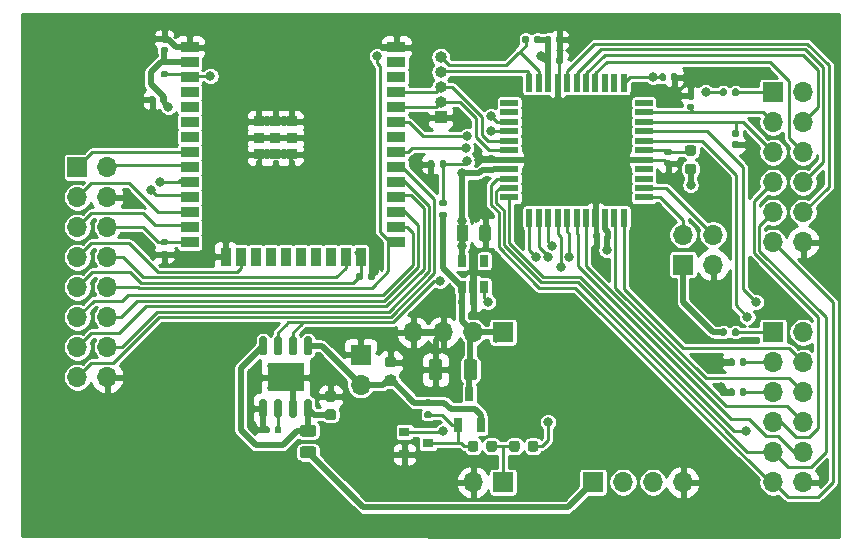
<source format=gbr>
%TF.GenerationSoftware,KiCad,Pcbnew,5.1.10-88a1d61d58~88~ubuntu18.04.1*%
%TF.CreationDate,2021-08-17T21:06:29+02:00*%
%TF.ProjectId,Mainboard,4d61696e-626f-4617-9264-2e6b69636164,rev?*%
%TF.SameCoordinates,Original*%
%TF.FileFunction,Copper,L1,Top*%
%TF.FilePolarity,Positive*%
%FSLAX46Y46*%
G04 Gerber Fmt 4.6, Leading zero omitted, Abs format (unit mm)*
G04 Created by KiCad (PCBNEW 5.1.10-88a1d61d58~88~ubuntu18.04.1) date 2021-08-17 21:06:29*
%MOMM*%
%LPD*%
G01*
G04 APERTURE LIST*
%TA.AperFunction,SMDPad,CuDef*%
%ADD10R,0.650000X1.220000*%
%TD*%
%TA.AperFunction,ComponentPad*%
%ADD11C,0.500000*%
%TD*%
%TA.AperFunction,SMDPad,CuDef*%
%ADD12R,3.100000X2.410000*%
%TD*%
%TA.AperFunction,SMDPad,CuDef*%
%ADD13R,0.650000X1.060000*%
%TD*%
%TA.AperFunction,ComponentPad*%
%ADD14O,1.700000X1.700000*%
%TD*%
%TA.AperFunction,ComponentPad*%
%ADD15R,1.700000X1.700000*%
%TD*%
%TA.AperFunction,SMDPad,CuDef*%
%ADD16R,0.900000X0.800000*%
%TD*%
%TA.AperFunction,ComponentPad*%
%ADD17C,0.858000*%
%TD*%
%TA.AperFunction,SMDPad,CuDef*%
%ADD18R,0.900000X0.900000*%
%TD*%
%TA.AperFunction,SMDPad,CuDef*%
%ADD19R,1.500000X0.900000*%
%TD*%
%TA.AperFunction,SMDPad,CuDef*%
%ADD20R,0.900000X1.500000*%
%TD*%
%TA.AperFunction,SMDPad,CuDef*%
%ADD21R,0.550000X1.500000*%
%TD*%
%TA.AperFunction,SMDPad,CuDef*%
%ADD22R,1.500000X0.550000*%
%TD*%
%TA.AperFunction,ComponentPad*%
%ADD23O,1.000000X1.000000*%
%TD*%
%TA.AperFunction,ComponentPad*%
%ADD24R,1.000000X1.000000*%
%TD*%
%TA.AperFunction,ViaPad*%
%ADD25C,0.800000*%
%TD*%
%TA.AperFunction,Conductor*%
%ADD26C,0.250000*%
%TD*%
%TA.AperFunction,Conductor*%
%ADD27C,0.500000*%
%TD*%
%TA.AperFunction,Conductor*%
%ADD28C,0.254000*%
%TD*%
%TA.AperFunction,Conductor*%
%ADD29C,0.100000*%
%TD*%
G04 APERTURE END LIST*
D10*
%TO.P,Q2,3*%
%TO.N,+VSW*%
X148275000Y-72564000D03*
%TO.P,Q2,2*%
%TO.N,+BATT*%
X149225000Y-75184000D03*
%TO.P,Q2,1*%
%TO.N,Net-(D1-Pad2)*%
X147325000Y-75184000D03*
%TD*%
%TO.P,C8,2*%
%TO.N,-BATT*%
%TA.AperFunction,SMDPad,CuDef*%
G36*
G01*
X149106000Y-59403000D02*
X149106000Y-58453000D01*
G75*
G02*
X149356000Y-58203000I250000J0D01*
G01*
X149856000Y-58203000D01*
G75*
G02*
X150106000Y-58453000I0J-250000D01*
G01*
X150106000Y-59403000D01*
G75*
G02*
X149856000Y-59653000I-250000J0D01*
G01*
X149356000Y-59653000D01*
G75*
G02*
X149106000Y-59403000I0J250000D01*
G01*
G37*
%TD.AperFunction*%
%TO.P,C8,1*%
%TO.N,VCC*%
%TA.AperFunction,SMDPad,CuDef*%
G36*
G01*
X147206000Y-59403000D02*
X147206000Y-58453000D01*
G75*
G02*
X147456000Y-58203000I250000J0D01*
G01*
X147956000Y-58203000D01*
G75*
G02*
X148206000Y-58453000I0J-250000D01*
G01*
X148206000Y-59403000D01*
G75*
G02*
X147956000Y-59653000I-250000J0D01*
G01*
X147456000Y-59653000D01*
G75*
G02*
X147206000Y-59403000I0J250000D01*
G01*
G37*
%TD.AperFunction*%
%TD*%
%TO.P,C17,2*%
%TO.N,-BATT*%
%TA.AperFunction,SMDPad,CuDef*%
G36*
G01*
X121720000Y-47455000D02*
X121720000Y-47795000D01*
G75*
G02*
X121580000Y-47935000I-140000J0D01*
G01*
X121300000Y-47935000D01*
G75*
G02*
X121160000Y-47795000I0J140000D01*
G01*
X121160000Y-47455000D01*
G75*
G02*
X121300000Y-47315000I140000J0D01*
G01*
X121580000Y-47315000D01*
G75*
G02*
X121720000Y-47455000I0J-140000D01*
G01*
G37*
%TD.AperFunction*%
%TO.P,C17,1*%
%TO.N,VCC*%
%TA.AperFunction,SMDPad,CuDef*%
G36*
G01*
X122680000Y-47455000D02*
X122680000Y-47795000D01*
G75*
G02*
X122540000Y-47935000I-140000J0D01*
G01*
X122260000Y-47935000D01*
G75*
G02*
X122120000Y-47795000I0J140000D01*
G01*
X122120000Y-47455000D01*
G75*
G02*
X122260000Y-47315000I140000J0D01*
G01*
X122540000Y-47315000D01*
G75*
G02*
X122680000Y-47455000I0J-140000D01*
G01*
G37*
%TD.AperFunction*%
%TD*%
%TO.P,C16,2*%
%TO.N,-BATT*%
%TA.AperFunction,SMDPad,CuDef*%
G36*
G01*
X145990000Y-69834999D02*
X145990000Y-71135001D01*
G75*
G02*
X145740001Y-71385000I-249999J0D01*
G01*
X145089999Y-71385000D01*
G75*
G02*
X144840000Y-71135001I0J249999D01*
G01*
X144840000Y-69834999D01*
G75*
G02*
X145089999Y-69585000I249999J0D01*
G01*
X145740001Y-69585000D01*
G75*
G02*
X145990000Y-69834999I0J-249999D01*
G01*
G37*
%TD.AperFunction*%
%TO.P,C16,1*%
%TO.N,+VSW*%
%TA.AperFunction,SMDPad,CuDef*%
G36*
G01*
X148940000Y-69834999D02*
X148940000Y-71135001D01*
G75*
G02*
X148690001Y-71385000I-249999J0D01*
G01*
X148039999Y-71385000D01*
G75*
G02*
X147790000Y-71135001I0J249999D01*
G01*
X147790000Y-69834999D01*
G75*
G02*
X148039999Y-69585000I249999J0D01*
G01*
X148690001Y-69585000D01*
G75*
G02*
X148940000Y-69834999I0J-249999D01*
G01*
G37*
%TD.AperFunction*%
%TD*%
%TO.P,C15,2*%
%TO.N,-BATT*%
%TA.AperFunction,SMDPad,CuDef*%
G36*
G01*
X136775000Y-73195000D02*
X136275000Y-73195000D01*
G75*
G02*
X136050000Y-72970000I0J225000D01*
G01*
X136050000Y-72520000D01*
G75*
G02*
X136275000Y-72295000I225000J0D01*
G01*
X136775000Y-72295000D01*
G75*
G02*
X137000000Y-72520000I0J-225000D01*
G01*
X137000000Y-72970000D01*
G75*
G02*
X136775000Y-73195000I-225000J0D01*
G01*
G37*
%TD.AperFunction*%
%TO.P,C15,1*%
%TO.N,/USB_VCC*%
%TA.AperFunction,SMDPad,CuDef*%
G36*
G01*
X136775000Y-74745000D02*
X136275000Y-74745000D01*
G75*
G02*
X136050000Y-74520000I0J225000D01*
G01*
X136050000Y-74070000D01*
G75*
G02*
X136275000Y-73845000I225000J0D01*
G01*
X136775000Y-73845000D01*
G75*
G02*
X137000000Y-74070000I0J-225000D01*
G01*
X137000000Y-74520000D01*
G75*
G02*
X136775000Y-74745000I-225000J0D01*
G01*
G37*
%TD.AperFunction*%
%TD*%
%TO.P,R11,2*%
%TO.N,Net-(J6-Pad1)*%
%TA.AperFunction,SMDPad,CuDef*%
G36*
G01*
X134169999Y-76957500D02*
X135070001Y-76957500D01*
G75*
G02*
X135320000Y-77207499I0J-249999D01*
G01*
X135320000Y-77732501D01*
G75*
G02*
X135070001Y-77982500I-249999J0D01*
G01*
X134169999Y-77982500D01*
G75*
G02*
X133920000Y-77732501I0J249999D01*
G01*
X133920000Y-77207499D01*
G75*
G02*
X134169999Y-76957500I249999J0D01*
G01*
G37*
%TD.AperFunction*%
%TO.P,R11,1*%
%TO.N,/USB_VCC*%
%TA.AperFunction,SMDPad,CuDef*%
G36*
G01*
X134169999Y-75132500D02*
X135070001Y-75132500D01*
G75*
G02*
X135320000Y-75382499I0J-249999D01*
G01*
X135320000Y-75907501D01*
G75*
G02*
X135070001Y-76157500I-249999J0D01*
G01*
X134169999Y-76157500D01*
G75*
G02*
X133920000Y-75907501I0J249999D01*
G01*
X133920000Y-75382499D01*
G75*
G02*
X134169999Y-75132500I249999J0D01*
G01*
G37*
%TD.AperFunction*%
%TD*%
D11*
%TO.P,U4,9*%
%TO.N,-BATT*%
X134015000Y-70165000D03*
X134015000Y-72075000D03*
X132715000Y-70165000D03*
X132715000Y-72075000D03*
X131415000Y-70165000D03*
X131415000Y-72075000D03*
D12*
X132715000Y-71120000D03*
%TO.P,U4,8*%
%TO.N,/USB_VCC*%
%TA.AperFunction,SMDPad,CuDef*%
G36*
G01*
X130960000Y-69270000D02*
X130660000Y-69270000D01*
G75*
G02*
X130510000Y-69120000I0J150000D01*
G01*
X130510000Y-67820000D01*
G75*
G02*
X130660000Y-67670000I150000J0D01*
G01*
X130960000Y-67670000D01*
G75*
G02*
X131110000Y-67820000I0J-150000D01*
G01*
X131110000Y-69120000D01*
G75*
G02*
X130960000Y-69270000I-150000J0D01*
G01*
G37*
%TD.AperFunction*%
%TO.P,U4,7*%
%TO.N,/BATT_NCHRG*%
%TA.AperFunction,SMDPad,CuDef*%
G36*
G01*
X132230000Y-69270000D02*
X131930000Y-69270000D01*
G75*
G02*
X131780000Y-69120000I0J150000D01*
G01*
X131780000Y-67820000D01*
G75*
G02*
X131930000Y-67670000I150000J0D01*
G01*
X132230000Y-67670000D01*
G75*
G02*
X132380000Y-67820000I0J-150000D01*
G01*
X132380000Y-69120000D01*
G75*
G02*
X132230000Y-69270000I-150000J0D01*
G01*
G37*
%TD.AperFunction*%
%TO.P,U4,6*%
%TA.AperFunction,SMDPad,CuDef*%
G36*
G01*
X133500000Y-69270000D02*
X133200000Y-69270000D01*
G75*
G02*
X133050000Y-69120000I0J150000D01*
G01*
X133050000Y-67820000D01*
G75*
G02*
X133200000Y-67670000I150000J0D01*
G01*
X133500000Y-67670000D01*
G75*
G02*
X133650000Y-67820000I0J-150000D01*
G01*
X133650000Y-69120000D01*
G75*
G02*
X133500000Y-69270000I-150000J0D01*
G01*
G37*
%TD.AperFunction*%
%TO.P,U4,5*%
%TO.N,+BATT*%
%TA.AperFunction,SMDPad,CuDef*%
G36*
G01*
X134770000Y-69270000D02*
X134470000Y-69270000D01*
G75*
G02*
X134320000Y-69120000I0J150000D01*
G01*
X134320000Y-67820000D01*
G75*
G02*
X134470000Y-67670000I150000J0D01*
G01*
X134770000Y-67670000D01*
G75*
G02*
X134920000Y-67820000I0J-150000D01*
G01*
X134920000Y-69120000D01*
G75*
G02*
X134770000Y-69270000I-150000J0D01*
G01*
G37*
%TD.AperFunction*%
%TO.P,U4,4*%
%TO.N,/USB_VCC*%
%TA.AperFunction,SMDPad,CuDef*%
G36*
G01*
X134770000Y-74570000D02*
X134470000Y-74570000D01*
G75*
G02*
X134320000Y-74420000I0J150000D01*
G01*
X134320000Y-73120000D01*
G75*
G02*
X134470000Y-72970000I150000J0D01*
G01*
X134770000Y-72970000D01*
G75*
G02*
X134920000Y-73120000I0J-150000D01*
G01*
X134920000Y-74420000D01*
G75*
G02*
X134770000Y-74570000I-150000J0D01*
G01*
G37*
%TD.AperFunction*%
%TO.P,U4,3*%
%TO.N,-BATT*%
%TA.AperFunction,SMDPad,CuDef*%
G36*
G01*
X133500000Y-74570000D02*
X133200000Y-74570000D01*
G75*
G02*
X133050000Y-74420000I0J150000D01*
G01*
X133050000Y-73120000D01*
G75*
G02*
X133200000Y-72970000I150000J0D01*
G01*
X133500000Y-72970000D01*
G75*
G02*
X133650000Y-73120000I0J-150000D01*
G01*
X133650000Y-74420000D01*
G75*
G02*
X133500000Y-74570000I-150000J0D01*
G01*
G37*
%TD.AperFunction*%
%TO.P,U4,2*%
%TO.N,Net-(R10-Pad1)*%
%TA.AperFunction,SMDPad,CuDef*%
G36*
G01*
X132230000Y-74570000D02*
X131930000Y-74570000D01*
G75*
G02*
X131780000Y-74420000I0J150000D01*
G01*
X131780000Y-73120000D01*
G75*
G02*
X131930000Y-72970000I150000J0D01*
G01*
X132230000Y-72970000D01*
G75*
G02*
X132380000Y-73120000I0J-150000D01*
G01*
X132380000Y-74420000D01*
G75*
G02*
X132230000Y-74570000I-150000J0D01*
G01*
G37*
%TD.AperFunction*%
%TO.P,U4,1*%
%TO.N,-BATT*%
%TA.AperFunction,SMDPad,CuDef*%
G36*
G01*
X130960000Y-74570000D02*
X130660000Y-74570000D01*
G75*
G02*
X130510000Y-74420000I0J150000D01*
G01*
X130510000Y-73120000D01*
G75*
G02*
X130660000Y-72970000I150000J0D01*
G01*
X130960000Y-72970000D01*
G75*
G02*
X131110000Y-73120000I0J-150000D01*
G01*
X131110000Y-74420000D01*
G75*
G02*
X130960000Y-74570000I-150000J0D01*
G01*
G37*
%TD.AperFunction*%
%TD*%
%TO.P,C14,2*%
%TO.N,/LCON_X*%
%TA.AperFunction,SMDPad,CuDef*%
G36*
G01*
X166835000Y-47980000D02*
X167175000Y-47980000D01*
G75*
G02*
X167315000Y-48120000I0J-140000D01*
G01*
X167315000Y-48400000D01*
G75*
G02*
X167175000Y-48540000I-140000J0D01*
G01*
X166835000Y-48540000D01*
G75*
G02*
X166695000Y-48400000I0J140000D01*
G01*
X166695000Y-48120000D01*
G75*
G02*
X166835000Y-47980000I140000J0D01*
G01*
G37*
%TD.AperFunction*%
%TO.P,C14,1*%
%TO.N,-BATT*%
%TA.AperFunction,SMDPad,CuDef*%
G36*
G01*
X166835000Y-47020000D02*
X167175000Y-47020000D01*
G75*
G02*
X167315000Y-47160000I0J-140000D01*
G01*
X167315000Y-47440000D01*
G75*
G02*
X167175000Y-47580000I-140000J0D01*
G01*
X166835000Y-47580000D01*
G75*
G02*
X166695000Y-47440000I0J140000D01*
G01*
X166695000Y-47160000D01*
G75*
G02*
X166835000Y-47020000I140000J0D01*
G01*
G37*
%TD.AperFunction*%
%TD*%
%TO.P,C13,2*%
%TO.N,/LCON_Y*%
%TA.AperFunction,SMDPad,CuDef*%
G36*
G01*
X170985000Y-50755000D02*
X170645000Y-50755000D01*
G75*
G02*
X170505000Y-50615000I0J140000D01*
G01*
X170505000Y-50335000D01*
G75*
G02*
X170645000Y-50195000I140000J0D01*
G01*
X170985000Y-50195000D01*
G75*
G02*
X171125000Y-50335000I0J-140000D01*
G01*
X171125000Y-50615000D01*
G75*
G02*
X170985000Y-50755000I-140000J0D01*
G01*
G37*
%TD.AperFunction*%
%TO.P,C13,1*%
%TO.N,-BATT*%
%TA.AperFunction,SMDPad,CuDef*%
G36*
G01*
X170985000Y-51715000D02*
X170645000Y-51715000D01*
G75*
G02*
X170505000Y-51575000I0J140000D01*
G01*
X170505000Y-51295000D01*
G75*
G02*
X170645000Y-51155000I140000J0D01*
G01*
X170985000Y-51155000D01*
G75*
G02*
X171125000Y-51295000I0J-140000D01*
G01*
X171125000Y-51575000D01*
G75*
G02*
X170985000Y-51715000I-140000J0D01*
G01*
G37*
%TD.AperFunction*%
%TD*%
%TO.P,C12,2*%
%TO.N,/RCON_X*%
%TA.AperFunction,SMDPad,CuDef*%
G36*
G01*
X171170000Y-70020000D02*
X171170000Y-69680000D01*
G75*
G02*
X171310000Y-69540000I140000J0D01*
G01*
X171590000Y-69540000D01*
G75*
G02*
X171730000Y-69680000I0J-140000D01*
G01*
X171730000Y-70020000D01*
G75*
G02*
X171590000Y-70160000I-140000J0D01*
G01*
X171310000Y-70160000D01*
G75*
G02*
X171170000Y-70020000I0J140000D01*
G01*
G37*
%TD.AperFunction*%
%TO.P,C12,1*%
%TO.N,-BATT*%
%TA.AperFunction,SMDPad,CuDef*%
G36*
G01*
X170210000Y-70020000D02*
X170210000Y-69680000D01*
G75*
G02*
X170350000Y-69540000I140000J0D01*
G01*
X170630000Y-69540000D01*
G75*
G02*
X170770000Y-69680000I0J-140000D01*
G01*
X170770000Y-70020000D01*
G75*
G02*
X170630000Y-70160000I-140000J0D01*
G01*
X170350000Y-70160000D01*
G75*
G02*
X170210000Y-70020000I0J140000D01*
G01*
G37*
%TD.AperFunction*%
%TD*%
%TO.P,C11,2*%
%TO.N,/RCON_Y*%
%TA.AperFunction,SMDPad,CuDef*%
G36*
G01*
X171170000Y-72560000D02*
X171170000Y-72220000D01*
G75*
G02*
X171310000Y-72080000I140000J0D01*
G01*
X171590000Y-72080000D01*
G75*
G02*
X171730000Y-72220000I0J-140000D01*
G01*
X171730000Y-72560000D01*
G75*
G02*
X171590000Y-72700000I-140000J0D01*
G01*
X171310000Y-72700000D01*
G75*
G02*
X171170000Y-72560000I0J140000D01*
G01*
G37*
%TD.AperFunction*%
%TO.P,C11,1*%
%TO.N,-BATT*%
%TA.AperFunction,SMDPad,CuDef*%
G36*
G01*
X170210000Y-72560000D02*
X170210000Y-72220000D01*
G75*
G02*
X170350000Y-72080000I140000J0D01*
G01*
X170630000Y-72080000D01*
G75*
G02*
X170770000Y-72220000I0J-140000D01*
G01*
X170770000Y-72560000D01*
G75*
G02*
X170630000Y-72700000I-140000J0D01*
G01*
X170350000Y-72700000D01*
G75*
G02*
X170210000Y-72560000I0J140000D01*
G01*
G37*
%TD.AperFunction*%
%TD*%
%TO.P,C10,2*%
%TO.N,-BATT*%
%TA.AperFunction,SMDPad,CuDef*%
G36*
G01*
X141855000Y-70300000D02*
X141355000Y-70300000D01*
G75*
G02*
X141130000Y-70075000I0J225000D01*
G01*
X141130000Y-69625000D01*
G75*
G02*
X141355000Y-69400000I225000J0D01*
G01*
X141855000Y-69400000D01*
G75*
G02*
X142080000Y-69625000I0J-225000D01*
G01*
X142080000Y-70075000D01*
G75*
G02*
X141855000Y-70300000I-225000J0D01*
G01*
G37*
%TD.AperFunction*%
%TO.P,C10,1*%
%TO.N,+BATT*%
%TA.AperFunction,SMDPad,CuDef*%
G36*
G01*
X141855000Y-71850000D02*
X141355000Y-71850000D01*
G75*
G02*
X141130000Y-71625000I0J225000D01*
G01*
X141130000Y-71175000D01*
G75*
G02*
X141355000Y-70950000I225000J0D01*
G01*
X141855000Y-70950000D01*
G75*
G02*
X142080000Y-71175000I0J-225000D01*
G01*
X142080000Y-71625000D01*
G75*
G02*
X141855000Y-71850000I-225000J0D01*
G01*
G37*
%TD.AperFunction*%
%TD*%
%TO.P,R10,2*%
%TO.N,-BATT*%
%TA.AperFunction,SMDPad,CuDef*%
G36*
G01*
X131330000Y-75380000D02*
X131330000Y-75750000D01*
G75*
G02*
X131195000Y-75885000I-135000J0D01*
G01*
X130925000Y-75885000D01*
G75*
G02*
X130790000Y-75750000I0J135000D01*
G01*
X130790000Y-75380000D01*
G75*
G02*
X130925000Y-75245000I135000J0D01*
G01*
X131195000Y-75245000D01*
G75*
G02*
X131330000Y-75380000I0J-135000D01*
G01*
G37*
%TD.AperFunction*%
%TO.P,R10,1*%
%TO.N,Net-(R10-Pad1)*%
%TA.AperFunction,SMDPad,CuDef*%
G36*
G01*
X132350000Y-75380000D02*
X132350000Y-75750000D01*
G75*
G02*
X132215000Y-75885000I-135000J0D01*
G01*
X131945000Y-75885000D01*
G75*
G02*
X131810000Y-75750000I0J135000D01*
G01*
X131810000Y-75380000D01*
G75*
G02*
X131945000Y-75245000I135000J0D01*
G01*
X132215000Y-75245000D01*
G75*
G02*
X132350000Y-75380000I0J-135000D01*
G01*
G37*
%TD.AperFunction*%
%TD*%
%TO.P,R9,2*%
%TO.N,/BATT_MEAS*%
%TA.AperFunction,SMDPad,CuDef*%
G36*
G01*
X145782000Y-53271000D02*
X145782000Y-52901000D01*
G75*
G02*
X145917000Y-52766000I135000J0D01*
G01*
X146187000Y-52766000D01*
G75*
G02*
X146322000Y-52901000I0J-135000D01*
G01*
X146322000Y-53271000D01*
G75*
G02*
X146187000Y-53406000I-135000J0D01*
G01*
X145917000Y-53406000D01*
G75*
G02*
X145782000Y-53271000I0J135000D01*
G01*
G37*
%TD.AperFunction*%
%TO.P,R9,1*%
%TO.N,-BATT*%
%TA.AperFunction,SMDPad,CuDef*%
G36*
G01*
X144762000Y-53271000D02*
X144762000Y-52901000D01*
G75*
G02*
X144897000Y-52766000I135000J0D01*
G01*
X145167000Y-52766000D01*
G75*
G02*
X145302000Y-52901000I0J-135000D01*
G01*
X145302000Y-53271000D01*
G75*
G02*
X145167000Y-53406000I-135000J0D01*
G01*
X144897000Y-53406000D01*
G75*
G02*
X144762000Y-53271000I0J135000D01*
G01*
G37*
%TD.AperFunction*%
%TD*%
%TO.P,R8,2*%
%TO.N,+VSW*%
%TA.AperFunction,SMDPad,CuDef*%
G36*
G01*
X145865000Y-57136000D02*
X146235000Y-57136000D01*
G75*
G02*
X146370000Y-57271000I0J-135000D01*
G01*
X146370000Y-57541000D01*
G75*
G02*
X146235000Y-57676000I-135000J0D01*
G01*
X145865000Y-57676000D01*
G75*
G02*
X145730000Y-57541000I0J135000D01*
G01*
X145730000Y-57271000D01*
G75*
G02*
X145865000Y-57136000I135000J0D01*
G01*
G37*
%TD.AperFunction*%
%TO.P,R8,1*%
%TO.N,/BATT_MEAS*%
%TA.AperFunction,SMDPad,CuDef*%
G36*
G01*
X145865000Y-56116000D02*
X146235000Y-56116000D01*
G75*
G02*
X146370000Y-56251000I0J-135000D01*
G01*
X146370000Y-56521000D01*
G75*
G02*
X146235000Y-56656000I-135000J0D01*
G01*
X145865000Y-56656000D01*
G75*
G02*
X145730000Y-56521000I0J135000D01*
G01*
X145730000Y-56251000D01*
G75*
G02*
X145865000Y-56116000I135000J0D01*
G01*
G37*
%TD.AperFunction*%
%TD*%
%TO.P,C9,2*%
%TO.N,-BATT*%
%TA.AperFunction,SMDPad,CuDef*%
G36*
G01*
X165328000Y-45890000D02*
X165328000Y-45550000D01*
G75*
G02*
X165468000Y-45410000I140000J0D01*
G01*
X165748000Y-45410000D01*
G75*
G02*
X165888000Y-45550000I0J-140000D01*
G01*
X165888000Y-45890000D01*
G75*
G02*
X165748000Y-46030000I-140000J0D01*
G01*
X165468000Y-46030000D01*
G75*
G02*
X165328000Y-45890000I0J140000D01*
G01*
G37*
%TD.AperFunction*%
%TO.P,C9,1*%
%TO.N,/BATT_MEAS*%
%TA.AperFunction,SMDPad,CuDef*%
G36*
G01*
X164368000Y-45890000D02*
X164368000Y-45550000D01*
G75*
G02*
X164508000Y-45410000I140000J0D01*
G01*
X164788000Y-45410000D01*
G75*
G02*
X164928000Y-45550000I0J-140000D01*
G01*
X164928000Y-45890000D01*
G75*
G02*
X164788000Y-46030000I-140000J0D01*
G01*
X164508000Y-46030000D01*
G75*
G02*
X164368000Y-45890000I0J140000D01*
G01*
G37*
%TD.AperFunction*%
%TD*%
D13*
%TO.P,U3,5*%
%TO.N,VCC*%
X147640000Y-61300000D03*
%TO.P,U3,4*%
%TO.N,N/C*%
X149540000Y-61300000D03*
%TO.P,U3,3*%
%TO.N,/KEEPALIVE*%
X149540000Y-63500000D03*
%TO.P,U3,2*%
%TO.N,-BATT*%
X148590000Y-63500000D03*
%TO.P,U3,1*%
%TO.N,+VSW*%
X147640000Y-63500000D03*
%TD*%
%TO.P,C7,2*%
%TO.N,-BATT*%
%TA.AperFunction,SMDPad,CuDef*%
G36*
G01*
X148310000Y-64940000D02*
X148310000Y-64600000D01*
G75*
G02*
X148450000Y-64460000I140000J0D01*
G01*
X148730000Y-64460000D01*
G75*
G02*
X148870000Y-64600000I0J-140000D01*
G01*
X148870000Y-64940000D01*
G75*
G02*
X148730000Y-65080000I-140000J0D01*
G01*
X148450000Y-65080000D01*
G75*
G02*
X148310000Y-64940000I0J140000D01*
G01*
G37*
%TD.AperFunction*%
%TO.P,C7,1*%
%TO.N,+VSW*%
%TA.AperFunction,SMDPad,CuDef*%
G36*
G01*
X147350000Y-64940000D02*
X147350000Y-64600000D01*
G75*
G02*
X147490000Y-64460000I140000J0D01*
G01*
X147770000Y-64460000D01*
G75*
G02*
X147910000Y-64600000I0J-140000D01*
G01*
X147910000Y-64940000D01*
G75*
G02*
X147770000Y-65080000I-140000J0D01*
G01*
X147490000Y-65080000D01*
G75*
G02*
X147350000Y-64940000I0J140000D01*
G01*
G37*
%TD.AperFunction*%
%TD*%
D14*
%TO.P,J9,4*%
%TO.N,-BATT*%
X143510000Y-67310000D03*
%TO.P,J9,3*%
X146050000Y-67310000D03*
%TO.P,J9,2*%
%TO.N,+VSW*%
X148590000Y-67310000D03*
D15*
%TO.P,J9,1*%
X151130000Y-67310000D03*
%TD*%
D14*
%TO.P,J8,2*%
%TO.N,-BATT*%
X148590000Y-80010000D03*
D15*
%TO.P,J8,1*%
%TO.N,Net-(D1-Pad1)*%
X151130000Y-80010000D03*
%TD*%
D14*
%TO.P,J7,2*%
%TO.N,+BATT*%
X139065000Y-71755000D03*
D15*
%TO.P,J7,1*%
%TO.N,-BATT*%
X139065000Y-69215000D03*
%TD*%
D14*
%TO.P,J6,4*%
%TO.N,-BATT*%
X166370000Y-80010000D03*
%TO.P,J6,3*%
%TO.N,/USB_D+*%
X163830000Y-80010000D03*
%TO.P,J6,2*%
%TO.N,/USB_D-*%
X161290000Y-80010000D03*
D15*
%TO.P,J6,1*%
%TO.N,Net-(J6-Pad1)*%
X158750000Y-80010000D03*
%TD*%
D16*
%TO.P,Q1,3*%
%TO.N,Net-(D1-Pad2)*%
X144780000Y-76708000D03*
%TO.P,Q1,2*%
%TO.N,-BATT*%
X142780000Y-77658000D03*
%TO.P,Q1,1*%
%TO.N,/KEEPALIVE*%
X142780000Y-75758000D03*
%TD*%
%TO.P,R7,2*%
%TO.N,+BATT*%
%TA.AperFunction,SMDPad,CuDef*%
G36*
G01*
X144965000Y-73545000D02*
X144595000Y-73545000D01*
G75*
G02*
X144460000Y-73410000I0J135000D01*
G01*
X144460000Y-73140000D01*
G75*
G02*
X144595000Y-73005000I135000J0D01*
G01*
X144965000Y-73005000D01*
G75*
G02*
X145100000Y-73140000I0J-135000D01*
G01*
X145100000Y-73410000D01*
G75*
G02*
X144965000Y-73545000I-135000J0D01*
G01*
G37*
%TD.AperFunction*%
%TO.P,R7,1*%
%TO.N,Net-(D1-Pad2)*%
%TA.AperFunction,SMDPad,CuDef*%
G36*
G01*
X144965000Y-74565000D02*
X144595000Y-74565000D01*
G75*
G02*
X144460000Y-74430000I0J135000D01*
G01*
X144460000Y-74160000D01*
G75*
G02*
X144595000Y-74025000I135000J0D01*
G01*
X144965000Y-74025000D01*
G75*
G02*
X145100000Y-74160000I0J-135000D01*
G01*
X145100000Y-74430000D01*
G75*
G02*
X144965000Y-74565000I-135000J0D01*
G01*
G37*
%TD.AperFunction*%
%TD*%
%TO.P,D2,2*%
%TO.N,/PWRBTN_IN*%
%TA.AperFunction,SMDPad,CuDef*%
G36*
G01*
X153232500Y-77218250D02*
X153232500Y-76705750D01*
G75*
G02*
X153451250Y-76487000I218750J0D01*
G01*
X153888750Y-76487000D01*
G75*
G02*
X154107500Y-76705750I0J-218750D01*
G01*
X154107500Y-77218250D01*
G75*
G02*
X153888750Y-77437000I-218750J0D01*
G01*
X153451250Y-77437000D01*
G75*
G02*
X153232500Y-77218250I0J218750D01*
G01*
G37*
%TD.AperFunction*%
%TO.P,D2,1*%
%TO.N,Net-(D1-Pad1)*%
%TA.AperFunction,SMDPad,CuDef*%
G36*
G01*
X151657500Y-77218250D02*
X151657500Y-76705750D01*
G75*
G02*
X151876250Y-76487000I218750J0D01*
G01*
X152313750Y-76487000D01*
G75*
G02*
X152532500Y-76705750I0J-218750D01*
G01*
X152532500Y-77218250D01*
G75*
G02*
X152313750Y-77437000I-218750J0D01*
G01*
X151876250Y-77437000D01*
G75*
G02*
X151657500Y-77218250I0J218750D01*
G01*
G37*
%TD.AperFunction*%
%TD*%
%TO.P,D1,2*%
%TO.N,Net-(D1-Pad2)*%
%TA.AperFunction,SMDPad,CuDef*%
G36*
G01*
X149027500Y-76705750D02*
X149027500Y-77218250D01*
G75*
G02*
X148808750Y-77437000I-218750J0D01*
G01*
X148371250Y-77437000D01*
G75*
G02*
X148152500Y-77218250I0J218750D01*
G01*
X148152500Y-76705750D01*
G75*
G02*
X148371250Y-76487000I218750J0D01*
G01*
X148808750Y-76487000D01*
G75*
G02*
X149027500Y-76705750I0J-218750D01*
G01*
G37*
%TD.AperFunction*%
%TO.P,D1,1*%
%TO.N,Net-(D1-Pad1)*%
%TA.AperFunction,SMDPad,CuDef*%
G36*
G01*
X150602500Y-76705750D02*
X150602500Y-77218250D01*
G75*
G02*
X150383750Y-77437000I-218750J0D01*
G01*
X149946250Y-77437000D01*
G75*
G02*
X149727500Y-77218250I0J218750D01*
G01*
X149727500Y-76705750D01*
G75*
G02*
X149946250Y-76487000I218750J0D01*
G01*
X150383750Y-76487000D01*
G75*
G02*
X150602500Y-76705750I0J-218750D01*
G01*
G37*
%TD.AperFunction*%
%TD*%
D17*
%TO.P,U1,39*%
%TO.N,-BATT*%
X132550000Y-52265000D03*
X131150000Y-52265000D03*
X131150000Y-49465000D03*
X132550000Y-49465000D03*
D18*
X133250000Y-52265000D03*
X131850000Y-52265000D03*
X130450000Y-52265000D03*
X130450000Y-50865000D03*
X131850000Y-50865000D03*
X133250000Y-50865000D03*
X130450000Y-49465000D03*
X131850000Y-49465000D03*
X133250000Y-49465000D03*
D19*
%TO.P,U1,38*%
X142100000Y-43180000D03*
%TO.P,U1,37*%
%TO.N,N/C*%
X142100000Y-44450000D03*
%TO.P,U1,36*%
X142100000Y-45720000D03*
%TO.P,U1,35*%
%TO.N,/ATX_MISO*%
X142100000Y-46990000D03*
%TO.P,U1,34*%
%TO.N,/ATX_SCK*%
X142100000Y-48260000D03*
%TO.P,U1,33*%
%TO.N,/ATX_CS*%
X142100000Y-49530000D03*
%TO.P,U1,32*%
%TO.N,N/C*%
X142100000Y-50800000D03*
D20*
%TO.P,U1,21*%
X135255000Y-60915000D03*
%TO.P,U1,22*%
X136525000Y-60915000D03*
%TO.P,U1,23*%
%TO.N,/HUB75_E*%
X137795000Y-60915000D03*
%TO.P,U1,20*%
%TO.N,N/C*%
X133985000Y-60915000D03*
%TO.P,U1,19*%
X132715000Y-60915000D03*
%TO.P,U1,18*%
X131445000Y-60915000D03*
D19*
%TO.P,U1,1*%
%TO.N,-BATT*%
X124600000Y-43180000D03*
%TO.P,U1,2*%
%TO.N,VCC*%
X124600000Y-44450000D03*
%TO.P,U1,3*%
%TO.N,/ESP_EN*%
X124600000Y-45720000D03*
D20*
%TO.P,U1,16*%
%TO.N,/HUB75_B2*%
X128905000Y-60915000D03*
%TO.P,U1,15*%
%TO.N,-BATT*%
X127635000Y-60915000D03*
D19*
%TO.P,U1,14*%
%TO.N,/HUB75_G2*%
X124600000Y-59690000D03*
%TO.P,U1,13*%
%TO.N,/HUB75_R2*%
X124600000Y-58420000D03*
%TO.P,U1,12*%
%TO.N,/HUB75_B1*%
X124600000Y-57150000D03*
D20*
%TO.P,U1,17*%
%TO.N,N/C*%
X130175000Y-60915000D03*
D19*
%TO.P,U1,31*%
%TO.N,/ATX_MOSI*%
X142100000Y-52070000D03*
%TO.P,U1,30*%
%TO.N,/HUB75_OE*%
X142100000Y-53340000D03*
%TO.P,U1,29*%
%TO.N,/HUB75_LAT*%
X142100000Y-54610000D03*
%TO.P,U1,28*%
%TO.N,/HUB75_CLK*%
X142100000Y-55880000D03*
%TO.P,U1,27*%
%TO.N,/HUB75_D*%
X142100000Y-57150000D03*
%TO.P,U1,26*%
%TO.N,/HUB75_C*%
X142100000Y-58420000D03*
%TO.P,U1,25*%
%TO.N,/ESP_BOOT*%
X142100000Y-59690000D03*
D20*
%TO.P,U1,24*%
%TO.N,/HUB75_A*%
X139065000Y-60915000D03*
D19*
%TO.P,U1,11*%
%TO.N,/RCON_AUD*%
X124600000Y-55880000D03*
%TO.P,U1,10*%
%TO.N,/LCON_AUD*%
X124600000Y-54610000D03*
%TO.P,U1,9*%
%TO.N,/HUB75_G1*%
X124600000Y-53340000D03*
%TO.P,U1,8*%
%TO.N,/HUB75_R1*%
X124600000Y-52070000D03*
%TO.P,U1,7*%
%TO.N,N/C*%
X124600000Y-50800000D03*
%TO.P,U1,6*%
X124600000Y-49530000D03*
%TO.P,U1,5*%
X124600000Y-48260000D03*
%TO.P,U1,4*%
X124600000Y-46990000D03*
%TD*%
D14*
%TO.P,J5,4*%
%TO.N,/PDI_CLK*%
X168910000Y-59055000D03*
%TO.P,J5,3*%
%TO.N,-BATT*%
X168910000Y-61595000D03*
%TO.P,J5,2*%
%TO.N,/PDI_DATA*%
X166370000Y-59055000D03*
D15*
%TO.P,J5,1*%
%TO.N,VCC*%
X166370000Y-61595000D03*
%TD*%
%TO.P,R6,2*%
%TO.N,VCC*%
%TA.AperFunction,SMDPad,CuDef*%
G36*
G01*
X170065000Y-67125000D02*
X170065000Y-67495000D01*
G75*
G02*
X169930000Y-67630000I-135000J0D01*
G01*
X169660000Y-67630000D01*
G75*
G02*
X169525000Y-67495000I0J135000D01*
G01*
X169525000Y-67125000D01*
G75*
G02*
X169660000Y-66990000I135000J0D01*
G01*
X169930000Y-66990000D01*
G75*
G02*
X170065000Y-67125000I0J-135000D01*
G01*
G37*
%TD.AperFunction*%
%TO.P,R6,1*%
%TO.N,Net-(J4-Pad1)*%
%TA.AperFunction,SMDPad,CuDef*%
G36*
G01*
X171085000Y-67125000D02*
X171085000Y-67495000D01*
G75*
G02*
X170950000Y-67630000I-135000J0D01*
G01*
X170680000Y-67630000D01*
G75*
G02*
X170545000Y-67495000I0J135000D01*
G01*
X170545000Y-67125000D01*
G75*
G02*
X170680000Y-66990000I135000J0D01*
G01*
X170950000Y-66990000D01*
G75*
G02*
X171085000Y-67125000I0J-135000D01*
G01*
G37*
%TD.AperFunction*%
%TD*%
%TO.P,R5,2*%
%TO.N,VCC*%
%TA.AperFunction,SMDPad,CuDef*%
G36*
G01*
X170065000Y-46805000D02*
X170065000Y-47175000D01*
G75*
G02*
X169930000Y-47310000I-135000J0D01*
G01*
X169660000Y-47310000D01*
G75*
G02*
X169525000Y-47175000I0J135000D01*
G01*
X169525000Y-46805000D01*
G75*
G02*
X169660000Y-46670000I135000J0D01*
G01*
X169930000Y-46670000D01*
G75*
G02*
X170065000Y-46805000I0J-135000D01*
G01*
G37*
%TD.AperFunction*%
%TO.P,R5,1*%
%TO.N,Net-(J3-Pad1)*%
%TA.AperFunction,SMDPad,CuDef*%
G36*
G01*
X171085000Y-46805000D02*
X171085000Y-47175000D01*
G75*
G02*
X170950000Y-47310000I-135000J0D01*
G01*
X170680000Y-47310000D01*
G75*
G02*
X170545000Y-47175000I0J135000D01*
G01*
X170545000Y-46805000D01*
G75*
G02*
X170680000Y-46670000I135000J0D01*
G01*
X170950000Y-46670000D01*
G75*
G02*
X171085000Y-46805000I0J-135000D01*
G01*
G37*
%TD.AperFunction*%
%TD*%
D14*
%TO.P,J4,12*%
%TO.N,-BATT*%
X176530000Y-80010000D03*
%TO.P,J4,11*%
%TO.N,/LCON_BM_C*%
X173990000Y-80010000D03*
%TO.P,J4,10*%
%TO.N,/RCON_BM_2*%
X176530000Y-77470000D03*
%TO.P,J4,9*%
%TO.N,/LCON_BM_B*%
X173990000Y-77470000D03*
%TO.P,J4,8*%
%TO.N,/RCON_BM_1*%
X176530000Y-74930000D03*
%TO.P,J4,7*%
%TO.N,/LCON_BM_A*%
X173990000Y-74930000D03*
%TO.P,J4,6*%
%TO.N,/RCON_JB*%
X176530000Y-72390000D03*
%TO.P,J4,5*%
%TO.N,/RCON_Y*%
X173990000Y-72390000D03*
%TO.P,J4,4*%
%TO.N,/RCON_SPEZ*%
X176530000Y-69850000D03*
%TO.P,J4,3*%
%TO.N,/RCON_X*%
X173990000Y-69850000D03*
%TO.P,J4,2*%
%TO.N,/RCON_AUD*%
X176530000Y-67310000D03*
D15*
%TO.P,J4,1*%
%TO.N,Net-(J4-Pad1)*%
X173990000Y-67310000D03*
%TD*%
D14*
%TO.P,J3,12*%
%TO.N,-BATT*%
X176530000Y-59690000D03*
%TO.P,J3,11*%
%TO.N,/LCON_BM_C*%
X173990000Y-59690000D03*
%TO.P,J3,10*%
%TO.N,/LCON_BM_2*%
X176530000Y-57150000D03*
%TO.P,J3,9*%
%TO.N,/LCON_BM_B*%
X173990000Y-57150000D03*
%TO.P,J3,8*%
%TO.N,/LCON_BM_1*%
X176530000Y-54610000D03*
%TO.P,J3,7*%
%TO.N,/LCON_BM_A*%
X173990000Y-54610000D03*
%TO.P,J3,6*%
%TO.N,/LCON_JB*%
X176530000Y-52070000D03*
%TO.P,J3,5*%
%TO.N,/LCON_Y*%
X173990000Y-52070000D03*
%TO.P,J3,4*%
%TO.N,/LCON_SPEZ*%
X176530000Y-49530000D03*
%TO.P,J3,3*%
%TO.N,/LCON_X*%
X173990000Y-49530000D03*
%TO.P,J3,2*%
%TO.N,/LCON_AUD*%
X176530000Y-46990000D03*
D15*
%TO.P,J3,1*%
%TO.N,Net-(J3-Pad1)*%
X173990000Y-46990000D03*
%TD*%
D14*
%TO.P,J2,16*%
%TO.N,-BATT*%
X117635000Y-71120000D03*
%TO.P,J2,15*%
%TO.N,/HUB75_OE*%
X115095000Y-71120000D03*
%TO.P,J2,14*%
%TO.N,/HUB75_LAT*%
X117635000Y-68580000D03*
%TO.P,J2,13*%
%TO.N,/HUB75_CLK*%
X115095000Y-68580000D03*
%TO.P,J2,12*%
%TO.N,/HUB75_D*%
X117635000Y-66040000D03*
%TO.P,J2,11*%
%TO.N,/HUB75_C*%
X115095000Y-66040000D03*
%TO.P,J2,10*%
%TO.N,/ESP_BOOT*%
X117635000Y-63500000D03*
%TO.P,J2,9*%
%TO.N,/HUB75_A*%
X115095000Y-63500000D03*
%TO.P,J2,8*%
%TO.N,/HUB75_E*%
X117635000Y-60960000D03*
%TO.P,J2,7*%
%TO.N,/HUB75_B2*%
X115095000Y-60960000D03*
%TO.P,J2,6*%
%TO.N,/HUB75_G2*%
X117635000Y-58420000D03*
%TO.P,J2,5*%
%TO.N,/HUB75_R2*%
X115095000Y-58420000D03*
%TO.P,J2,4*%
%TO.N,-BATT*%
X117635000Y-55880000D03*
%TO.P,J2,3*%
%TO.N,/HUB75_B1*%
X115095000Y-55880000D03*
%TO.P,J2,2*%
%TO.N,/HUB75_G1*%
X117635000Y-53340000D03*
D15*
%TO.P,J2,1*%
%TO.N,/HUB75_R1*%
X115095000Y-53340000D03*
%TD*%
%TO.P,FB1,2*%
%TO.N,Net-(C6-Pad2)*%
%TA.AperFunction,SMDPad,CuDef*%
G36*
G01*
X167261250Y-52355000D02*
X166748750Y-52355000D01*
G75*
G02*
X166530000Y-52136250I0J218750D01*
G01*
X166530000Y-51698750D01*
G75*
G02*
X166748750Y-51480000I218750J0D01*
G01*
X167261250Y-51480000D01*
G75*
G02*
X167480000Y-51698750I0J-218750D01*
G01*
X167480000Y-52136250D01*
G75*
G02*
X167261250Y-52355000I-218750J0D01*
G01*
G37*
%TD.AperFunction*%
%TO.P,FB1,1*%
%TO.N,VCC*%
%TA.AperFunction,SMDPad,CuDef*%
G36*
G01*
X167261250Y-53930000D02*
X166748750Y-53930000D01*
G75*
G02*
X166530000Y-53711250I0J218750D01*
G01*
X166530000Y-53273750D01*
G75*
G02*
X166748750Y-53055000I218750J0D01*
G01*
X167261250Y-53055000D01*
G75*
G02*
X167480000Y-53273750I0J-218750D01*
G01*
X167480000Y-53711250D01*
G75*
G02*
X167261250Y-53930000I-218750J0D01*
G01*
G37*
%TD.AperFunction*%
%TD*%
%TO.P,C6,2*%
%TO.N,Net-(C6-Pad2)*%
%TA.AperFunction,SMDPad,CuDef*%
G36*
G01*
X165270000Y-52350000D02*
X164930000Y-52350000D01*
G75*
G02*
X164790000Y-52210000I0J140000D01*
G01*
X164790000Y-51930000D01*
G75*
G02*
X164930000Y-51790000I140000J0D01*
G01*
X165270000Y-51790000D01*
G75*
G02*
X165410000Y-51930000I0J-140000D01*
G01*
X165410000Y-52210000D01*
G75*
G02*
X165270000Y-52350000I-140000J0D01*
G01*
G37*
%TD.AperFunction*%
%TO.P,C6,1*%
%TO.N,-BATT*%
%TA.AperFunction,SMDPad,CuDef*%
G36*
G01*
X165270000Y-53310000D02*
X164930000Y-53310000D01*
G75*
G02*
X164790000Y-53170000I0J140000D01*
G01*
X164790000Y-52890000D01*
G75*
G02*
X164930000Y-52750000I140000J0D01*
G01*
X165270000Y-52750000D01*
G75*
G02*
X165410000Y-52890000I0J-140000D01*
G01*
X165410000Y-53170000D01*
G75*
G02*
X165270000Y-53310000I-140000J0D01*
G01*
G37*
%TD.AperFunction*%
%TD*%
%TO.P,C5,2*%
%TO.N,-BATT*%
%TA.AperFunction,SMDPad,CuDef*%
G36*
G01*
X155620000Y-44460000D02*
X155620000Y-44120000D01*
G75*
G02*
X155760000Y-43980000I140000J0D01*
G01*
X156040000Y-43980000D01*
G75*
G02*
X156180000Y-44120000I0J-140000D01*
G01*
X156180000Y-44460000D01*
G75*
G02*
X156040000Y-44600000I-140000J0D01*
G01*
X155760000Y-44600000D01*
G75*
G02*
X155620000Y-44460000I0J140000D01*
G01*
G37*
%TD.AperFunction*%
%TO.P,C5,1*%
%TO.N,VCC*%
%TA.AperFunction,SMDPad,CuDef*%
G36*
G01*
X154660000Y-44460000D02*
X154660000Y-44120000D01*
G75*
G02*
X154800000Y-43980000I140000J0D01*
G01*
X155080000Y-43980000D01*
G75*
G02*
X155220000Y-44120000I0J-140000D01*
G01*
X155220000Y-44460000D01*
G75*
G02*
X155080000Y-44600000I-140000J0D01*
G01*
X154800000Y-44600000D01*
G75*
G02*
X154660000Y-44460000I0J140000D01*
G01*
G37*
%TD.AperFunction*%
%TD*%
%TO.P,C4,2*%
%TO.N,-BATT*%
%TA.AperFunction,SMDPad,CuDef*%
G36*
G01*
X150284000Y-52886000D02*
X149944000Y-52886000D01*
G75*
G02*
X149804000Y-52746000I0J140000D01*
G01*
X149804000Y-52466000D01*
G75*
G02*
X149944000Y-52326000I140000J0D01*
G01*
X150284000Y-52326000D01*
G75*
G02*
X150424000Y-52466000I0J-140000D01*
G01*
X150424000Y-52746000D01*
G75*
G02*
X150284000Y-52886000I-140000J0D01*
G01*
G37*
%TD.AperFunction*%
%TO.P,C4,1*%
%TO.N,VCC*%
%TA.AperFunction,SMDPad,CuDef*%
G36*
G01*
X150284000Y-53846000D02*
X149944000Y-53846000D01*
G75*
G02*
X149804000Y-53706000I0J140000D01*
G01*
X149804000Y-53426000D01*
G75*
G02*
X149944000Y-53286000I140000J0D01*
G01*
X150284000Y-53286000D01*
G75*
G02*
X150424000Y-53426000I0J-140000D01*
G01*
X150424000Y-53706000D01*
G75*
G02*
X150284000Y-53846000I-140000J0D01*
G01*
G37*
%TD.AperFunction*%
%TD*%
%TO.P,C3,2*%
%TO.N,-BATT*%
%TA.AperFunction,SMDPad,CuDef*%
G36*
G01*
X159340000Y-59012000D02*
X159340000Y-59352000D01*
G75*
G02*
X159200000Y-59492000I-140000J0D01*
G01*
X158920000Y-59492000D01*
G75*
G02*
X158780000Y-59352000I0J140000D01*
G01*
X158780000Y-59012000D01*
G75*
G02*
X158920000Y-58872000I140000J0D01*
G01*
X159200000Y-58872000D01*
G75*
G02*
X159340000Y-59012000I0J-140000D01*
G01*
G37*
%TD.AperFunction*%
%TO.P,C3,1*%
%TO.N,VCC*%
%TA.AperFunction,SMDPad,CuDef*%
G36*
G01*
X160300000Y-59012000D02*
X160300000Y-59352000D01*
G75*
G02*
X160160000Y-59492000I-140000J0D01*
G01*
X159880000Y-59492000D01*
G75*
G02*
X159740000Y-59352000I0J140000D01*
G01*
X159740000Y-59012000D01*
G75*
G02*
X159880000Y-58872000I140000J0D01*
G01*
X160160000Y-58872000D01*
G75*
G02*
X160300000Y-59012000I0J-140000D01*
G01*
G37*
%TD.AperFunction*%
%TD*%
%TO.P,C2,2*%
%TO.N,-BATT*%
%TA.AperFunction,SMDPad,CuDef*%
G36*
G01*
X155620000Y-42715000D02*
X155620000Y-42375000D01*
G75*
G02*
X155760000Y-42235000I140000J0D01*
G01*
X156040000Y-42235000D01*
G75*
G02*
X156180000Y-42375000I0J-140000D01*
G01*
X156180000Y-42715000D01*
G75*
G02*
X156040000Y-42855000I-140000J0D01*
G01*
X155760000Y-42855000D01*
G75*
G02*
X155620000Y-42715000I0J140000D01*
G01*
G37*
%TD.AperFunction*%
%TO.P,C2,1*%
%TO.N,VCC*%
%TA.AperFunction,SMDPad,CuDef*%
G36*
G01*
X154660000Y-42715000D02*
X154660000Y-42375000D01*
G75*
G02*
X154800000Y-42235000I140000J0D01*
G01*
X155080000Y-42235000D01*
G75*
G02*
X155220000Y-42375000I0J-140000D01*
G01*
X155220000Y-42715000D01*
G75*
G02*
X155080000Y-42855000I-140000J0D01*
G01*
X154800000Y-42855000D01*
G75*
G02*
X154660000Y-42715000I0J140000D01*
G01*
G37*
%TD.AperFunction*%
%TD*%
D21*
%TO.P,U2,1*%
%TO.N,/BATT_MEAS*%
X161353000Y-46210000D03*
%TO.P,U2,2*%
%TO.N,N/C*%
X160553000Y-46210000D03*
%TO.P,U2,3*%
X159753000Y-46210000D03*
%TO.P,U2,4*%
%TO.N,/LCON_JB*%
X158953000Y-46210000D03*
%TO.P,U2,5*%
%TO.N,/LCON_SPEZ*%
X158153000Y-46210000D03*
%TO.P,U2,6*%
%TO.N,/LCON_BM_1*%
X157353000Y-46210000D03*
%TO.P,U2,7*%
%TO.N,/LCON_BM_2*%
X156553000Y-46210000D03*
%TO.P,U2,8*%
%TO.N,-BATT*%
X155753000Y-46210000D03*
%TO.P,U2,9*%
%TO.N,VCC*%
X154953000Y-46210000D03*
%TO.P,U2,10*%
%TO.N,/ESP_BOOT*%
X154153000Y-46210000D03*
%TO.P,U2,11*%
%TO.N,/ESP_EN*%
X153353000Y-46210000D03*
D22*
%TO.P,U2,12*%
%TO.N,N/C*%
X151653000Y-47910000D03*
%TO.P,U2,13*%
X151653000Y-48710000D03*
%TO.P,U2,14*%
%TO.N,/ATX_CS*%
X151653000Y-49510000D03*
%TO.P,U2,15*%
%TO.N,/ATX_MOSI*%
X151653000Y-50310000D03*
%TO.P,U2,16*%
%TO.N,/ATX_MISO*%
X151653000Y-51110000D03*
%TO.P,U2,17*%
%TO.N,/ATX_SCK*%
X151653000Y-51910000D03*
%TO.P,U2,18*%
%TO.N,-BATT*%
X151653000Y-52710000D03*
%TO.P,U2,19*%
%TO.N,VCC*%
X151653000Y-53510000D03*
%TO.P,U2,20*%
%TO.N,/LCON_BM_C*%
X151653000Y-54310000D03*
%TO.P,U2,21*%
%TO.N,/LCON_BM_B*%
X151653000Y-55110000D03*
%TO.P,U2,22*%
%TO.N,/LCON_BM_A*%
X151653000Y-55910000D03*
D21*
%TO.P,U2,23*%
%TO.N,/KEEPALIVE*%
X153353000Y-57610000D03*
%TO.P,U2,24*%
%TO.N,/PWRBTN_IN*%
X154153000Y-57610000D03*
%TO.P,U2,25*%
%TO.N,/BATT_NCHRG*%
X154953000Y-57610000D03*
%TO.P,U2,26*%
%TO.N,/USB_D-*%
X155753000Y-57610000D03*
%TO.P,U2,27*%
%TO.N,/USB_D+*%
X156553000Y-57610000D03*
%TO.P,U2,28*%
%TO.N,/RCON_BM_2*%
X157353000Y-57610000D03*
%TO.P,U2,29*%
%TO.N,/RCON_BM_1*%
X158153000Y-57610000D03*
%TO.P,U2,30*%
%TO.N,-BATT*%
X158953000Y-57610000D03*
%TO.P,U2,31*%
%TO.N,VCC*%
X159753000Y-57610000D03*
%TO.P,U2,32*%
%TO.N,/RCON_JB*%
X160553000Y-57610000D03*
%TO.P,U2,33*%
%TO.N,/RCON_SPEZ*%
X161353000Y-57610000D03*
D22*
%TO.P,U2,34*%
%TO.N,/PDI_DATA*%
X163053000Y-55910000D03*
%TO.P,U2,35*%
%TO.N,/PDI_CLK*%
X163053000Y-55110000D03*
%TO.P,U2,36*%
%TO.N,N/C*%
X163053000Y-54310000D03*
%TO.P,U2,37*%
X163053000Y-53510000D03*
%TO.P,U2,38*%
%TO.N,-BATT*%
X163053000Y-52710000D03*
%TO.P,U2,39*%
%TO.N,Net-(C6-Pad2)*%
X163053000Y-51910000D03*
%TO.P,U2,40*%
%TO.N,/RCON_Y*%
X163053000Y-51110000D03*
%TO.P,U2,41*%
%TO.N,/RCON_X*%
X163053000Y-50310000D03*
%TO.P,U2,42*%
%TO.N,/LCON_Y*%
X163053000Y-49510000D03*
%TO.P,U2,43*%
%TO.N,/LCON_X*%
X163053000Y-48710000D03*
%TO.P,U2,44*%
%TO.N,N/C*%
X163053000Y-47910000D03*
%TD*%
D23*
%TO.P,J1,5*%
%TO.N,/ESP_BOOT*%
X145851000Y-44036000D03*
%TO.P,J1,4*%
%TO.N,/ESP_EN*%
X145851000Y-45306000D03*
%TO.P,J1,3*%
%TO.N,/ATX_MISO*%
X145851000Y-46576000D03*
%TO.P,J1,2*%
%TO.N,/ATX_SCK*%
X145851000Y-47846000D03*
D24*
%TO.P,J1,1*%
%TO.N,-BATT*%
X145851000Y-49116000D03*
%TD*%
%TO.P,C1,1*%
%TO.N,VCC*%
%TA.AperFunction,SMDPad,CuDef*%
G36*
G01*
X122631000Y-43714000D02*
X122291000Y-43714000D01*
G75*
G02*
X122151000Y-43574000I0J140000D01*
G01*
X122151000Y-43294000D01*
G75*
G02*
X122291000Y-43154000I140000J0D01*
G01*
X122631000Y-43154000D01*
G75*
G02*
X122771000Y-43294000I0J-140000D01*
G01*
X122771000Y-43574000D01*
G75*
G02*
X122631000Y-43714000I-140000J0D01*
G01*
G37*
%TD.AperFunction*%
%TO.P,C1,2*%
%TO.N,-BATT*%
%TA.AperFunction,SMDPad,CuDef*%
G36*
G01*
X122631000Y-42754000D02*
X122291000Y-42754000D01*
G75*
G02*
X122151000Y-42614000I0J140000D01*
G01*
X122151000Y-42334000D01*
G75*
G02*
X122291000Y-42194000I140000J0D01*
G01*
X122631000Y-42194000D01*
G75*
G02*
X122771000Y-42334000I0J-140000D01*
G01*
X122771000Y-42614000D01*
G75*
G02*
X122631000Y-42754000I-140000J0D01*
G01*
G37*
%TD.AperFunction*%
%TD*%
%TO.P,R1,1*%
%TO.N,VCC*%
%TA.AperFunction,SMDPad,CuDef*%
G36*
G01*
X122276000Y-44176000D02*
X122646000Y-44176000D01*
G75*
G02*
X122781000Y-44311000I0J-135000D01*
G01*
X122781000Y-44581000D01*
G75*
G02*
X122646000Y-44716000I-135000J0D01*
G01*
X122276000Y-44716000D01*
G75*
G02*
X122141000Y-44581000I0J135000D01*
G01*
X122141000Y-44311000D01*
G75*
G02*
X122276000Y-44176000I135000J0D01*
G01*
G37*
%TD.AperFunction*%
%TO.P,R1,2*%
%TO.N,/ESP_EN*%
%TA.AperFunction,SMDPad,CuDef*%
G36*
G01*
X122276000Y-45196000D02*
X122646000Y-45196000D01*
G75*
G02*
X122781000Y-45331000I0J-135000D01*
G01*
X122781000Y-45601000D01*
G75*
G02*
X122646000Y-45736000I-135000J0D01*
G01*
X122276000Y-45736000D01*
G75*
G02*
X122141000Y-45601000I0J135000D01*
G01*
X122141000Y-45331000D01*
G75*
G02*
X122276000Y-45196000I135000J0D01*
G01*
G37*
%TD.AperFunction*%
%TD*%
%TO.P,R2,1*%
%TO.N,VCC*%
%TA.AperFunction,SMDPad,CuDef*%
G36*
G01*
X154325000Y-42360000D02*
X154325000Y-42730000D01*
G75*
G02*
X154190000Y-42865000I-135000J0D01*
G01*
X153920000Y-42865000D01*
G75*
G02*
X153785000Y-42730000I0J135000D01*
G01*
X153785000Y-42360000D01*
G75*
G02*
X153920000Y-42225000I135000J0D01*
G01*
X154190000Y-42225000D01*
G75*
G02*
X154325000Y-42360000I0J-135000D01*
G01*
G37*
%TD.AperFunction*%
%TO.P,R2,2*%
%TO.N,/ESP_BOOT*%
%TA.AperFunction,SMDPad,CuDef*%
G36*
G01*
X153305000Y-42360000D02*
X153305000Y-42730000D01*
G75*
G02*
X153170000Y-42865000I-135000J0D01*
G01*
X152900000Y-42865000D01*
G75*
G02*
X152765000Y-42730000I0J135000D01*
G01*
X152765000Y-42360000D01*
G75*
G02*
X152900000Y-42225000I135000J0D01*
G01*
X153170000Y-42225000D01*
G75*
G02*
X153305000Y-42360000I0J-135000D01*
G01*
G37*
%TD.AperFunction*%
%TD*%
%TO.P,R3,2*%
%TO.N,-BATT*%
%TA.AperFunction,SMDPad,CuDef*%
G36*
G01*
X139721000Y-62801000D02*
X139721000Y-62431000D01*
G75*
G02*
X139856000Y-62296000I135000J0D01*
G01*
X140126000Y-62296000D01*
G75*
G02*
X140261000Y-62431000I0J-135000D01*
G01*
X140261000Y-62801000D01*
G75*
G02*
X140126000Y-62936000I-135000J0D01*
G01*
X139856000Y-62936000D01*
G75*
G02*
X139721000Y-62801000I0J135000D01*
G01*
G37*
%TD.AperFunction*%
%TO.P,R3,1*%
%TO.N,/HUB75_A*%
%TA.AperFunction,SMDPad,CuDef*%
G36*
G01*
X138701000Y-62801000D02*
X138701000Y-62431000D01*
G75*
G02*
X138836000Y-62296000I135000J0D01*
G01*
X139106000Y-62296000D01*
G75*
G02*
X139241000Y-62431000I0J-135000D01*
G01*
X139241000Y-62801000D01*
G75*
G02*
X139106000Y-62936000I-135000J0D01*
G01*
X138836000Y-62936000D01*
G75*
G02*
X138701000Y-62801000I0J135000D01*
G01*
G37*
%TD.AperFunction*%
%TD*%
%TO.P,R4,2*%
%TO.N,-BATT*%
%TA.AperFunction,SMDPad,CuDef*%
G36*
G01*
X122276000Y-60436000D02*
X122646000Y-60436000D01*
G75*
G02*
X122781000Y-60571000I0J-135000D01*
G01*
X122781000Y-60841000D01*
G75*
G02*
X122646000Y-60976000I-135000J0D01*
G01*
X122276000Y-60976000D01*
G75*
G02*
X122141000Y-60841000I0J135000D01*
G01*
X122141000Y-60571000D01*
G75*
G02*
X122276000Y-60436000I135000J0D01*
G01*
G37*
%TD.AperFunction*%
%TO.P,R4,1*%
%TO.N,/HUB75_G2*%
%TA.AperFunction,SMDPad,CuDef*%
G36*
G01*
X122276000Y-59416000D02*
X122646000Y-59416000D01*
G75*
G02*
X122781000Y-59551000I0J-135000D01*
G01*
X122781000Y-59821000D01*
G75*
G02*
X122646000Y-59956000I-135000J0D01*
G01*
X122276000Y-59956000D01*
G75*
G02*
X122141000Y-59821000I0J135000D01*
G01*
X122141000Y-59551000D01*
G75*
G02*
X122276000Y-59416000I135000J0D01*
G01*
G37*
%TD.AperFunction*%
%TD*%
D25*
%TO.N,VCC*%
X168275000Y-46990000D03*
X122805000Y-48260000D03*
X147640000Y-60010000D03*
X154305000Y-43935999D03*
X159900010Y-60325000D03*
X167005000Y-54842696D03*
X147630000Y-57912000D03*
X147629995Y-53848000D03*
%TO.N,/ESP_BOOT*%
X140462000Y-43942000D03*
%TO.N,/ESP_EN*%
X126351000Y-45616000D03*
%TO.N,/ATX_CS*%
X150114000Y-49022000D03*
X148102561Y-50711536D03*
%TO.N,/ATX_MOSI*%
X150114000Y-50292000D03*
X147999918Y-51706259D03*
%TO.N,/LCON_BM_A*%
X171704000Y-75692000D03*
%TO.N,/LCON_AUD*%
X122080000Y-54610000D03*
%TO.N,/RCON_Y*%
X171814998Y-66040000D03*
%TO.N,/RCON_X*%
X172539998Y-64770000D03*
%TO.N,/RCON_AUD*%
X121285000Y-55245000D03*
%TO.N,-BATT*%
X159258000Y-61214000D03*
X140335000Y-60325000D03*
X165100000Y-64135000D03*
X165354000Y-47244000D03*
X158750000Y-68580000D03*
X162560000Y-72390000D03*
X162560000Y-62865000D03*
X168910000Y-64770000D03*
X173990000Y-63500000D03*
X166370000Y-76200000D03*
X144018000Y-53086000D03*
X128905000Y-58420000D03*
X138430000Y-58420000D03*
X128905000Y-45720000D03*
X138430000Y-52070000D03*
X128905000Y-52070000D03*
X144145000Y-80010000D03*
X170180000Y-81280000D03*
X140208000Y-80010000D03*
X154940000Y-80010000D03*
X156210000Y-76200000D03*
X157480000Y-77470000D03*
X153416000Y-73914000D03*
X126365000Y-41910000D03*
X122428000Y-41402000D03*
X148590000Y-62230000D03*
X148844000Y-57658000D03*
X126365000Y-48895000D03*
X123190000Y-50165000D03*
X145415000Y-64770000D03*
X177800000Y-41910000D03*
X177800000Y-82550000D03*
X172085000Y-51435000D03*
X169545000Y-69850000D03*
X169545000Y-71939999D03*
X148844000Y-55118000D03*
X161290000Y-48260000D03*
X161290000Y-55880000D03*
X153670000Y-55880000D03*
X147828000Y-43942000D03*
X150114000Y-43942000D03*
X169164000Y-55626000D03*
X149098004Y-52706523D03*
X150825999Y-62280001D03*
X137160000Y-82550000D03*
X132080000Y-78740000D03*
X127000000Y-76200000D03*
X127000000Y-71120000D03*
X129540000Y-67310000D03*
X136398000Y-71120000D03*
X137160000Y-77470000D03*
X140970000Y-73660000D03*
X143510000Y-70485000D03*
X151130000Y-70485000D03*
X158750000Y-71120000D03*
X158750000Y-66675000D03*
X152400000Y-63500000D03*
X159385000Y-53975000D03*
X155575000Y-53975000D03*
X155575000Y-50165000D03*
X159385000Y-50165000D03*
X157480000Y-52070000D03*
X161290000Y-52070000D03*
X153670000Y-52070000D03*
X153670000Y-48260000D03*
X157480000Y-48260000D03*
X157480000Y-55880000D03*
X138430000Y-55245000D03*
X126365000Y-58420000D03*
X126365000Y-55245000D03*
X135255000Y-55245000D03*
X135255000Y-52070000D03*
X135255000Y-58420000D03*
X138430000Y-48895000D03*
X135255000Y-48895000D03*
X138430000Y-45720000D03*
X135255000Y-45720000D03*
X132080000Y-45720000D03*
X132080000Y-55245000D03*
X128905000Y-48895000D03*
X124460000Y-60960000D03*
X160655000Y-69850000D03*
X166370000Y-66675000D03*
X149860000Y-46355000D03*
%TO.N,/PWRBTN_IN*%
X154939996Y-60960000D03*
X154940000Y-74930000D03*
%TO.N,/KEEPALIVE*%
X153924000Y-60960000D03*
X149860000Y-64770000D03*
X146050000Y-75692000D03*
%TO.N,/USB_D+*%
X156755000Y-60960000D03*
%TO.N,/USB_D-*%
X156030000Y-61773375D03*
%TO.N,/BATT_MEAS*%
X148082000Y-52832000D03*
X163830000Y-45720000D03*
%TO.N,/BATT_NCHRG*%
X155279888Y-60019522D03*
X145796000Y-62992000D03*
%TD*%
D26*
%TO.N,VCC*%
X124246002Y-44446000D02*
X124426001Y-44266001D01*
X168275000Y-46990000D02*
X169795000Y-46990000D01*
D27*
X166370000Y-61595000D02*
X166370000Y-61016998D01*
X167005000Y-54842696D02*
X167005000Y-53492500D01*
X154953000Y-44303000D02*
X154940000Y-44290000D01*
X154953000Y-46210000D02*
X154953000Y-44303000D01*
X154940000Y-43180000D02*
X154940000Y-43300999D01*
X154940000Y-43180000D02*
X154940000Y-42545000D01*
X154940000Y-44290000D02*
X154940000Y-43180000D01*
X122465000Y-44450000D02*
X122461000Y-44446000D01*
X124600000Y-44450000D02*
X122465000Y-44450000D01*
X122461000Y-44446000D02*
X122461000Y-43886000D01*
X169795000Y-67310000D02*
X168910000Y-67310000D01*
X166370000Y-64770000D02*
X166370000Y-61595000D01*
X168910000Y-67310000D02*
X166370000Y-64770000D01*
X122141000Y-44446000D02*
X121285000Y-45302000D01*
X122461000Y-44446000D02*
X122141000Y-44446000D01*
X121285000Y-46325598D02*
X122400000Y-47440598D01*
X122400000Y-47440598D02*
X122400000Y-47625000D01*
X121285000Y-45302000D02*
X121285000Y-46325598D01*
X122400000Y-47625000D02*
X122400000Y-47855000D01*
X122400000Y-47855000D02*
X122805000Y-48260000D01*
X147640000Y-61300000D02*
X147640000Y-60010000D01*
X147640000Y-60010000D02*
X147640000Y-59220000D01*
X154940000Y-44290000D02*
X154659001Y-44290000D01*
X154659001Y-44290000D02*
X154305000Y-43935999D01*
X154055000Y-42545000D02*
X154940000Y-42545000D01*
X159753000Y-58605000D02*
X159753000Y-57610000D01*
X160020000Y-58872000D02*
X159753000Y-58605000D01*
X160020000Y-59182000D02*
X160020000Y-58872000D01*
X159900010Y-59301990D02*
X160020000Y-59182000D01*
X159900010Y-60325000D02*
X159900010Y-59301990D01*
X147630000Y-59055000D02*
X147630000Y-58110000D01*
X147630000Y-54356000D02*
X147629995Y-54355995D01*
X147630000Y-54808000D02*
X147630000Y-54356000D01*
X147630000Y-58110000D02*
X147630000Y-54808000D01*
X147630000Y-53848005D02*
X147629995Y-53848000D01*
X147630000Y-54356000D02*
X147630000Y-53848005D01*
X151653000Y-53510000D02*
X150403000Y-53510000D01*
X150114000Y-53566000D02*
X149380000Y-53566000D01*
X149098000Y-53848000D02*
X147629995Y-53848000D01*
X149380000Y-53566000D02*
X149098000Y-53848000D01*
X122461000Y-43886000D02*
X122461000Y-43434000D01*
D26*
%TO.N,/ESP_BOOT*%
X141536000Y-59616000D02*
X141426001Y-59506001D01*
X141610000Y-59690000D02*
X141426001Y-59506001D01*
X141426001Y-62151553D02*
X141426001Y-59506001D01*
X141426001Y-59506001D02*
X141426001Y-60146001D01*
X120197170Y-63500000D02*
X120277200Y-63580030D01*
X139997524Y-63580030D02*
X140206277Y-63371277D01*
X117635000Y-63500000D02*
X120197170Y-63500000D01*
X120277200Y-63580030D02*
X139997524Y-63580030D01*
X140206277Y-63371277D02*
X141426001Y-62151553D01*
X145851000Y-44036000D02*
X146519000Y-44704000D01*
X146519000Y-44704000D02*
X151384000Y-44704000D01*
X153035000Y-42545000D02*
X153035000Y-43053000D01*
X153035000Y-43053000D02*
X152400000Y-43688000D01*
X152400000Y-43688000D02*
X151384000Y-44704000D01*
X152527000Y-43561000D02*
X152400000Y-43688000D01*
X154153000Y-46210000D02*
X154153000Y-45187000D01*
X154153000Y-45187000D02*
X152527000Y-43561000D01*
X140462000Y-44507685D02*
X140462000Y-43942000D01*
X140716000Y-44761685D02*
X140462000Y-44507685D01*
X141426001Y-59506001D02*
X140716000Y-58796000D01*
X140716000Y-58796000D02*
X140716000Y-44761685D01*
%TO.N,/ESP_EN*%
X124356000Y-45466000D02*
X124426001Y-45536001D01*
X122461000Y-45466000D02*
X124356000Y-45466000D01*
X126351000Y-45616000D02*
X124506000Y-45616000D01*
X124506000Y-45616000D02*
X124426001Y-45536001D01*
X153353000Y-45403000D02*
X153353000Y-46210000D01*
X153162000Y-45212000D02*
X153353000Y-45403000D01*
X145851000Y-45306000D02*
X145945000Y-45212000D01*
X145945000Y-45212000D02*
X153162000Y-45212000D01*
%TO.N,/HUB75_R1*%
X124426001Y-51886001D02*
X124242002Y-52070000D01*
X116365000Y-52070000D02*
X115095000Y-53340000D01*
X124242002Y-52070000D02*
X116365000Y-52070000D01*
%TO.N,/HUB75_G1*%
X117818999Y-53156001D02*
X117635000Y-53340000D01*
X124426001Y-53156001D02*
X117818999Y-53156001D01*
%TO.N,/HUB75_B1*%
X124337001Y-57055001D02*
X124426001Y-56966001D01*
X124600000Y-57150000D02*
X121920000Y-57150000D01*
X116270001Y-54704999D02*
X115095000Y-55880000D01*
X119474999Y-54704999D02*
X116270001Y-54704999D01*
X121920000Y-57150000D02*
X119474999Y-54704999D01*
%TO.N,/HUB75_R2*%
X121628999Y-58236001D02*
X124426001Y-58236001D01*
X116270001Y-57244999D02*
X115095000Y-58420000D01*
X120637997Y-57244999D02*
X116270001Y-57244999D01*
X121628999Y-58236001D02*
X120637997Y-57244999D01*
%TO.N,/HUB75_G2*%
X124246002Y-59686000D02*
X124426001Y-59506001D01*
X122461000Y-59686000D02*
X124246002Y-59686000D01*
X122461000Y-59686000D02*
X121916000Y-59686000D01*
X120650000Y-58420000D02*
X117635000Y-58420000D01*
X121916000Y-59686000D02*
X120650000Y-58420000D01*
%TO.N,/HUB75_B2*%
X119474999Y-59784999D02*
X116270001Y-59784999D01*
X121920000Y-62230000D02*
X119474999Y-59784999D01*
X128590000Y-62230000D02*
X121920000Y-62230000D01*
X128905000Y-61915000D02*
X128590000Y-62230000D01*
X116270001Y-59784999D02*
X115095000Y-60960000D01*
X128905000Y-60915000D02*
X128905000Y-61915000D01*
%TO.N,/HUB75_E*%
X137795000Y-61915000D02*
X137795000Y-60915000D01*
X137029990Y-62680010D02*
X137795000Y-61915000D01*
X118929990Y-60960000D02*
X120650000Y-62680010D01*
X118929990Y-60960000D02*
X117635000Y-60960000D01*
X120650000Y-62680010D02*
X137029990Y-62680010D01*
%TO.N,/HUB75_A*%
X138971000Y-60836000D02*
X138641001Y-60506001D01*
X138811991Y-62775009D02*
X138971000Y-62616000D01*
X139065000Y-62522000D02*
X138971000Y-62616000D01*
X139065000Y-60915000D02*
X139065000Y-62522000D01*
X115095000Y-63500000D02*
X116365000Y-62230000D01*
X138456980Y-63130020D02*
X138971000Y-62616000D01*
X120463600Y-63130020D02*
X138456980Y-63130020D01*
X119563580Y-62230000D02*
X120463600Y-63130020D01*
X116365000Y-62230000D02*
X119563580Y-62230000D01*
%TO.N,/HUB75_C*%
X142191003Y-58236001D02*
X141426001Y-58236001D01*
X116459999Y-64675001D02*
X115095000Y-66040000D01*
X140970000Y-64135000D02*
X119380000Y-64135000D01*
X142100000Y-58420000D02*
X143002000Y-58420000D01*
X119380000Y-64135000D02*
X118839999Y-64675001D01*
X143508589Y-58926589D02*
X143508590Y-61596410D01*
X118839999Y-64675001D02*
X116459999Y-64675001D01*
X143002000Y-58420000D02*
X143508589Y-58926589D01*
X143508590Y-61596410D02*
X140970000Y-64135000D01*
%TO.N,/HUB75_D*%
X142676001Y-56966001D02*
X141426001Y-56966001D01*
X118745000Y-66040000D02*
X120119961Y-64665039D01*
X117635000Y-66040000D02*
X118745000Y-66040000D01*
X120119961Y-64665039D02*
X141076371Y-64665039D01*
X141076371Y-64665039D02*
X143958599Y-61782811D01*
X143958599Y-61782811D02*
X143958599Y-58248599D01*
X143958599Y-58248599D02*
X142676001Y-56966001D01*
%TO.N,/HUB75_CLK*%
X144408608Y-56778608D02*
X143326001Y-55696001D01*
X143326001Y-55696001D02*
X141426001Y-55696001D01*
X141262772Y-65115048D02*
X144408608Y-61969210D01*
X144408608Y-61969210D02*
X144408608Y-56778608D01*
X116270001Y-67404999D02*
X118650001Y-67404999D01*
X115095000Y-68580000D02*
X116270001Y-67404999D01*
X120939952Y-65115048D02*
X141262772Y-65115048D01*
X118650001Y-67404999D02*
X120939952Y-65115048D01*
%TO.N,/HUB75_LAT*%
X118270000Y-68580000D02*
X117635000Y-68580000D01*
X117635000Y-68580000D02*
X118111410Y-68580000D01*
X118837081Y-68580000D02*
X117635000Y-68580000D01*
X141426001Y-54426001D02*
X142692411Y-54426001D01*
X142692411Y-54426001D02*
X144858617Y-56592207D01*
X144858617Y-56592207D02*
X144858618Y-62155610D01*
X144858618Y-62155610D02*
X141449172Y-65565058D01*
X141449172Y-65565058D02*
X121852023Y-65565058D01*
X121852023Y-65565058D02*
X118837081Y-68580000D01*
%TO.N,/HUB75_OE*%
X142431003Y-53156001D02*
X141426001Y-53156001D01*
X115095000Y-71120000D02*
X116270001Y-69944999D01*
X145308627Y-62342009D02*
X145308627Y-56033625D01*
X141635572Y-66015068D02*
X145308627Y-62342009D01*
X145308627Y-56033625D02*
X142431003Y-53156001D01*
X122038423Y-66015068D02*
X141635572Y-66015068D01*
X118108492Y-69944999D02*
X122038423Y-66015068D01*
X116270001Y-69944999D02*
X118108492Y-69944999D01*
%TO.N,/ATX_CS*%
X151653000Y-49510000D02*
X150653000Y-49510000D01*
X150653000Y-49510000D02*
X150602000Y-49510000D01*
X150602000Y-49510000D02*
X150114000Y-49022000D01*
X141610000Y-49530000D02*
X143138142Y-49530000D01*
X143138142Y-49530000D02*
X144319678Y-50711536D01*
X144319678Y-50711536D02*
X148102561Y-50711536D01*
%TO.N,/ATX_SCK*%
X145791000Y-48136000D02*
X145851000Y-48196000D01*
X145620999Y-48076001D02*
X145851000Y-47846000D01*
X145437000Y-48260000D02*
X145851000Y-47846000D01*
X142100000Y-48260000D02*
X145437000Y-48260000D01*
X149954000Y-51910000D02*
X151653000Y-51910000D01*
X145851000Y-47846000D02*
X147471004Y-47846000D01*
X148844000Y-49218996D02*
X148844000Y-50800000D01*
X147471004Y-47846000D02*
X148844000Y-49218996D01*
X148844000Y-50800000D02*
X149954000Y-51910000D01*
%TO.N,/ATX_MISO*%
X145437000Y-46990000D02*
X145851000Y-46576000D01*
X142100000Y-46990000D02*
X145437000Y-46990000D01*
X149352000Y-49090585D02*
X146837415Y-46576000D01*
X149858998Y-51110000D02*
X149352000Y-50603002D01*
X151653000Y-51110000D02*
X149858998Y-51110000D01*
X149352000Y-50603002D02*
X149352000Y-49090585D01*
X146837415Y-46576000D02*
X145851000Y-46576000D01*
%TO.N,/ATX_MOSI*%
X151653000Y-50310000D02*
X150132000Y-50310000D01*
X150132000Y-50310000D02*
X150114000Y-50292000D01*
X143100000Y-52070000D02*
X143463741Y-51706259D01*
X142100000Y-52070000D02*
X143100000Y-52070000D01*
X143463741Y-51706259D02*
X147999918Y-51706259D01*
%TO.N,Net-(C6-Pad2)*%
X164940000Y-51910000D02*
X165100000Y-52070000D01*
X163053000Y-51910000D02*
X164940000Y-51910000D01*
X166852500Y-52070000D02*
X167005000Y-51917500D01*
X165100000Y-52070000D02*
X166852500Y-52070000D01*
%TO.N,/LCON_BM_C*%
X173990000Y-59690000D02*
X179070000Y-64770000D01*
X179070000Y-64770000D02*
X179070000Y-80010000D01*
X179070000Y-80010000D02*
X177800000Y-81280000D01*
X175260000Y-81280000D02*
X173990000Y-80010000D01*
X177800000Y-81280000D02*
X175260000Y-81280000D01*
X173990000Y-80010000D02*
X173733180Y-80010000D01*
X173733180Y-80010000D02*
X157262701Y-63539521D01*
X154157698Y-63539520D02*
X150752982Y-60134802D01*
X157262701Y-63539521D02*
X154157698Y-63539520D01*
X150653000Y-54310000D02*
X151653000Y-54310000D01*
X150127989Y-54835011D02*
X150653000Y-54310000D01*
X150127989Y-56530399D02*
X150127989Y-54835011D01*
X150752982Y-57155392D02*
X150127989Y-56530399D01*
X150752982Y-60134802D02*
X150752982Y-57155392D01*
%TO.N,/LCON_BM_2*%
X178700019Y-54979981D02*
X176530000Y-57150000D01*
X178700019Y-44712199D02*
X178700019Y-54979981D01*
X158848020Y-42914980D02*
X176902800Y-42914980D01*
X176902800Y-42914980D02*
X178700019Y-44712199D01*
X156553000Y-45210000D02*
X158848020Y-42914980D01*
X156553000Y-46210000D02*
X156553000Y-45210000D01*
%TO.N,/LCON_BM_B*%
X172814999Y-60419999D02*
X172814999Y-58325001D01*
X178435000Y-66040000D02*
X172814999Y-60419999D01*
X177165000Y-78740000D02*
X178435000Y-77470000D01*
X173990000Y-77470000D02*
X175260000Y-78740000D01*
X178435000Y-77470000D02*
X178435000Y-66040000D01*
X175260000Y-78740000D02*
X177165000Y-78740000D01*
X172814999Y-58325001D02*
X173990000Y-57150000D01*
X150577999Y-55374999D02*
X150577999Y-56343999D01*
X151653000Y-55110000D02*
X150842998Y-55110000D01*
X150842998Y-55110000D02*
X150577999Y-55374999D01*
X151202991Y-59948403D02*
X154344099Y-63089511D01*
X150577999Y-56343999D02*
X151202990Y-56968990D01*
X151202990Y-56968990D02*
X151202991Y-59948403D01*
X171829590Y-77470000D02*
X173990000Y-77470000D01*
X157449101Y-63089511D02*
X171829590Y-77470000D01*
X154344099Y-63089511D02*
X157449101Y-63089511D01*
%TO.N,/LCON_BM_1*%
X157353000Y-45399998D02*
X157353000Y-46210000D01*
X159388008Y-43364990D02*
X157353000Y-45399998D01*
X176716400Y-43364990D02*
X159388008Y-43364990D01*
X178250009Y-44898599D02*
X176716400Y-43364990D01*
X178250009Y-52889991D02*
X178250009Y-44898599D01*
X176530000Y-54610000D02*
X178250009Y-52889991D01*
%TO.N,/LCON_BM_A*%
X172364990Y-60606400D02*
X177800000Y-66041410D01*
X173990000Y-54610000D02*
X172364990Y-56235010D01*
X172364990Y-56235010D02*
X172364990Y-60606400D01*
X174626410Y-74930000D02*
X173990000Y-74930000D01*
X175896410Y-76200000D02*
X174626410Y-74930000D01*
X176999002Y-76200000D02*
X175896410Y-76200000D01*
X177800000Y-75399002D02*
X176999002Y-76200000D01*
X177800000Y-66041410D02*
X177800000Y-75399002D01*
X151653000Y-55910000D02*
X151653000Y-59762002D01*
X171704000Y-75692000D02*
X170688000Y-75692000D01*
X157635501Y-62639501D02*
X154530499Y-62639501D01*
X151653000Y-59762002D02*
X154530499Y-62639501D01*
X170688000Y-75692000D02*
X157635501Y-62639501D01*
%TO.N,/LCON_JB*%
X158953000Y-45399998D02*
X159902998Y-44450000D01*
X158953000Y-46210000D02*
X158953000Y-45399998D01*
X175354999Y-46069997D02*
X173735002Y-44450000D01*
X175354999Y-50894999D02*
X175354999Y-46069997D01*
X176530000Y-52070000D02*
X175354999Y-50894999D01*
X173735002Y-44450000D02*
X159902998Y-44450000D01*
%TO.N,/LCON_Y*%
X163863002Y-49510000D02*
X163053000Y-49510000D01*
X173990000Y-52070000D02*
X171430000Y-49510000D01*
X170815000Y-50475000D02*
X170815000Y-49530000D01*
X170815000Y-49530000D02*
X170835000Y-49510000D01*
X171430000Y-49510000D02*
X170835000Y-49510000D01*
X170835000Y-49510000D02*
X163053000Y-49510000D01*
%TO.N,/LCON_SPEZ*%
X176530000Y-43815000D02*
X177800000Y-45085000D01*
X159737998Y-43815000D02*
X176530000Y-43815000D01*
X177800000Y-45085000D02*
X177800000Y-48260000D01*
X158153000Y-45399998D02*
X159737998Y-43815000D01*
X177800000Y-48260000D02*
X176530000Y-49530000D01*
X158153000Y-46210000D02*
X158153000Y-45399998D01*
%TO.N,/LCON_X*%
X163863002Y-48710000D02*
X163053000Y-48710000D01*
X173170000Y-48710000D02*
X173990000Y-49530000D01*
X167005000Y-48525000D02*
X167190000Y-48710000D01*
X163053000Y-48710000D02*
X167190000Y-48710000D01*
X167005000Y-48260000D02*
X167005000Y-48525000D01*
X167190000Y-48710000D02*
X173170000Y-48710000D01*
%TO.N,/LCON_AUD*%
X124242002Y-54610000D02*
X124426001Y-54426001D01*
X122080000Y-54610000D02*
X124242002Y-54610000D01*
X123660999Y-54426001D02*
X124426001Y-54426001D01*
%TO.N,Net-(J3-Pad1)*%
X170815000Y-46990000D02*
X173990000Y-46990000D01*
%TO.N,/RCON_BM_2*%
X175768000Y-77470000D02*
X174403001Y-76105001D01*
X157353000Y-58950000D02*
X157353000Y-57610000D01*
X157480000Y-59077000D02*
X157353000Y-58950000D01*
X176530000Y-77470000D02*
X175768000Y-77470000D01*
X174403001Y-76105001D02*
X173425999Y-76105001D01*
X157480000Y-61684784D02*
X157480000Y-59077000D01*
X173425999Y-76105001D02*
X171996998Y-74676000D01*
X171996998Y-74676000D02*
X170471216Y-74676000D01*
X170471216Y-74676000D02*
X157480000Y-61684784D01*
%TO.N,/RCON_BM_1*%
X158153000Y-57610000D02*
X158205002Y-57662002D01*
X158153000Y-61721374D02*
X169996627Y-73565001D01*
X175165001Y-73565001D02*
X176530000Y-74930000D01*
X169996627Y-73565001D02*
X175165001Y-73565001D01*
X158153000Y-57610000D02*
X158153000Y-61721374D01*
%TO.N,/RCON_JB*%
X176530000Y-72390000D02*
X175354999Y-71214999D01*
X168283035Y-71214999D02*
X160625010Y-63556974D01*
X175354999Y-71214999D02*
X168283035Y-71214999D01*
X160625010Y-57682010D02*
X160553000Y-57610000D01*
X160625010Y-63556974D02*
X160625010Y-57682010D01*
%TO.N,/RCON_Y*%
X171450000Y-72390000D02*
X173990000Y-72390000D01*
X170815000Y-65040002D02*
X171814998Y-66040000D01*
X170815000Y-53975000D02*
X170815000Y-65040002D01*
X163053000Y-51110000D02*
X167950000Y-51110000D01*
X167950000Y-51110000D02*
X170815000Y-53975000D01*
%TO.N,/RCON_SPEZ*%
X176530000Y-69850000D02*
X175354999Y-68674999D01*
X175354999Y-68674999D02*
X166379445Y-68674999D01*
X166379445Y-68674999D02*
X161353000Y-63648554D01*
X161353000Y-57610000D02*
X161353000Y-63648554D01*
%TO.N,/RCON_X*%
X171450000Y-69850000D02*
X173990000Y-69850000D01*
X168420000Y-50310000D02*
X163053000Y-50310000D01*
X171450000Y-53340000D02*
X168420000Y-50310000D01*
X172539998Y-64770000D02*
X171450000Y-63680002D01*
X171450000Y-63680002D02*
X171450000Y-53340000D01*
%TO.N,/RCON_AUD*%
X121736001Y-55696001D02*
X124426001Y-55696001D01*
X121285000Y-55245000D02*
X121736001Y-55696001D01*
%TO.N,Net-(J4-Pad1)*%
X170815000Y-67310000D02*
X173990000Y-67310000D01*
%TO.N,/PDI_CLK*%
X164965000Y-55110000D02*
X168910000Y-59055000D01*
X163053000Y-55110000D02*
X164965000Y-55110000D01*
%TO.N,/PDI_DATA*%
X163053000Y-55910000D02*
X164435000Y-55910000D01*
X166370000Y-57845000D02*
X166370000Y-59055000D01*
X164435000Y-55910000D02*
X166370000Y-57845000D01*
%TO.N,-BATT*%
X118270000Y-71120000D02*
X117635000Y-71120000D01*
X117635000Y-71120000D02*
X118270763Y-71120000D01*
X124356000Y-42926000D02*
X124426001Y-42996001D01*
X155753000Y-44437000D02*
X155900000Y-44290000D01*
X151488000Y-52545000D02*
X151653000Y-52710000D01*
X164780000Y-52710000D02*
X163053000Y-52710000D01*
X165100000Y-53030000D02*
X164780000Y-52710000D01*
X159060000Y-57717000D02*
X158953000Y-57610000D01*
X159060000Y-59530000D02*
X159060000Y-57717000D01*
X159060000Y-59530000D02*
X159060000Y-60635000D01*
X155900000Y-46063000D02*
X155753000Y-46210000D01*
X155900000Y-44290000D02*
X155900000Y-46063000D01*
X155900000Y-44290000D02*
X155900000Y-42545000D01*
X138974999Y-45629999D02*
X139065000Y-45720000D01*
X138974999Y-43587998D02*
X138974999Y-45629999D01*
X139566996Y-42996001D02*
X138974999Y-43587998D01*
X141426001Y-42996001D02*
X139566996Y-42996001D01*
D27*
X148590000Y-64770000D02*
X148590000Y-63500000D01*
X130810000Y-75315000D02*
X131060000Y-75565000D01*
X130810000Y-73770000D02*
X130810000Y-75315000D01*
X145415000Y-67945000D02*
X146050000Y-67310000D01*
X145415000Y-70485000D02*
X145415000Y-67945000D01*
X146050000Y-67310000D02*
X143510000Y-67310000D01*
X133350000Y-71755000D02*
X132715000Y-71120000D01*
X133350000Y-73770000D02*
X133350000Y-71755000D01*
X139991000Y-62616000D02*
X139991000Y-62574000D01*
X140335000Y-62230000D02*
X140335000Y-60325000D01*
X139991000Y-62574000D02*
X140335000Y-62230000D01*
X170490000Y-69850000D02*
X169545000Y-69850000D01*
X159060000Y-61016000D02*
X159258000Y-61214000D01*
X159060000Y-60635000D02*
X159060000Y-61016000D01*
X170490000Y-72390000D02*
X169995001Y-72390000D01*
X169995001Y-72390000D02*
X169545000Y-71939999D01*
D26*
X149225000Y-52545000D02*
X149225000Y-52545000D01*
D27*
X149102888Y-52706523D02*
X149098004Y-52706523D01*
X151653000Y-52710000D02*
X149106365Y-52710000D01*
X149106365Y-52710000D02*
X149102888Y-52706523D01*
D26*
X149390000Y-52710000D02*
X149106365Y-52710000D01*
D27*
X148590000Y-63500000D02*
X148590000Y-62230000D01*
X148854999Y-62280001D02*
X150825999Y-62280001D01*
X148590000Y-62230000D02*
X148804998Y-62230000D01*
X148804998Y-62230000D02*
X148854999Y-62280001D01*
X122461000Y-42474000D02*
X122738000Y-42474000D01*
X123444000Y-43180000D02*
X124600000Y-43180000D01*
X122738000Y-42474000D02*
X123444000Y-43180000D01*
X133250000Y-52265000D02*
X131850000Y-52265000D01*
X130450000Y-52265000D02*
X131850000Y-52265000D01*
X130450000Y-49465000D02*
X131850000Y-49465000D01*
X131850000Y-49465000D02*
X133250000Y-49465000D01*
D26*
%TO.N,Net-(D1-Pad2)*%
X144780000Y-74295000D02*
X144870001Y-74204999D01*
X144780000Y-76708000D02*
X145796000Y-76708000D01*
X148590000Y-76962000D02*
X147828000Y-76962000D01*
X147828000Y-76962000D02*
X147574000Y-76708000D01*
X147325000Y-76703000D02*
X147320000Y-76708000D01*
X147325000Y-74700000D02*
X147325000Y-76703000D01*
X147574000Y-76708000D02*
X147320000Y-76708000D01*
X147320000Y-76708000D02*
X145796000Y-76708000D01*
X147325000Y-75184000D02*
X146812000Y-75184000D01*
X145923000Y-74295000D02*
X144780000Y-74295000D01*
X146812000Y-75184000D02*
X145923000Y-74295000D01*
%TO.N,Net-(D1-Pad1)*%
X151130000Y-80010000D02*
X151130000Y-79178002D01*
X151130000Y-80010000D02*
X151130000Y-76962000D01*
X152095000Y-76962000D02*
X151130000Y-76962000D01*
X151130000Y-76962000D02*
X150165000Y-76962000D01*
D27*
%TO.N,+BATT*%
X139065000Y-71755000D02*
X140970000Y-71755000D01*
X140970000Y-71755000D02*
X141605000Y-71120000D01*
X139014999Y-71805001D02*
X139065000Y-71755000D01*
X135780000Y-68470000D02*
X134620000Y-68470000D01*
X139065000Y-71755000D02*
X135780000Y-68470000D01*
X143620000Y-73275000D02*
X144780000Y-73275000D01*
X141605000Y-71260000D02*
X143620000Y-73275000D01*
X144780000Y-73275000D02*
X146173000Y-73275000D01*
X146685000Y-73787000D02*
X148717000Y-73787000D01*
X146173000Y-73275000D02*
X146685000Y-73787000D01*
X148717000Y-73787000D02*
X149225000Y-74295000D01*
X149225000Y-74295000D02*
X149225000Y-75184000D01*
D26*
%TO.N,/PWRBTN_IN*%
X154939996Y-60902994D02*
X154939996Y-60960000D01*
X154153000Y-60115998D02*
X154939996Y-60902994D01*
X154153000Y-57610000D02*
X154153000Y-60115998D01*
X154432000Y-76962000D02*
X153670000Y-76962000D01*
X154940000Y-74930000D02*
X154940000Y-76454000D01*
X154940000Y-76454000D02*
X154432000Y-76962000D01*
%TO.N,/KEEPALIVE*%
X153353000Y-60389000D02*
X153924000Y-60960000D01*
X153353000Y-57610000D02*
X153353000Y-60389000D01*
X149540000Y-63500000D02*
X149540000Y-64450000D01*
X149540000Y-64450000D02*
X149860000Y-64770000D01*
X145984000Y-75758000D02*
X146050000Y-75692000D01*
X142780000Y-75758000D02*
X145984000Y-75758000D01*
D27*
%TO.N,+VSW*%
X150500000Y-67940000D02*
X151130000Y-67310000D01*
X147640000Y-66360000D02*
X147640000Y-63500000D01*
X148590000Y-67310000D02*
X147640000Y-66360000D01*
X148275000Y-70575000D02*
X148365000Y-70485000D01*
X148275000Y-72295000D02*
X148275000Y-70575000D01*
X148365000Y-67535000D02*
X148590000Y-67310000D01*
X148365000Y-70485000D02*
X148365000Y-67535000D01*
X148590000Y-67310000D02*
X151130000Y-67310000D01*
X146050000Y-61910000D02*
X147640000Y-63500000D01*
X146050000Y-57406000D02*
X146050000Y-61910000D01*
D26*
%TO.N,/USB_D+*%
X156755000Y-60960000D02*
X156755000Y-58965000D01*
X156553000Y-58763000D02*
X156553000Y-57610000D01*
X156755000Y-58965000D02*
X156553000Y-58763000D01*
%TO.N,/USB_D-*%
X156030000Y-61773375D02*
X156030000Y-59256000D01*
X155753000Y-58979000D02*
X155753000Y-57610000D01*
X156030000Y-59256000D02*
X155753000Y-58979000D01*
D27*
%TO.N,/USB_VCC*%
X134620000Y-73770000D02*
X134620000Y-75565000D01*
X135145000Y-74295000D02*
X134620000Y-73770000D01*
X136525000Y-74295000D02*
X135145000Y-74295000D01*
X128905000Y-70375000D02*
X130810000Y-68470000D01*
X128905000Y-75565000D02*
X128905000Y-70375000D01*
X130175000Y-76835000D02*
X128905000Y-75565000D01*
X132461000Y-76835000D02*
X130175000Y-76835000D01*
X134620000Y-75645000D02*
X133651000Y-75645000D01*
X133651000Y-75645000D02*
X132461000Y-76835000D01*
D26*
%TO.N,/BATT_MEAS*%
X161843000Y-45720000D02*
X161353000Y-46210000D01*
X163350000Y-45720000D02*
X162560000Y-45720000D01*
X162560000Y-45720000D02*
X161843000Y-45720000D01*
X146050000Y-53088000D02*
X146052000Y-53086000D01*
X146050000Y-54610000D02*
X146050000Y-53088000D01*
X146050000Y-54610000D02*
X146050000Y-56386000D01*
X147828000Y-53086000D02*
X148082000Y-52832000D01*
X146052000Y-53086000D02*
X147828000Y-53086000D01*
X163830000Y-45720000D02*
X164648000Y-45720000D01*
X163350000Y-45720000D02*
X163830000Y-45720000D01*
%TO.N,/BATT_NCHRG*%
X133350000Y-67310000D02*
X133350000Y-68470000D01*
X133985000Y-66675000D02*
X133350000Y-67310000D01*
X154953000Y-59692634D02*
X155279888Y-60019522D01*
X154953000Y-57610000D02*
X154953000Y-59692634D01*
X132715000Y-66675000D02*
X132080000Y-67310000D01*
X132080000Y-67310000D02*
X132080000Y-68470000D01*
X132924921Y-66465079D02*
X132715000Y-66675000D01*
X142482052Y-65804999D02*
X141821972Y-66465079D01*
X133985000Y-66675000D02*
X134194921Y-66465079D01*
X141821972Y-66465079D02*
X134194921Y-66465079D01*
X134194921Y-66465079D02*
X132924921Y-66465079D01*
X142482052Y-65804999D02*
X142482052Y-65804996D01*
X142482052Y-65804996D02*
X145295048Y-62992000D01*
X145295048Y-62992000D02*
X145796000Y-62992000D01*
D27*
%TO.N,Net-(J6-Pad1)*%
X156629999Y-82130001D02*
X158750000Y-80010000D01*
X139291999Y-82130001D02*
X156629999Y-82130001D01*
X138838001Y-81688001D02*
X138849999Y-81688001D01*
X138849999Y-81688001D02*
X139291999Y-82130001D01*
X134620000Y-77390000D02*
X134620000Y-77470000D01*
X134620000Y-77470000D02*
X138838001Y-81688001D01*
D26*
%TO.N,Net-(R10-Pad1)*%
X132080000Y-75565000D02*
X132080000Y-73770000D01*
%TD*%
D28*
%TO.N,-BATT*%
X179594000Y-84683478D02*
X110406000Y-84594522D01*
X110406000Y-52490000D01*
X113862157Y-52490000D01*
X113862157Y-54190000D01*
X113869513Y-54264689D01*
X113891299Y-54336508D01*
X113926678Y-54402696D01*
X113974289Y-54460711D01*
X114032304Y-54508322D01*
X114098492Y-54543701D01*
X114170311Y-54565487D01*
X114245000Y-54572843D01*
X115686565Y-54572843D01*
X115531167Y-54728242D01*
X115454069Y-54696307D01*
X115216243Y-54649000D01*
X114973757Y-54649000D01*
X114735931Y-54696307D01*
X114511903Y-54789102D01*
X114310283Y-54923820D01*
X114138820Y-55095283D01*
X114004102Y-55296903D01*
X113911307Y-55520931D01*
X113864000Y-55758757D01*
X113864000Y-56001243D01*
X113911307Y-56239069D01*
X114004102Y-56463097D01*
X114138820Y-56664717D01*
X114310283Y-56836180D01*
X114511903Y-56970898D01*
X114735931Y-57063693D01*
X114973757Y-57111000D01*
X115216243Y-57111000D01*
X115454069Y-57063693D01*
X115678097Y-56970898D01*
X115879717Y-56836180D01*
X116051180Y-56664717D01*
X116185898Y-56463097D01*
X116229909Y-56356846D01*
X116238175Y-56384099D01*
X116363359Y-56646920D01*
X116432040Y-56738999D01*
X116294846Y-56738999D01*
X116270000Y-56736552D01*
X116245154Y-56738999D01*
X116245147Y-56738999D01*
X116180695Y-56745347D01*
X116170807Y-56746321D01*
X116148608Y-56753055D01*
X116075426Y-56775254D01*
X115987522Y-56822240D01*
X115910474Y-56885472D01*
X115894629Y-56904779D01*
X115531167Y-57268242D01*
X115454069Y-57236307D01*
X115216243Y-57189000D01*
X114973757Y-57189000D01*
X114735931Y-57236307D01*
X114511903Y-57329102D01*
X114310283Y-57463820D01*
X114138820Y-57635283D01*
X114004102Y-57836903D01*
X113911307Y-58060931D01*
X113864000Y-58298757D01*
X113864000Y-58541243D01*
X113911307Y-58779069D01*
X114004102Y-59003097D01*
X114138820Y-59204717D01*
X114310283Y-59376180D01*
X114511903Y-59510898D01*
X114735931Y-59603693D01*
X114973757Y-59651000D01*
X115216243Y-59651000D01*
X115454069Y-59603693D01*
X115678097Y-59510898D01*
X115879717Y-59376180D01*
X116051180Y-59204717D01*
X116185898Y-59003097D01*
X116278693Y-58779069D01*
X116326000Y-58541243D01*
X116326000Y-58298757D01*
X116278693Y-58060931D01*
X116246758Y-57983833D01*
X116479593Y-57750999D01*
X116601501Y-57750999D01*
X116544102Y-57836903D01*
X116451307Y-58060931D01*
X116404000Y-58298757D01*
X116404000Y-58541243D01*
X116451307Y-58779069D01*
X116544102Y-59003097D01*
X116678820Y-59204717D01*
X116753102Y-59278999D01*
X116294846Y-59278999D01*
X116270000Y-59276552D01*
X116245154Y-59278999D01*
X116245147Y-59278999D01*
X116180695Y-59285347D01*
X116170807Y-59286321D01*
X116157951Y-59290221D01*
X116075426Y-59315254D01*
X115987522Y-59362240D01*
X115910474Y-59425472D01*
X115894629Y-59444779D01*
X115531167Y-59808242D01*
X115454069Y-59776307D01*
X115216243Y-59729000D01*
X114973757Y-59729000D01*
X114735931Y-59776307D01*
X114511903Y-59869102D01*
X114310283Y-60003820D01*
X114138820Y-60175283D01*
X114004102Y-60376903D01*
X113911307Y-60600931D01*
X113864000Y-60838757D01*
X113864000Y-61081243D01*
X113911307Y-61319069D01*
X114004102Y-61543097D01*
X114138820Y-61744717D01*
X114310283Y-61916180D01*
X114511903Y-62050898D01*
X114735931Y-62143693D01*
X114973757Y-62191000D01*
X115216243Y-62191000D01*
X115454069Y-62143693D01*
X115678097Y-62050898D01*
X115879717Y-61916180D01*
X116051180Y-61744717D01*
X116185898Y-61543097D01*
X116278693Y-61319069D01*
X116326000Y-61081243D01*
X116326000Y-60838757D01*
X116278693Y-60600931D01*
X116246758Y-60523833D01*
X116479593Y-60290999D01*
X116601501Y-60290999D01*
X116544102Y-60376903D01*
X116451307Y-60600931D01*
X116404000Y-60838757D01*
X116404000Y-61081243D01*
X116451307Y-61319069D01*
X116544102Y-61543097D01*
X116664977Y-61724000D01*
X116389845Y-61724000D01*
X116364999Y-61721553D01*
X116340153Y-61724000D01*
X116340146Y-61724000D01*
X116275694Y-61730348D01*
X116265806Y-61731322D01*
X116170425Y-61760255D01*
X116082521Y-61807241D01*
X116005473Y-61870473D01*
X115989630Y-61889778D01*
X115531167Y-62348242D01*
X115454069Y-62316307D01*
X115216243Y-62269000D01*
X114973757Y-62269000D01*
X114735931Y-62316307D01*
X114511903Y-62409102D01*
X114310283Y-62543820D01*
X114138820Y-62715283D01*
X114004102Y-62916903D01*
X113911307Y-63140931D01*
X113864000Y-63378757D01*
X113864000Y-63621243D01*
X113911307Y-63859069D01*
X114004102Y-64083097D01*
X114138820Y-64284717D01*
X114310283Y-64456180D01*
X114511903Y-64590898D01*
X114735931Y-64683693D01*
X114973757Y-64731000D01*
X115216243Y-64731000D01*
X115454069Y-64683693D01*
X115678097Y-64590898D01*
X115879717Y-64456180D01*
X116051180Y-64284717D01*
X116185898Y-64083097D01*
X116278693Y-63859069D01*
X116326000Y-63621243D01*
X116326000Y-63378757D01*
X116278693Y-63140931D01*
X116246758Y-63063833D01*
X116574592Y-62736000D01*
X116664977Y-62736000D01*
X116544102Y-62916903D01*
X116451307Y-63140931D01*
X116404000Y-63378757D01*
X116404000Y-63621243D01*
X116451307Y-63859069D01*
X116544102Y-64083097D01*
X116601501Y-64169001D01*
X116484844Y-64169001D01*
X116459998Y-64166554D01*
X116435152Y-64169001D01*
X116435145Y-64169001D01*
X116370693Y-64175349D01*
X116360805Y-64176323D01*
X116298265Y-64195294D01*
X116265424Y-64205256D01*
X116177520Y-64252242D01*
X116100472Y-64315474D01*
X116084628Y-64334780D01*
X115531167Y-64888242D01*
X115454069Y-64856307D01*
X115216243Y-64809000D01*
X114973757Y-64809000D01*
X114735931Y-64856307D01*
X114511903Y-64949102D01*
X114310283Y-65083820D01*
X114138820Y-65255283D01*
X114004102Y-65456903D01*
X113911307Y-65680931D01*
X113864000Y-65918757D01*
X113864000Y-66161243D01*
X113911307Y-66399069D01*
X114004102Y-66623097D01*
X114138820Y-66824717D01*
X114310283Y-66996180D01*
X114511903Y-67130898D01*
X114735931Y-67223693D01*
X114973757Y-67271000D01*
X115216243Y-67271000D01*
X115454069Y-67223693D01*
X115678097Y-67130898D01*
X115879717Y-66996180D01*
X116051180Y-66824717D01*
X116185898Y-66623097D01*
X116278693Y-66399069D01*
X116326000Y-66161243D01*
X116326000Y-65918757D01*
X116278693Y-65680931D01*
X116246758Y-65603833D01*
X116669591Y-65181001D01*
X116753102Y-65181001D01*
X116678820Y-65255283D01*
X116544102Y-65456903D01*
X116451307Y-65680931D01*
X116404000Y-65918757D01*
X116404000Y-66161243D01*
X116451307Y-66399069D01*
X116544102Y-66623097D01*
X116678820Y-66824717D01*
X116753102Y-66898999D01*
X116294846Y-66898999D01*
X116270000Y-66896552D01*
X116245154Y-66898999D01*
X116245147Y-66898999D01*
X116180695Y-66905347D01*
X116170807Y-66906321D01*
X116148608Y-66913055D01*
X116075426Y-66935254D01*
X115987522Y-66982240D01*
X115910474Y-67045472D01*
X115894630Y-67064778D01*
X115531167Y-67428242D01*
X115454069Y-67396307D01*
X115216243Y-67349000D01*
X114973757Y-67349000D01*
X114735931Y-67396307D01*
X114511903Y-67489102D01*
X114310283Y-67623820D01*
X114138820Y-67795283D01*
X114004102Y-67996903D01*
X113911307Y-68220931D01*
X113864000Y-68458757D01*
X113864000Y-68701243D01*
X113911307Y-68939069D01*
X114004102Y-69163097D01*
X114138820Y-69364717D01*
X114310283Y-69536180D01*
X114511903Y-69670898D01*
X114735931Y-69763693D01*
X114973757Y-69811000D01*
X115216243Y-69811000D01*
X115454069Y-69763693D01*
X115678097Y-69670898D01*
X115879717Y-69536180D01*
X116051180Y-69364717D01*
X116185898Y-69163097D01*
X116278693Y-68939069D01*
X116326000Y-68701243D01*
X116326000Y-68458757D01*
X116278693Y-68220931D01*
X116246758Y-68143833D01*
X116479593Y-67910999D01*
X116601501Y-67910999D01*
X116544102Y-67996903D01*
X116451307Y-68220931D01*
X116404000Y-68458757D01*
X116404000Y-68701243D01*
X116451307Y-68939069D01*
X116544102Y-69163097D01*
X116678820Y-69364717D01*
X116753102Y-69438999D01*
X116294846Y-69438999D01*
X116270000Y-69436552D01*
X116245154Y-69438999D01*
X116245147Y-69438999D01*
X116180695Y-69445347D01*
X116170807Y-69446321D01*
X116148608Y-69453055D01*
X116075426Y-69475254D01*
X115987522Y-69522240D01*
X115910474Y-69585472D01*
X115894630Y-69604778D01*
X115531167Y-69968242D01*
X115454069Y-69936307D01*
X115216243Y-69889000D01*
X114973757Y-69889000D01*
X114735931Y-69936307D01*
X114511903Y-70029102D01*
X114310283Y-70163820D01*
X114138820Y-70335283D01*
X114004102Y-70536903D01*
X113911307Y-70760931D01*
X113864000Y-70998757D01*
X113864000Y-71241243D01*
X113911307Y-71479069D01*
X114004102Y-71703097D01*
X114138820Y-71904717D01*
X114310283Y-72076180D01*
X114511903Y-72210898D01*
X114735931Y-72303693D01*
X114973757Y-72351000D01*
X115216243Y-72351000D01*
X115454069Y-72303693D01*
X115678097Y-72210898D01*
X115879717Y-72076180D01*
X116051180Y-71904717D01*
X116185898Y-71703097D01*
X116229909Y-71596846D01*
X116238175Y-71624099D01*
X116363359Y-71886920D01*
X116537412Y-72120269D01*
X116753645Y-72315178D01*
X117003748Y-72464157D01*
X117278109Y-72561481D01*
X117508000Y-72440814D01*
X117508000Y-71247000D01*
X117762000Y-71247000D01*
X117762000Y-72440814D01*
X117991891Y-72561481D01*
X118266252Y-72464157D01*
X118516355Y-72315178D01*
X118732588Y-72120269D01*
X118906641Y-71886920D01*
X119031825Y-71624099D01*
X119076476Y-71476890D01*
X118955155Y-71247000D01*
X117762000Y-71247000D01*
X117508000Y-71247000D01*
X117488000Y-71247000D01*
X117488000Y-70993000D01*
X117508000Y-70993000D01*
X117508000Y-70973000D01*
X117762000Y-70973000D01*
X117762000Y-70993000D01*
X118955155Y-70993000D01*
X119076476Y-70763110D01*
X119031825Y-70615901D01*
X118906641Y-70353080D01*
X118732588Y-70119731D01*
X118688811Y-70080271D01*
X122248015Y-66521068D01*
X132153340Y-66521068D01*
X131739785Y-66934624D01*
X131720473Y-66950473D01*
X131657241Y-67027521D01*
X131610255Y-67115426D01*
X131581322Y-67210808D01*
X131574000Y-67285147D01*
X131574000Y-67285154D01*
X131571553Y-67310000D01*
X131574000Y-67334847D01*
X131574000Y-67426172D01*
X131553223Y-67443223D01*
X131486957Y-67523968D01*
X131445000Y-67602464D01*
X131403043Y-67523968D01*
X131336777Y-67443223D01*
X131256032Y-67376957D01*
X131163910Y-67327717D01*
X131063953Y-67297395D01*
X130960000Y-67287157D01*
X130660000Y-67287157D01*
X130556047Y-67297395D01*
X130456090Y-67327717D01*
X130363968Y-67376957D01*
X130283223Y-67443223D01*
X130216957Y-67523968D01*
X130167717Y-67616090D01*
X130137395Y-67716047D01*
X130127157Y-67820000D01*
X130127157Y-68260474D01*
X128480733Y-69906899D01*
X128456658Y-69926657D01*
X128436900Y-69950732D01*
X128436897Y-69950735D01*
X128377804Y-70022740D01*
X128319211Y-70132359D01*
X128283130Y-70251303D01*
X128270948Y-70375000D01*
X128274001Y-70406000D01*
X128274000Y-75534010D01*
X128270948Y-75565000D01*
X128274000Y-75595990D01*
X128274000Y-75595997D01*
X128283130Y-75688697D01*
X128319211Y-75807641D01*
X128377804Y-75917260D01*
X128456657Y-76013343D01*
X128480737Y-76033105D01*
X129706899Y-77259268D01*
X129726657Y-77283343D01*
X129750732Y-77303101D01*
X129750734Y-77303103D01*
X129803373Y-77346303D01*
X129822739Y-77362196D01*
X129932358Y-77420789D01*
X130051302Y-77456870D01*
X130144002Y-77466000D01*
X130144011Y-77466000D01*
X130174999Y-77469052D01*
X130205987Y-77466000D01*
X132430010Y-77466000D01*
X132461000Y-77469052D01*
X132491990Y-77466000D01*
X132491998Y-77466000D01*
X132584698Y-77456870D01*
X132703642Y-77420789D01*
X132813261Y-77362196D01*
X132909343Y-77283343D01*
X132929105Y-77259263D01*
X132980869Y-77207499D01*
X133537157Y-77207499D01*
X133537157Y-77732501D01*
X133549317Y-77855962D01*
X133585329Y-77974679D01*
X133643810Y-78084089D01*
X133722512Y-78179988D01*
X133818411Y-78258690D01*
X133927821Y-78317171D01*
X134046538Y-78353183D01*
X134169999Y-78365343D01*
X134622975Y-78365343D01*
X138369900Y-82112269D01*
X138389658Y-82136344D01*
X138480648Y-82211018D01*
X138823894Y-82554264D01*
X138843656Y-82578344D01*
X138939738Y-82657197D01*
X139049357Y-82715790D01*
X139168301Y-82751871D01*
X139261001Y-82761001D01*
X139261010Y-82761001D01*
X139291998Y-82764053D01*
X139322986Y-82761001D01*
X156599009Y-82761001D01*
X156629999Y-82764053D01*
X156660989Y-82761001D01*
X156660997Y-82761001D01*
X156753697Y-82751871D01*
X156872641Y-82715790D01*
X156982260Y-82657197D01*
X157078342Y-82578344D01*
X157098104Y-82554264D01*
X158409526Y-81242843D01*
X159600000Y-81242843D01*
X159674689Y-81235487D01*
X159746508Y-81213701D01*
X159812696Y-81178322D01*
X159870711Y-81130711D01*
X159918322Y-81072696D01*
X159953701Y-81006508D01*
X159975487Y-80934689D01*
X159982843Y-80860000D01*
X159982843Y-79888757D01*
X160059000Y-79888757D01*
X160059000Y-80131243D01*
X160106307Y-80369069D01*
X160199102Y-80593097D01*
X160333820Y-80794717D01*
X160505283Y-80966180D01*
X160706903Y-81100898D01*
X160930931Y-81193693D01*
X161168757Y-81241000D01*
X161411243Y-81241000D01*
X161649069Y-81193693D01*
X161873097Y-81100898D01*
X162074717Y-80966180D01*
X162246180Y-80794717D01*
X162380898Y-80593097D01*
X162473693Y-80369069D01*
X162521000Y-80131243D01*
X162521000Y-79888757D01*
X162599000Y-79888757D01*
X162599000Y-80131243D01*
X162646307Y-80369069D01*
X162739102Y-80593097D01*
X162873820Y-80794717D01*
X163045283Y-80966180D01*
X163246903Y-81100898D01*
X163470931Y-81193693D01*
X163708757Y-81241000D01*
X163951243Y-81241000D01*
X164189069Y-81193693D01*
X164413097Y-81100898D01*
X164614717Y-80966180D01*
X164786180Y-80794717D01*
X164920898Y-80593097D01*
X164968228Y-80478832D01*
X165025843Y-80641252D01*
X165174822Y-80891355D01*
X165369731Y-81107588D01*
X165603080Y-81281641D01*
X165865901Y-81406825D01*
X166013110Y-81451476D01*
X166243000Y-81330155D01*
X166243000Y-80137000D01*
X166497000Y-80137000D01*
X166497000Y-81330155D01*
X166726890Y-81451476D01*
X166874099Y-81406825D01*
X167136920Y-81281641D01*
X167370269Y-81107588D01*
X167565178Y-80891355D01*
X167714157Y-80641252D01*
X167811481Y-80366891D01*
X167690814Y-80137000D01*
X166497000Y-80137000D01*
X166243000Y-80137000D01*
X166223000Y-80137000D01*
X166223000Y-79883000D01*
X166243000Y-79883000D01*
X166243000Y-78689845D01*
X166497000Y-78689845D01*
X166497000Y-79883000D01*
X167690814Y-79883000D01*
X167811481Y-79653109D01*
X167714157Y-79378748D01*
X167565178Y-79128645D01*
X167370269Y-78912412D01*
X167136920Y-78738359D01*
X166874099Y-78613175D01*
X166726890Y-78568524D01*
X166497000Y-78689845D01*
X166243000Y-78689845D01*
X166013110Y-78568524D01*
X165865901Y-78613175D01*
X165603080Y-78738359D01*
X165369731Y-78912412D01*
X165174822Y-79128645D01*
X165025843Y-79378748D01*
X164968228Y-79541168D01*
X164920898Y-79426903D01*
X164786180Y-79225283D01*
X164614717Y-79053820D01*
X164413097Y-78919102D01*
X164189069Y-78826307D01*
X163951243Y-78779000D01*
X163708757Y-78779000D01*
X163470931Y-78826307D01*
X163246903Y-78919102D01*
X163045283Y-79053820D01*
X162873820Y-79225283D01*
X162739102Y-79426903D01*
X162646307Y-79650931D01*
X162599000Y-79888757D01*
X162521000Y-79888757D01*
X162473693Y-79650931D01*
X162380898Y-79426903D01*
X162246180Y-79225283D01*
X162074717Y-79053820D01*
X161873097Y-78919102D01*
X161649069Y-78826307D01*
X161411243Y-78779000D01*
X161168757Y-78779000D01*
X160930931Y-78826307D01*
X160706903Y-78919102D01*
X160505283Y-79053820D01*
X160333820Y-79225283D01*
X160199102Y-79426903D01*
X160106307Y-79650931D01*
X160059000Y-79888757D01*
X159982843Y-79888757D01*
X159982843Y-79160000D01*
X159975487Y-79085311D01*
X159953701Y-79013492D01*
X159918322Y-78947304D01*
X159870711Y-78889289D01*
X159812696Y-78841678D01*
X159746508Y-78806299D01*
X159674689Y-78784513D01*
X159600000Y-78777157D01*
X157900000Y-78777157D01*
X157825311Y-78784513D01*
X157753492Y-78806299D01*
X157687304Y-78841678D01*
X157629289Y-78889289D01*
X157581678Y-78947304D01*
X157546299Y-79013492D01*
X157524513Y-79085311D01*
X157517157Y-79160000D01*
X157517157Y-80350474D01*
X156368631Y-81499001D01*
X139553367Y-81499001D01*
X139318104Y-81263738D01*
X139298342Y-81239658D01*
X139207357Y-81164988D01*
X138409260Y-80366891D01*
X147148519Y-80366891D01*
X147245843Y-80641252D01*
X147394822Y-80891355D01*
X147589731Y-81107588D01*
X147823080Y-81281641D01*
X148085901Y-81406825D01*
X148233110Y-81451476D01*
X148463000Y-81330155D01*
X148463000Y-80137000D01*
X147269186Y-80137000D01*
X147148519Y-80366891D01*
X138409260Y-80366891D01*
X137695478Y-79653109D01*
X147148519Y-79653109D01*
X147269186Y-79883000D01*
X148463000Y-79883000D01*
X148463000Y-78689845D01*
X148233110Y-78568524D01*
X148085901Y-78613175D01*
X147823080Y-78738359D01*
X147589731Y-78912412D01*
X147394822Y-79128645D01*
X147245843Y-79378748D01*
X147148519Y-79653109D01*
X137695478Y-79653109D01*
X136100369Y-78058000D01*
X141691928Y-78058000D01*
X141704188Y-78182482D01*
X141740498Y-78302180D01*
X141799463Y-78412494D01*
X141878815Y-78509185D01*
X141975506Y-78588537D01*
X142085820Y-78647502D01*
X142205518Y-78683812D01*
X142330000Y-78696072D01*
X142494250Y-78693000D01*
X142653000Y-78534250D01*
X142653000Y-77785000D01*
X142907000Y-77785000D01*
X142907000Y-78534250D01*
X143065750Y-78693000D01*
X143230000Y-78696072D01*
X143354482Y-78683812D01*
X143474180Y-78647502D01*
X143584494Y-78588537D01*
X143681185Y-78509185D01*
X143760537Y-78412494D01*
X143819502Y-78302180D01*
X143855812Y-78182482D01*
X143868072Y-78058000D01*
X143865000Y-77943750D01*
X143706250Y-77785000D01*
X142907000Y-77785000D01*
X142653000Y-77785000D01*
X141853750Y-77785000D01*
X141695000Y-77943750D01*
X141691928Y-78058000D01*
X136100369Y-78058000D01*
X135702843Y-77660475D01*
X135702843Y-77258000D01*
X141691928Y-77258000D01*
X141695000Y-77372250D01*
X141853750Y-77531000D01*
X142653000Y-77531000D01*
X142653000Y-76781750D01*
X142907000Y-76781750D01*
X142907000Y-77531000D01*
X143706250Y-77531000D01*
X143865000Y-77372250D01*
X143868072Y-77258000D01*
X143855812Y-77133518D01*
X143819502Y-77013820D01*
X143760537Y-76903506D01*
X143681185Y-76806815D01*
X143584494Y-76727463D01*
X143474180Y-76668498D01*
X143354482Y-76632188D01*
X143230000Y-76619928D01*
X143065750Y-76623000D01*
X142907000Y-76781750D01*
X142653000Y-76781750D01*
X142494250Y-76623000D01*
X142330000Y-76619928D01*
X142205518Y-76632188D01*
X142085820Y-76668498D01*
X141975506Y-76727463D01*
X141878815Y-76806815D01*
X141799463Y-76903506D01*
X141740498Y-77013820D01*
X141704188Y-77133518D01*
X141691928Y-77258000D01*
X135702843Y-77258000D01*
X135702843Y-77207499D01*
X135690683Y-77084038D01*
X135654671Y-76965321D01*
X135596190Y-76855911D01*
X135517488Y-76760012D01*
X135421589Y-76681310D01*
X135312179Y-76622829D01*
X135193462Y-76586817D01*
X135070001Y-76574657D01*
X134169999Y-76574657D01*
X134046538Y-76586817D01*
X133927821Y-76622829D01*
X133818411Y-76681310D01*
X133722512Y-76760012D01*
X133643810Y-76855911D01*
X133585329Y-76965321D01*
X133549317Y-77084038D01*
X133537157Y-77207499D01*
X132980869Y-77207499D01*
X133783406Y-76404962D01*
X133818411Y-76433690D01*
X133927821Y-76492171D01*
X134046538Y-76528183D01*
X134169999Y-76540343D01*
X135070001Y-76540343D01*
X135193462Y-76528183D01*
X135312179Y-76492171D01*
X135421589Y-76433690D01*
X135517488Y-76354988D01*
X135596190Y-76259089D01*
X135654671Y-76149679D01*
X135690683Y-76030962D01*
X135702843Y-75907501D01*
X135702843Y-75382499D01*
X135690683Y-75259038D01*
X135654671Y-75140321D01*
X135596190Y-75030911D01*
X135517488Y-74935012D01*
X135506507Y-74926000D01*
X135825650Y-74926000D01*
X135845190Y-74949810D01*
X135937301Y-75025403D01*
X136042389Y-75081574D01*
X136156416Y-75116163D01*
X136275000Y-75127843D01*
X136775000Y-75127843D01*
X136893584Y-75116163D01*
X137007611Y-75081574D01*
X137112699Y-75025403D01*
X137204810Y-74949810D01*
X137280403Y-74857699D01*
X137336574Y-74752611D01*
X137371163Y-74638584D01*
X137382843Y-74520000D01*
X137382843Y-74070000D01*
X137371163Y-73951416D01*
X137336574Y-73837389D01*
X137294055Y-73757843D01*
X137354494Y-73725537D01*
X137451185Y-73646185D01*
X137530537Y-73549494D01*
X137589502Y-73439180D01*
X137625812Y-73319482D01*
X137638072Y-73195000D01*
X137635000Y-73030750D01*
X137476250Y-72872000D01*
X136652000Y-72872000D01*
X136652000Y-72892000D01*
X136398000Y-72892000D01*
X136398000Y-72872000D01*
X135573750Y-72872000D01*
X135415000Y-73030750D01*
X135411928Y-73195000D01*
X135424188Y-73319482D01*
X135460498Y-73439180D01*
X135519463Y-73549494D01*
X135598815Y-73646185D01*
X135620523Y-73664000D01*
X135406369Y-73664000D01*
X135302843Y-73560475D01*
X135302843Y-73120000D01*
X135292605Y-73016047D01*
X135262283Y-72916090D01*
X135213043Y-72823968D01*
X135146777Y-72743223D01*
X135066032Y-72676957D01*
X134973910Y-72627717D01*
X134873953Y-72597395D01*
X134841148Y-72594164D01*
X134854502Y-72569180D01*
X134890812Y-72449482D01*
X134903072Y-72325000D01*
X134902972Y-72295000D01*
X135411928Y-72295000D01*
X135415000Y-72459250D01*
X135573750Y-72618000D01*
X136398000Y-72618000D01*
X136398000Y-71818750D01*
X136652000Y-71818750D01*
X136652000Y-72618000D01*
X137476250Y-72618000D01*
X137635000Y-72459250D01*
X137638072Y-72295000D01*
X137625812Y-72170518D01*
X137589502Y-72050820D01*
X137530537Y-71940506D01*
X137451185Y-71843815D01*
X137354494Y-71764463D01*
X137244180Y-71705498D01*
X137124482Y-71669188D01*
X137000000Y-71656928D01*
X136810750Y-71660000D01*
X136652000Y-71818750D01*
X136398000Y-71818750D01*
X136239250Y-71660000D01*
X136050000Y-71656928D01*
X135925518Y-71669188D01*
X135805820Y-71705498D01*
X135695506Y-71764463D01*
X135598815Y-71843815D01*
X135519463Y-71940506D01*
X135460498Y-72050820D01*
X135424188Y-72170518D01*
X135411928Y-72295000D01*
X134902972Y-72295000D01*
X134900000Y-71405750D01*
X134741250Y-71247000D01*
X134328555Y-71247000D01*
X134272026Y-71223672D01*
X134101002Y-71189887D01*
X133926672Y-71190116D01*
X133755736Y-71224351D01*
X133701056Y-71247000D01*
X133028555Y-71247000D01*
X132972026Y-71223672D01*
X132801002Y-71189887D01*
X132626672Y-71190116D01*
X132455736Y-71224351D01*
X132401056Y-71247000D01*
X131728555Y-71247000D01*
X131672026Y-71223672D01*
X131501002Y-71189887D01*
X131326672Y-71190116D01*
X131155736Y-71224351D01*
X131101056Y-71247000D01*
X130688750Y-71247000D01*
X130530000Y-71405750D01*
X130526928Y-72325000D01*
X130528313Y-72339063D01*
X130524250Y-72335000D01*
X130510000Y-72331928D01*
X130385518Y-72344188D01*
X130265820Y-72380498D01*
X130155506Y-72439463D01*
X130058815Y-72518815D01*
X129979463Y-72615506D01*
X129920498Y-72725820D01*
X129884188Y-72845518D01*
X129871928Y-72970000D01*
X129875000Y-73484250D01*
X130033750Y-73643000D01*
X130683000Y-73643000D01*
X130683000Y-73623000D01*
X130937000Y-73623000D01*
X130937000Y-73643000D01*
X130957000Y-73643000D01*
X130957000Y-73897000D01*
X130937000Y-73897000D01*
X130937000Y-73917000D01*
X130683000Y-73917000D01*
X130683000Y-73897000D01*
X130033750Y-73897000D01*
X129875000Y-74055750D01*
X129871928Y-74570000D01*
X129884188Y-74694482D01*
X129920498Y-74814180D01*
X129979463Y-74924494D01*
X130058815Y-75021185D01*
X130155506Y-75100537D01*
X130168692Y-75107585D01*
X130162699Y-75128258D01*
X130151977Y-75252881D01*
X130155000Y-75279250D01*
X130313750Y-75438000D01*
X130933000Y-75438000D01*
X130933000Y-75418000D01*
X131187000Y-75418000D01*
X131187000Y-75438000D01*
X131207000Y-75438000D01*
X131207000Y-75692000D01*
X131187000Y-75692000D01*
X131187000Y-75712000D01*
X130933000Y-75712000D01*
X130933000Y-75692000D01*
X130313750Y-75692000D01*
X130155000Y-75850750D01*
X130151977Y-75877119D01*
X130155977Y-75923608D01*
X129536000Y-75303632D01*
X129536000Y-70636368D01*
X130535881Y-69636488D01*
X130556047Y-69642605D01*
X130588852Y-69645836D01*
X130575498Y-69670820D01*
X130539188Y-69790518D01*
X130526928Y-69915000D01*
X130530000Y-70834250D01*
X130688750Y-70993000D01*
X131101445Y-70993000D01*
X131157974Y-71016328D01*
X131328998Y-71050113D01*
X131503328Y-71049884D01*
X131674264Y-71015649D01*
X131728944Y-70993000D01*
X132401445Y-70993000D01*
X132457974Y-71016328D01*
X132628998Y-71050113D01*
X132803328Y-71049884D01*
X132974264Y-71015649D01*
X133028944Y-70993000D01*
X133701445Y-70993000D01*
X133757974Y-71016328D01*
X133928998Y-71050113D01*
X134103328Y-71049884D01*
X134274264Y-71015649D01*
X134328944Y-70993000D01*
X134741250Y-70993000D01*
X134900000Y-70834250D01*
X134903072Y-69915000D01*
X134890812Y-69790518D01*
X134854502Y-69670820D01*
X134841148Y-69645836D01*
X134873953Y-69642605D01*
X134973910Y-69612283D01*
X135066032Y-69563043D01*
X135146777Y-69496777D01*
X135213043Y-69416032D01*
X135262283Y-69323910D01*
X135292605Y-69223953D01*
X135302843Y-69120000D01*
X135302843Y-69101000D01*
X135518632Y-69101000D01*
X137870067Y-71452436D01*
X137834000Y-71633757D01*
X137834000Y-71876243D01*
X137881307Y-72114069D01*
X137974102Y-72338097D01*
X138108820Y-72539717D01*
X138280283Y-72711180D01*
X138481903Y-72845898D01*
X138705931Y-72938693D01*
X138943757Y-72986000D01*
X139186243Y-72986000D01*
X139424069Y-72938693D01*
X139648097Y-72845898D01*
X139849717Y-72711180D01*
X140021180Y-72539717D01*
X140123890Y-72386000D01*
X140939010Y-72386000D01*
X140970000Y-72389052D01*
X141000990Y-72386000D01*
X141000998Y-72386000D01*
X141093698Y-72376870D01*
X141212642Y-72340789D01*
X141322261Y-72282196D01*
X141382397Y-72232843D01*
X141685475Y-72232843D01*
X143151899Y-73699268D01*
X143171657Y-73723343D01*
X143195732Y-73743101D01*
X143195734Y-73743103D01*
X143228508Y-73770000D01*
X143267739Y-73802196D01*
X143377358Y-73860789D01*
X143496302Y-73896870D01*
X143589002Y-73906000D01*
X143589011Y-73906000D01*
X143619999Y-73909052D01*
X143650987Y-73906000D01*
X144146417Y-73906000D01*
X144116575Y-73961830D01*
X144087107Y-74058974D01*
X144077157Y-74160000D01*
X144077157Y-74430000D01*
X144087107Y-74531026D01*
X144116575Y-74628170D01*
X144164429Y-74717698D01*
X144228830Y-74796170D01*
X144307302Y-74860571D01*
X144396830Y-74908425D01*
X144493974Y-74937893D01*
X144595000Y-74947843D01*
X144965000Y-74947843D01*
X145066026Y-74937893D01*
X145163170Y-74908425D01*
X145252698Y-74860571D01*
X145325285Y-74801000D01*
X145713409Y-74801000D01*
X145848240Y-74935832D01*
X145822191Y-74941013D01*
X145680058Y-74999887D01*
X145552141Y-75085358D01*
X145443358Y-75194141D01*
X145404698Y-75252000D01*
X143595989Y-75252000D01*
X143583701Y-75211492D01*
X143548322Y-75145304D01*
X143500711Y-75087289D01*
X143442696Y-75039678D01*
X143376508Y-75004299D01*
X143304689Y-74982513D01*
X143230000Y-74975157D01*
X142330000Y-74975157D01*
X142255311Y-74982513D01*
X142183492Y-75004299D01*
X142117304Y-75039678D01*
X142059289Y-75087289D01*
X142011678Y-75145304D01*
X141976299Y-75211492D01*
X141954513Y-75283311D01*
X141947157Y-75358000D01*
X141947157Y-76158000D01*
X141954513Y-76232689D01*
X141976299Y-76304508D01*
X142011678Y-76370696D01*
X142059289Y-76428711D01*
X142117304Y-76476322D01*
X142183492Y-76511701D01*
X142255311Y-76533487D01*
X142330000Y-76540843D01*
X143230000Y-76540843D01*
X143304689Y-76533487D01*
X143376508Y-76511701D01*
X143442696Y-76476322D01*
X143500711Y-76428711D01*
X143548322Y-76370696D01*
X143583701Y-76304508D01*
X143595989Y-76264000D01*
X143951490Y-76264000D01*
X143947157Y-76308000D01*
X143947157Y-77108000D01*
X143954513Y-77182689D01*
X143976299Y-77254508D01*
X144011678Y-77320696D01*
X144059289Y-77378711D01*
X144117304Y-77426322D01*
X144183492Y-77461701D01*
X144255311Y-77483487D01*
X144330000Y-77490843D01*
X145230000Y-77490843D01*
X145304689Y-77483487D01*
X145376508Y-77461701D01*
X145442696Y-77426322D01*
X145500711Y-77378711D01*
X145548322Y-77320696D01*
X145583701Y-77254508D01*
X145595989Y-77214000D01*
X147295154Y-77214000D01*
X147320000Y-77216447D01*
X147344846Y-77214000D01*
X147364409Y-77214000D01*
X147452624Y-77302215D01*
X147468473Y-77321527D01*
X147545521Y-77384759D01*
X147633425Y-77431745D01*
X147728806Y-77460678D01*
X147738694Y-77461652D01*
X147803146Y-77468000D01*
X147803153Y-77468000D01*
X147827153Y-77470364D01*
X147871044Y-77552477D01*
X147945860Y-77643640D01*
X148037023Y-77718456D01*
X148141030Y-77774049D01*
X148253885Y-77808284D01*
X148371250Y-77819843D01*
X148808750Y-77819843D01*
X148926115Y-77808284D01*
X149038970Y-77774049D01*
X149142977Y-77718456D01*
X149234140Y-77643640D01*
X149308956Y-77552477D01*
X149364549Y-77448470D01*
X149377500Y-77405777D01*
X149390451Y-77448470D01*
X149446044Y-77552477D01*
X149520860Y-77643640D01*
X149612023Y-77718456D01*
X149716030Y-77774049D01*
X149828885Y-77808284D01*
X149946250Y-77819843D01*
X150383750Y-77819843D01*
X150501115Y-77808284D01*
X150613970Y-77774049D01*
X150624001Y-77768687D01*
X150624000Y-78777157D01*
X150280000Y-78777157D01*
X150205311Y-78784513D01*
X150133492Y-78806299D01*
X150067304Y-78841678D01*
X150009289Y-78889289D01*
X149961678Y-78947304D01*
X149926299Y-79013492D01*
X149904513Y-79085311D01*
X149897157Y-79160000D01*
X149897157Y-79316633D01*
X149785178Y-79128645D01*
X149590269Y-78912412D01*
X149356920Y-78738359D01*
X149094099Y-78613175D01*
X148946890Y-78568524D01*
X148717000Y-78689845D01*
X148717000Y-79883000D01*
X148737000Y-79883000D01*
X148737000Y-80137000D01*
X148717000Y-80137000D01*
X148717000Y-81330155D01*
X148946890Y-81451476D01*
X149094099Y-81406825D01*
X149356920Y-81281641D01*
X149590269Y-81107588D01*
X149785178Y-80891355D01*
X149897157Y-80703367D01*
X149897157Y-80860000D01*
X149904513Y-80934689D01*
X149926299Y-81006508D01*
X149961678Y-81072696D01*
X150009289Y-81130711D01*
X150067304Y-81178322D01*
X150133492Y-81213701D01*
X150205311Y-81235487D01*
X150280000Y-81242843D01*
X151980000Y-81242843D01*
X152054689Y-81235487D01*
X152126508Y-81213701D01*
X152192696Y-81178322D01*
X152250711Y-81130711D01*
X152298322Y-81072696D01*
X152333701Y-81006508D01*
X152355487Y-80934689D01*
X152362843Y-80860000D01*
X152362843Y-79160000D01*
X152355487Y-79085311D01*
X152333701Y-79013492D01*
X152298322Y-78947304D01*
X152250711Y-78889289D01*
X152192696Y-78841678D01*
X152126508Y-78806299D01*
X152054689Y-78784513D01*
X151980000Y-78777157D01*
X151636000Y-78777157D01*
X151636000Y-77768688D01*
X151646030Y-77774049D01*
X151758885Y-77808284D01*
X151876250Y-77819843D01*
X152313750Y-77819843D01*
X152431115Y-77808284D01*
X152543970Y-77774049D01*
X152647977Y-77718456D01*
X152739140Y-77643640D01*
X152813956Y-77552477D01*
X152869549Y-77448470D01*
X152882500Y-77405777D01*
X152895451Y-77448470D01*
X152951044Y-77552477D01*
X153025860Y-77643640D01*
X153117023Y-77718456D01*
X153221030Y-77774049D01*
X153333885Y-77808284D01*
X153451250Y-77819843D01*
X153888750Y-77819843D01*
X154006115Y-77808284D01*
X154118970Y-77774049D01*
X154222977Y-77718456D01*
X154314140Y-77643640D01*
X154388956Y-77552477D01*
X154432847Y-77470364D01*
X154456846Y-77468000D01*
X154456854Y-77468000D01*
X154531193Y-77460678D01*
X154626575Y-77431745D01*
X154714479Y-77384759D01*
X154791527Y-77321527D01*
X154807376Y-77302215D01*
X155280220Y-76829372D01*
X155299527Y-76813527D01*
X155362759Y-76736479D01*
X155409745Y-76648575D01*
X155438678Y-76553193D01*
X155446000Y-76478854D01*
X155446000Y-76478847D01*
X155448447Y-76454001D01*
X155446000Y-76429155D01*
X155446000Y-75528501D01*
X155546642Y-75427859D01*
X155632113Y-75299942D01*
X155690987Y-75157809D01*
X155721000Y-75006922D01*
X155721000Y-74853078D01*
X155690987Y-74702191D01*
X155632113Y-74560058D01*
X155546642Y-74432141D01*
X155437859Y-74323358D01*
X155309942Y-74237887D01*
X155167809Y-74179013D01*
X155016922Y-74149000D01*
X154863078Y-74149000D01*
X154712191Y-74179013D01*
X154570058Y-74237887D01*
X154442141Y-74323358D01*
X154333358Y-74432141D01*
X154247887Y-74560058D01*
X154189013Y-74702191D01*
X154159000Y-74853078D01*
X154159000Y-75006922D01*
X154189013Y-75157809D01*
X154247887Y-75299942D01*
X154333358Y-75427859D01*
X154434000Y-75528501D01*
X154434001Y-76244407D01*
X154351962Y-76326446D01*
X154314140Y-76280360D01*
X154222977Y-76205544D01*
X154118970Y-76149951D01*
X154006115Y-76115716D01*
X153888750Y-76104157D01*
X153451250Y-76104157D01*
X153333885Y-76115716D01*
X153221030Y-76149951D01*
X153117023Y-76205544D01*
X153025860Y-76280360D01*
X152951044Y-76371523D01*
X152895451Y-76475530D01*
X152882500Y-76518223D01*
X152869549Y-76475530D01*
X152813956Y-76371523D01*
X152739140Y-76280360D01*
X152647977Y-76205544D01*
X152543970Y-76149951D01*
X152431115Y-76115716D01*
X152313750Y-76104157D01*
X151876250Y-76104157D01*
X151758885Y-76115716D01*
X151646030Y-76149951D01*
X151542023Y-76205544D01*
X151450860Y-76280360D01*
X151376044Y-76371523D01*
X151330890Y-76456000D01*
X151154854Y-76456000D01*
X151130000Y-76453552D01*
X151105146Y-76456000D01*
X150929110Y-76456000D01*
X150883956Y-76371523D01*
X150809140Y-76280360D01*
X150717977Y-76205544D01*
X150613970Y-76149951D01*
X150501115Y-76115716D01*
X150383750Y-76104157D01*
X149946250Y-76104157D01*
X149828885Y-76115716D01*
X149716030Y-76149951D01*
X149612023Y-76205544D01*
X149520860Y-76280360D01*
X149446044Y-76371523D01*
X149390451Y-76475530D01*
X149377500Y-76518223D01*
X149364549Y-76475530D01*
X149308956Y-76371523D01*
X149234140Y-76280360D01*
X149142977Y-76205544D01*
X149089281Y-76176843D01*
X149550000Y-76176843D01*
X149624689Y-76169487D01*
X149696508Y-76147701D01*
X149762696Y-76112322D01*
X149820711Y-76064711D01*
X149868322Y-76006696D01*
X149903701Y-75940508D01*
X149925487Y-75868689D01*
X149932843Y-75794000D01*
X149932843Y-74574000D01*
X149925487Y-74499311D01*
X149903701Y-74427492D01*
X149868322Y-74361304D01*
X149856000Y-74346289D01*
X149856000Y-74325987D01*
X149859052Y-74294999D01*
X149856000Y-74264011D01*
X149856000Y-74264002D01*
X149846870Y-74171302D01*
X149810789Y-74052358D01*
X149752196Y-73942739D01*
X149673343Y-73846657D01*
X149649264Y-73826896D01*
X149185105Y-73362737D01*
X149165343Y-73338657D01*
X149069261Y-73259804D01*
X148979137Y-73211631D01*
X148982843Y-73174000D01*
X148982843Y-71954000D01*
X148975487Y-71879311D01*
X148953701Y-71807492D01*
X148918322Y-71741304D01*
X148906869Y-71727349D01*
X148932179Y-71719671D01*
X149041589Y-71661190D01*
X149137488Y-71582488D01*
X149216190Y-71486589D01*
X149274671Y-71377179D01*
X149310683Y-71258462D01*
X149322843Y-71135001D01*
X149322843Y-69834999D01*
X149310683Y-69711538D01*
X149274671Y-69592821D01*
X149216190Y-69483411D01*
X149137488Y-69387512D01*
X149041589Y-69308810D01*
X148996000Y-69284442D01*
X148996000Y-68474254D01*
X149173097Y-68400898D01*
X149374717Y-68266180D01*
X149546180Y-68094717D01*
X149648890Y-67941000D01*
X149866046Y-67941000D01*
X149878130Y-68063697D01*
X149897157Y-68126421D01*
X149897157Y-68160000D01*
X149904513Y-68234689D01*
X149926299Y-68306508D01*
X149961678Y-68372696D01*
X150009289Y-68430711D01*
X150067304Y-68478322D01*
X150133492Y-68513701D01*
X150205311Y-68535487D01*
X150280000Y-68542843D01*
X150313579Y-68542843D01*
X150376303Y-68561870D01*
X150500000Y-68574052D01*
X150623697Y-68561870D01*
X150686421Y-68542843D01*
X151980000Y-68542843D01*
X152054689Y-68535487D01*
X152126508Y-68513701D01*
X152192696Y-68478322D01*
X152250711Y-68430711D01*
X152298322Y-68372696D01*
X152333701Y-68306508D01*
X152355487Y-68234689D01*
X152362843Y-68160000D01*
X152362843Y-66460000D01*
X152355487Y-66385311D01*
X152333701Y-66313492D01*
X152298322Y-66247304D01*
X152250711Y-66189289D01*
X152192696Y-66141678D01*
X152126508Y-66106299D01*
X152054689Y-66084513D01*
X151980000Y-66077157D01*
X150280000Y-66077157D01*
X150205311Y-66084513D01*
X150133492Y-66106299D01*
X150067304Y-66141678D01*
X150009289Y-66189289D01*
X149961678Y-66247304D01*
X149926299Y-66313492D01*
X149904513Y-66385311D01*
X149897157Y-66460000D01*
X149897157Y-66679000D01*
X149648890Y-66679000D01*
X149546180Y-66525283D01*
X149374717Y-66353820D01*
X149173097Y-66219102D01*
X148949069Y-66126307D01*
X148711243Y-66079000D01*
X148468757Y-66079000D01*
X148287436Y-66115067D01*
X148271000Y-66098632D01*
X148271000Y-65712330D01*
X148304250Y-65715000D01*
X148463000Y-65556250D01*
X148463000Y-64897000D01*
X148443000Y-64897000D01*
X148443000Y-64643000D01*
X148463000Y-64643000D01*
X148463000Y-63627000D01*
X148443000Y-63627000D01*
X148443000Y-63373000D01*
X148463000Y-63373000D01*
X148463000Y-62493750D01*
X148717000Y-62493750D01*
X148717000Y-63373000D01*
X148737000Y-63373000D01*
X148737000Y-63627000D01*
X148717000Y-63627000D01*
X148717000Y-64643000D01*
X148737000Y-64643000D01*
X148737000Y-64897000D01*
X148717000Y-64897000D01*
X148717000Y-65556250D01*
X148875750Y-65715000D01*
X148997348Y-65705235D01*
X149116878Y-65668377D01*
X149226921Y-65608908D01*
X149323247Y-65529113D01*
X149402156Y-65432059D01*
X149413360Y-65410865D01*
X149490058Y-65462113D01*
X149632191Y-65520987D01*
X149783078Y-65551000D01*
X149936922Y-65551000D01*
X150087809Y-65520987D01*
X150229942Y-65462113D01*
X150357859Y-65376642D01*
X150466642Y-65267859D01*
X150552113Y-65139942D01*
X150610987Y-64997809D01*
X150641000Y-64846922D01*
X150641000Y-64693078D01*
X150610987Y-64542191D01*
X150552113Y-64400058D01*
X150466642Y-64272141D01*
X150357859Y-64163358D01*
X150242313Y-64086153D01*
X150247843Y-64030000D01*
X150247843Y-62970000D01*
X150240487Y-62895311D01*
X150218701Y-62823492D01*
X150183322Y-62757304D01*
X150135711Y-62699289D01*
X150077696Y-62651678D01*
X150011508Y-62616299D01*
X149939689Y-62594513D01*
X149865000Y-62587157D01*
X149422272Y-62587157D01*
X149366185Y-62518815D01*
X149269494Y-62439463D01*
X149159180Y-62380498D01*
X149039482Y-62344188D01*
X148915000Y-62331928D01*
X148875750Y-62335000D01*
X148717000Y-62493750D01*
X148463000Y-62493750D01*
X148304250Y-62335000D01*
X148265000Y-62331928D01*
X148140518Y-62344188D01*
X148020820Y-62380498D01*
X147910506Y-62439463D01*
X147813815Y-62518815D01*
X147757728Y-62587157D01*
X147619526Y-62587157D01*
X147236786Y-62204418D01*
X147240311Y-62205487D01*
X147315000Y-62212843D01*
X147965000Y-62212843D01*
X148039689Y-62205487D01*
X148111508Y-62183701D01*
X148177696Y-62148322D01*
X148235711Y-62100711D01*
X148283322Y-62042696D01*
X148318701Y-61976508D01*
X148340487Y-61904689D01*
X148347843Y-61830000D01*
X148347843Y-60770000D01*
X148832157Y-60770000D01*
X148832157Y-61830000D01*
X148839513Y-61904689D01*
X148861299Y-61976508D01*
X148896678Y-62042696D01*
X148944289Y-62100711D01*
X149002304Y-62148322D01*
X149068492Y-62183701D01*
X149140311Y-62205487D01*
X149215000Y-62212843D01*
X149865000Y-62212843D01*
X149939689Y-62205487D01*
X150011508Y-62183701D01*
X150077696Y-62148322D01*
X150135711Y-62100711D01*
X150183322Y-62042696D01*
X150218701Y-61976508D01*
X150240487Y-61904689D01*
X150247843Y-61830000D01*
X150247843Y-60770000D01*
X150240487Y-60695311D01*
X150218701Y-60623492D01*
X150183322Y-60557304D01*
X150135711Y-60499289D01*
X150077696Y-60451678D01*
X150011508Y-60416299D01*
X149939689Y-60394513D01*
X149865000Y-60387157D01*
X149215000Y-60387157D01*
X149140311Y-60394513D01*
X149068492Y-60416299D01*
X149002304Y-60451678D01*
X148944289Y-60499289D01*
X148896678Y-60557304D01*
X148861299Y-60623492D01*
X148839513Y-60695311D01*
X148832157Y-60770000D01*
X148347843Y-60770000D01*
X148340487Y-60695311D01*
X148318701Y-60623492D01*
X148283322Y-60557304D01*
X148271000Y-60542289D01*
X148271000Y-60471405D01*
X148332113Y-60379942D01*
X148390987Y-60237809D01*
X148421000Y-60086922D01*
X148421000Y-59933078D01*
X148404361Y-59849425D01*
X148478389Y-59759220D01*
X148480188Y-59777482D01*
X148516498Y-59897180D01*
X148575463Y-60007494D01*
X148654815Y-60104185D01*
X148751506Y-60183537D01*
X148861820Y-60242502D01*
X148981518Y-60278812D01*
X149106000Y-60291072D01*
X149320250Y-60288000D01*
X149479000Y-60129250D01*
X149479000Y-59055000D01*
X149459000Y-59055000D01*
X149459000Y-58801000D01*
X149479000Y-58801000D01*
X149479000Y-57726750D01*
X149320250Y-57568000D01*
X149106000Y-57564928D01*
X148981518Y-57577188D01*
X148861820Y-57613498D01*
X148751506Y-57672463D01*
X148654815Y-57751815D01*
X148575463Y-57848506D01*
X148516498Y-57958820D01*
X148480188Y-58078518D01*
X148478389Y-58096780D01*
X148406878Y-58009643D01*
X148411000Y-57988922D01*
X148411000Y-57835078D01*
X148380987Y-57684191D01*
X148322113Y-57542058D01*
X148261000Y-57450595D01*
X148261000Y-54479000D01*
X149067010Y-54479000D01*
X149098000Y-54482052D01*
X149128990Y-54479000D01*
X149128998Y-54479000D01*
X149221698Y-54469870D01*
X149340642Y-54433789D01*
X149450261Y-54375196D01*
X149546343Y-54296343D01*
X149566105Y-54272263D01*
X149641368Y-54197000D01*
X149770144Y-54197000D01*
X149841998Y-54218797D01*
X149944000Y-54228843D01*
X150018566Y-54228843D01*
X149787769Y-54459640D01*
X149768463Y-54475484D01*
X149705231Y-54552532D01*
X149687798Y-54585146D01*
X149658244Y-54640437D01*
X149629311Y-54735819D01*
X149619542Y-54835011D01*
X149621990Y-54859867D01*
X149621989Y-56505552D01*
X149619542Y-56530399D01*
X149621989Y-56555245D01*
X149621989Y-56555252D01*
X149629311Y-56629591D01*
X149658244Y-56724973D01*
X149705230Y-56812878D01*
X149768462Y-56889926D01*
X149787774Y-56905775D01*
X150246983Y-57364985D01*
X150246983Y-57582193D01*
X150230482Y-57577188D01*
X150106000Y-57564928D01*
X149891750Y-57568000D01*
X149733000Y-57726750D01*
X149733000Y-58801000D01*
X149753000Y-58801000D01*
X149753000Y-59055000D01*
X149733000Y-59055000D01*
X149733000Y-60129250D01*
X149891750Y-60288000D01*
X150106000Y-60291072D01*
X150230482Y-60278812D01*
X150264746Y-60268418D01*
X150283237Y-60329376D01*
X150330223Y-60417281D01*
X150393455Y-60494329D01*
X150412767Y-60510178D01*
X153782331Y-63879745D01*
X153798171Y-63899046D01*
X153817472Y-63914886D01*
X153817476Y-63914890D01*
X153875219Y-63962278D01*
X153963123Y-64009265D01*
X154058504Y-64038198D01*
X154157697Y-64047967D01*
X154182553Y-64045519D01*
X157053110Y-64045521D01*
X172781787Y-79774199D01*
X172759000Y-79888757D01*
X172759000Y-80131243D01*
X172806307Y-80369069D01*
X172899102Y-80593097D01*
X173033820Y-80794717D01*
X173205283Y-80966180D01*
X173406903Y-81100898D01*
X173630931Y-81193693D01*
X173868757Y-81241000D01*
X174111243Y-81241000D01*
X174349069Y-81193693D01*
X174426167Y-81161758D01*
X174884628Y-81620220D01*
X174900473Y-81639527D01*
X174977521Y-81702759D01*
X175065425Y-81749745D01*
X175160806Y-81778678D01*
X175170694Y-81779652D01*
X175235146Y-81786000D01*
X175235153Y-81786000D01*
X175259999Y-81788447D01*
X175284845Y-81786000D01*
X177775154Y-81786000D01*
X177800000Y-81788447D01*
X177824846Y-81786000D01*
X177824854Y-81786000D01*
X177899193Y-81778678D01*
X177994575Y-81749745D01*
X178082479Y-81702759D01*
X178159527Y-81639527D01*
X178175376Y-81620215D01*
X179410222Y-80385370D01*
X179429527Y-80369527D01*
X179492759Y-80292479D01*
X179539745Y-80204575D01*
X179561245Y-80133698D01*
X179568678Y-80109194D01*
X179569652Y-80099306D01*
X179576000Y-80034854D01*
X179576000Y-80034847D01*
X179578447Y-80010001D01*
X179576000Y-79985155D01*
X179576000Y-64794854D01*
X179578448Y-64770000D01*
X179568678Y-64670807D01*
X179539745Y-64575425D01*
X179530302Y-64557758D01*
X179492759Y-64487521D01*
X179429527Y-64410473D01*
X179410220Y-64394628D01*
X176132759Y-61117168D01*
X176173109Y-61131481D01*
X176403000Y-61010814D01*
X176403000Y-59817000D01*
X176657000Y-59817000D01*
X176657000Y-61010814D01*
X176886891Y-61131481D01*
X177161252Y-61034157D01*
X177411355Y-60885178D01*
X177627588Y-60690269D01*
X177801641Y-60456920D01*
X177926825Y-60194099D01*
X177971476Y-60046890D01*
X177850155Y-59817000D01*
X176657000Y-59817000D01*
X176403000Y-59817000D01*
X176383000Y-59817000D01*
X176383000Y-59563000D01*
X176403000Y-59563000D01*
X176403000Y-59543000D01*
X176657000Y-59543000D01*
X176657000Y-59563000D01*
X177850155Y-59563000D01*
X177971476Y-59333110D01*
X177926825Y-59185901D01*
X177801641Y-58923080D01*
X177627588Y-58689731D01*
X177411355Y-58494822D01*
X177161252Y-58345843D01*
X176998832Y-58288228D01*
X177113097Y-58240898D01*
X177314717Y-58106180D01*
X177486180Y-57934717D01*
X177620898Y-57733097D01*
X177713693Y-57509069D01*
X177761000Y-57271243D01*
X177761000Y-57028757D01*
X177713693Y-56790931D01*
X177681758Y-56713833D01*
X179040239Y-55355353D01*
X179059546Y-55339508D01*
X179122778Y-55262460D01*
X179169764Y-55174556D01*
X179198697Y-55079174D01*
X179206019Y-55004835D01*
X179206019Y-55004828D01*
X179208466Y-54979982D01*
X179206019Y-54955136D01*
X179206019Y-44737044D01*
X179208466Y-44712198D01*
X179206019Y-44687352D01*
X179206019Y-44687345D01*
X179198697Y-44613006D01*
X179169764Y-44517624D01*
X179122778Y-44429720D01*
X179059546Y-44352672D01*
X179040239Y-44336827D01*
X177278176Y-42574765D01*
X177262327Y-42555453D01*
X177185279Y-42492221D01*
X177097375Y-42445235D01*
X177001993Y-42416302D01*
X176927654Y-42408980D01*
X176927646Y-42408980D01*
X176902800Y-42406533D01*
X176877954Y-42408980D01*
X158872865Y-42408980D01*
X158848019Y-42406533D01*
X158823173Y-42408980D01*
X158823166Y-42408980D01*
X158758714Y-42415328D01*
X158748826Y-42416302D01*
X158726627Y-42423036D01*
X158653445Y-42445235D01*
X158565541Y-42492221D01*
X158488493Y-42555453D01*
X158472648Y-42574760D01*
X156815000Y-44232409D01*
X156815000Y-44162998D01*
X156656252Y-44162998D01*
X156815000Y-44004250D01*
X156818065Y-43982923D01*
X156806375Y-43858387D01*
X156770614Y-43738524D01*
X156712156Y-43627941D01*
X156633247Y-43530887D01*
X156536921Y-43451092D01*
X156474761Y-43417500D01*
X156536921Y-43383908D01*
X156633247Y-43304113D01*
X156712156Y-43207059D01*
X156770614Y-43096476D01*
X156806375Y-42976613D01*
X156818065Y-42852077D01*
X156815000Y-42830750D01*
X156656250Y-42672000D01*
X156027000Y-42672000D01*
X156027000Y-43331250D01*
X156113250Y-43417500D01*
X156027000Y-43503750D01*
X156027000Y-44163000D01*
X156047000Y-44163000D01*
X156047000Y-44417000D01*
X156027000Y-44417000D01*
X156027000Y-44437000D01*
X155773000Y-44437000D01*
X155773000Y-44417000D01*
X155753000Y-44417000D01*
X155753000Y-44163000D01*
X155773000Y-44163000D01*
X155773000Y-43503750D01*
X155686750Y-43417500D01*
X155773000Y-43331250D01*
X155773000Y-42672000D01*
X155753000Y-42672000D01*
X155753000Y-42418000D01*
X155773000Y-42418000D01*
X155773000Y-41758750D01*
X156027000Y-41758750D01*
X156027000Y-42418000D01*
X156656250Y-42418000D01*
X156815000Y-42259250D01*
X156818065Y-42237923D01*
X156806375Y-42113387D01*
X156770614Y-41993524D01*
X156712156Y-41882941D01*
X156633247Y-41785887D01*
X156536921Y-41706092D01*
X156426878Y-41646623D01*
X156307348Y-41609765D01*
X156185750Y-41600000D01*
X156027000Y-41758750D01*
X155773000Y-41758750D01*
X155614250Y-41600000D01*
X155492652Y-41609765D01*
X155373122Y-41646623D01*
X155263079Y-41706092D01*
X155166753Y-41785887D01*
X155110436Y-41855155D01*
X155080000Y-41852157D01*
X154800000Y-41852157D01*
X154697998Y-41862203D01*
X154599917Y-41891956D01*
X154558676Y-41914000D01*
X154448833Y-41914000D01*
X154388170Y-41881575D01*
X154291026Y-41852107D01*
X154190000Y-41842157D01*
X153920000Y-41842157D01*
X153818974Y-41852107D01*
X153721830Y-41881575D01*
X153632302Y-41929429D01*
X153553830Y-41993830D01*
X153545000Y-42004589D01*
X153536170Y-41993830D01*
X153457698Y-41929429D01*
X153368170Y-41881575D01*
X153271026Y-41852107D01*
X153170000Y-41842157D01*
X152900000Y-41842157D01*
X152798974Y-41852107D01*
X152701830Y-41881575D01*
X152612302Y-41929429D01*
X152533830Y-41993830D01*
X152469429Y-42072302D01*
X152421575Y-42161830D01*
X152392107Y-42258974D01*
X152382157Y-42360000D01*
X152382157Y-42730000D01*
X152392107Y-42831026D01*
X152421575Y-42928170D01*
X152429469Y-42942939D01*
X152186781Y-43185627D01*
X152167473Y-43201473D01*
X152151627Y-43220782D01*
X152059783Y-43312626D01*
X152059778Y-43312630D01*
X151174409Y-44198000D01*
X146728592Y-44198000D01*
X146718953Y-44188362D01*
X146732000Y-44122771D01*
X146732000Y-43949229D01*
X146698144Y-43779022D01*
X146631732Y-43618690D01*
X146535318Y-43474395D01*
X146412605Y-43351682D01*
X146268310Y-43255268D01*
X146107978Y-43188856D01*
X145937771Y-43155000D01*
X145764229Y-43155000D01*
X145594022Y-43188856D01*
X145433690Y-43255268D01*
X145289395Y-43351682D01*
X145166682Y-43474395D01*
X145070268Y-43618690D01*
X145003856Y-43779022D01*
X144970000Y-43949229D01*
X144970000Y-44122771D01*
X145003856Y-44292978D01*
X145070268Y-44453310D01*
X145166682Y-44597605D01*
X145240077Y-44671000D01*
X145166682Y-44744395D01*
X145070268Y-44888690D01*
X145003856Y-45049022D01*
X144970000Y-45219229D01*
X144970000Y-45392771D01*
X145003856Y-45562978D01*
X145070268Y-45723310D01*
X145166682Y-45867605D01*
X145240077Y-45941000D01*
X145166682Y-46014395D01*
X145070268Y-46158690D01*
X145003856Y-46319022D01*
X144971040Y-46484000D01*
X143227328Y-46484000D01*
X143225487Y-46465311D01*
X143203701Y-46393492D01*
X143183126Y-46355000D01*
X143203701Y-46316508D01*
X143225487Y-46244689D01*
X143232843Y-46170000D01*
X143232843Y-45270000D01*
X143225487Y-45195311D01*
X143203701Y-45123492D01*
X143183126Y-45085000D01*
X143203701Y-45046508D01*
X143225487Y-44974689D01*
X143232843Y-44900000D01*
X143232843Y-44137272D01*
X143301185Y-44081185D01*
X143380537Y-43984494D01*
X143439502Y-43874180D01*
X143475812Y-43754482D01*
X143488072Y-43630000D01*
X143485000Y-43465750D01*
X143326250Y-43307000D01*
X142227000Y-43307000D01*
X142227000Y-43327000D01*
X141973000Y-43327000D01*
X141973000Y-43307000D01*
X140917418Y-43307000D01*
X140831942Y-43249887D01*
X140689809Y-43191013D01*
X140538922Y-43161000D01*
X140385078Y-43161000D01*
X140234191Y-43191013D01*
X140092058Y-43249887D01*
X139964141Y-43335358D01*
X139855358Y-43444141D01*
X139769887Y-43572058D01*
X139711013Y-43714191D01*
X139681000Y-43865078D01*
X139681000Y-44018922D01*
X139711013Y-44169809D01*
X139769887Y-44311942D01*
X139855358Y-44439859D01*
X139956870Y-44541371D01*
X139963322Y-44606877D01*
X139992255Y-44702259D01*
X140039241Y-44790164D01*
X140102473Y-44867212D01*
X140121785Y-44883061D01*
X140210001Y-44971277D01*
X140210000Y-58771154D01*
X140207553Y-58796000D01*
X140210000Y-58820846D01*
X140210000Y-58820853D01*
X140217322Y-58895192D01*
X140246255Y-58990574D01*
X140293241Y-59078479D01*
X140356473Y-59155527D01*
X140375785Y-59171376D01*
X140920001Y-59715593D01*
X140920002Y-59827141D01*
X140920001Y-61941961D01*
X140836179Y-62025783D01*
X140795876Y-61948086D01*
X140717724Y-61850422D01*
X140622020Y-61769882D01*
X140512442Y-61709559D01*
X140393202Y-61671774D01*
X140276750Y-61661000D01*
X140118000Y-61819750D01*
X140118000Y-62489000D01*
X140138000Y-62489000D01*
X140138000Y-62723963D01*
X140118963Y-62743000D01*
X140118000Y-62743000D01*
X140118000Y-62743963D01*
X140098963Y-62763000D01*
X139864000Y-62763000D01*
X139864000Y-62743000D01*
X139844000Y-62743000D01*
X139844000Y-62489000D01*
X139864000Y-62489000D01*
X139864000Y-61820303D01*
X139868701Y-61811508D01*
X139890487Y-61739689D01*
X139897843Y-61665000D01*
X139897843Y-60165000D01*
X139890487Y-60090311D01*
X139868701Y-60018492D01*
X139833322Y-59952304D01*
X139785711Y-59894289D01*
X139727696Y-59846678D01*
X139661508Y-59811299D01*
X139589689Y-59789513D01*
X139515000Y-59782157D01*
X138615000Y-59782157D01*
X138540311Y-59789513D01*
X138468492Y-59811299D01*
X138430000Y-59831874D01*
X138391508Y-59811299D01*
X138319689Y-59789513D01*
X138245000Y-59782157D01*
X137345000Y-59782157D01*
X137270311Y-59789513D01*
X137198492Y-59811299D01*
X137160000Y-59831874D01*
X137121508Y-59811299D01*
X137049689Y-59789513D01*
X136975000Y-59782157D01*
X136075000Y-59782157D01*
X136000311Y-59789513D01*
X135928492Y-59811299D01*
X135890000Y-59831874D01*
X135851508Y-59811299D01*
X135779689Y-59789513D01*
X135705000Y-59782157D01*
X134805000Y-59782157D01*
X134730311Y-59789513D01*
X134658492Y-59811299D01*
X134620000Y-59831874D01*
X134581508Y-59811299D01*
X134509689Y-59789513D01*
X134435000Y-59782157D01*
X133535000Y-59782157D01*
X133460311Y-59789513D01*
X133388492Y-59811299D01*
X133350000Y-59831874D01*
X133311508Y-59811299D01*
X133239689Y-59789513D01*
X133165000Y-59782157D01*
X132265000Y-59782157D01*
X132190311Y-59789513D01*
X132118492Y-59811299D01*
X132080000Y-59831874D01*
X132041508Y-59811299D01*
X131969689Y-59789513D01*
X131895000Y-59782157D01*
X130995000Y-59782157D01*
X130920311Y-59789513D01*
X130848492Y-59811299D01*
X130810000Y-59831874D01*
X130771508Y-59811299D01*
X130699689Y-59789513D01*
X130625000Y-59782157D01*
X129725000Y-59782157D01*
X129650311Y-59789513D01*
X129578492Y-59811299D01*
X129540000Y-59831874D01*
X129501508Y-59811299D01*
X129429689Y-59789513D01*
X129355000Y-59782157D01*
X128592272Y-59782157D01*
X128536185Y-59713815D01*
X128439494Y-59634463D01*
X128329180Y-59575498D01*
X128209482Y-59539188D01*
X128085000Y-59526928D01*
X127920750Y-59530000D01*
X127762000Y-59688750D01*
X127762000Y-60788000D01*
X127782000Y-60788000D01*
X127782000Y-61042000D01*
X127762000Y-61042000D01*
X127762000Y-61062000D01*
X127508000Y-61062000D01*
X127508000Y-61042000D01*
X126708750Y-61042000D01*
X126550000Y-61200750D01*
X126546928Y-61665000D01*
X126552739Y-61724000D01*
X122129592Y-61724000D01*
X122002620Y-61597028D01*
X122024258Y-61603301D01*
X122148881Y-61614023D01*
X122175250Y-61611000D01*
X122334000Y-61452250D01*
X122334000Y-60833000D01*
X122588000Y-60833000D01*
X122588000Y-61452250D01*
X122746750Y-61611000D01*
X122773119Y-61614023D01*
X122897742Y-61603301D01*
X123017879Y-61568473D01*
X123128914Y-61510876D01*
X123226578Y-61432724D01*
X123307118Y-61337020D01*
X123367441Y-61227442D01*
X123405226Y-61108202D01*
X123416000Y-60991750D01*
X123257250Y-60833000D01*
X122588000Y-60833000D01*
X122334000Y-60833000D01*
X121664750Y-60833000D01*
X121506000Y-60991750D01*
X121516774Y-61108202D01*
X121518156Y-61112565D01*
X119850375Y-59444784D01*
X119834526Y-59425472D01*
X119757478Y-59362240D01*
X119669574Y-59315254D01*
X119574192Y-59286321D01*
X119499853Y-59278999D01*
X119499845Y-59278999D01*
X119474999Y-59276552D01*
X119450153Y-59278999D01*
X118516898Y-59278999D01*
X118591180Y-59204717D01*
X118725898Y-59003097D01*
X118757832Y-58926000D01*
X120440409Y-58926000D01*
X121540628Y-60026220D01*
X121556473Y-60045527D01*
X121607874Y-60087711D01*
X121554559Y-60184558D01*
X121516774Y-60303798D01*
X121506000Y-60420250D01*
X121664750Y-60579000D01*
X122334000Y-60579000D01*
X122334000Y-60559000D01*
X122588000Y-60559000D01*
X122588000Y-60579000D01*
X123257250Y-60579000D01*
X123416000Y-60420250D01*
X123405226Y-60303798D01*
X123369799Y-60192000D01*
X123472278Y-60192000D01*
X123474513Y-60214689D01*
X123496299Y-60286508D01*
X123531678Y-60352696D01*
X123579289Y-60410711D01*
X123637304Y-60458322D01*
X123703492Y-60493701D01*
X123775311Y-60515487D01*
X123850000Y-60522843D01*
X125350000Y-60522843D01*
X125424689Y-60515487D01*
X125496508Y-60493701D01*
X125562696Y-60458322D01*
X125620711Y-60410711D01*
X125668322Y-60352696D01*
X125703701Y-60286508D01*
X125725487Y-60214689D01*
X125730380Y-60165000D01*
X126546928Y-60165000D01*
X126550000Y-60629250D01*
X126708750Y-60788000D01*
X127508000Y-60788000D01*
X127508000Y-59688750D01*
X127349250Y-59530000D01*
X127185000Y-59526928D01*
X127060518Y-59539188D01*
X126940820Y-59575498D01*
X126830506Y-59634463D01*
X126733815Y-59713815D01*
X126654463Y-59810506D01*
X126595498Y-59920820D01*
X126559188Y-60040518D01*
X126546928Y-60165000D01*
X125730380Y-60165000D01*
X125732843Y-60140000D01*
X125732843Y-59240000D01*
X125725487Y-59165311D01*
X125703701Y-59093492D01*
X125683126Y-59055000D01*
X125703701Y-59016508D01*
X125725487Y-58944689D01*
X125732843Y-58870000D01*
X125732843Y-57970000D01*
X125725487Y-57895311D01*
X125703701Y-57823492D01*
X125683126Y-57785000D01*
X125703701Y-57746508D01*
X125725487Y-57674689D01*
X125732843Y-57600000D01*
X125732843Y-56700000D01*
X125725487Y-56625311D01*
X125703701Y-56553492D01*
X125683126Y-56515000D01*
X125703701Y-56476508D01*
X125725487Y-56404689D01*
X125732843Y-56330000D01*
X125732843Y-55430000D01*
X125725487Y-55355311D01*
X125703701Y-55283492D01*
X125683126Y-55245000D01*
X125703701Y-55206508D01*
X125725487Y-55134689D01*
X125732843Y-55060000D01*
X125732843Y-54160000D01*
X125725487Y-54085311D01*
X125703701Y-54013492D01*
X125683126Y-53975000D01*
X125703701Y-53936508D01*
X125725487Y-53864689D01*
X125732843Y-53790000D01*
X125732843Y-52890000D01*
X125725487Y-52815311D01*
X125703701Y-52743492D01*
X125683126Y-52705000D01*
X125703701Y-52666508D01*
X125725487Y-52594689D01*
X125732843Y-52520000D01*
X125732843Y-51620000D01*
X125725487Y-51545311D01*
X125703701Y-51473492D01*
X125683126Y-51435000D01*
X125703701Y-51396508D01*
X125725487Y-51324689D01*
X125726441Y-51315000D01*
X129361928Y-51315000D01*
X129374188Y-51439482D01*
X129410498Y-51559180D01*
X129413609Y-51565000D01*
X129410498Y-51570820D01*
X129374188Y-51690518D01*
X129361928Y-51815000D01*
X129365000Y-51979250D01*
X129523750Y-52138000D01*
X130088689Y-52138000D01*
X130088106Y-52140672D01*
X130084255Y-52350225D01*
X130091769Y-52392000D01*
X129523750Y-52392000D01*
X129365000Y-52550750D01*
X129361928Y-52715000D01*
X129374188Y-52839482D01*
X129410498Y-52959180D01*
X129469463Y-53069494D01*
X129548815Y-53166185D01*
X129645506Y-53245537D01*
X129755820Y-53304502D01*
X129875518Y-53340812D01*
X130000000Y-53353072D01*
X130164250Y-53350000D01*
X130323000Y-53191250D01*
X130323000Y-52799875D01*
X130422744Y-52812651D01*
X130577000Y-52658395D01*
X130577000Y-53191250D01*
X130735750Y-53350000D01*
X130900000Y-53353072D01*
X131024482Y-53340812D01*
X131067811Y-53327668D01*
X131235225Y-53330745D01*
X131239686Y-53329943D01*
X131275518Y-53340812D01*
X131400000Y-53353072D01*
X131564250Y-53350000D01*
X131723000Y-53191250D01*
X131723000Y-52799875D01*
X131822744Y-52812651D01*
X131850000Y-52785395D01*
X131877256Y-52812651D01*
X131977000Y-52799875D01*
X131977000Y-53191250D01*
X132135750Y-53350000D01*
X132300000Y-53353072D01*
X132424482Y-53340812D01*
X132467811Y-53327668D01*
X132635225Y-53330745D01*
X132639686Y-53329943D01*
X132675518Y-53340812D01*
X132800000Y-53353072D01*
X132964250Y-53350000D01*
X133123000Y-53191250D01*
X133123000Y-52658395D01*
X133277256Y-52812651D01*
X133377000Y-52799875D01*
X133377000Y-53191250D01*
X133535750Y-53350000D01*
X133700000Y-53353072D01*
X133824482Y-53340812D01*
X133944180Y-53304502D01*
X134054494Y-53245537D01*
X134151185Y-53166185D01*
X134230537Y-53069494D01*
X134289502Y-52959180D01*
X134325812Y-52839482D01*
X134338072Y-52715000D01*
X134335000Y-52550750D01*
X134176250Y-52392000D01*
X133611311Y-52392000D01*
X133611894Y-52389328D01*
X133615745Y-52179775D01*
X133608231Y-52138000D01*
X134176250Y-52138000D01*
X134335000Y-51979250D01*
X134338072Y-51815000D01*
X134325812Y-51690518D01*
X134289502Y-51570820D01*
X134286391Y-51565000D01*
X134289502Y-51559180D01*
X134325812Y-51439482D01*
X134338072Y-51315000D01*
X134335000Y-51150750D01*
X134176250Y-50992000D01*
X133377000Y-50992000D01*
X133377000Y-51012000D01*
X133123000Y-51012000D01*
X133123000Y-50992000D01*
X131977000Y-50992000D01*
X131977000Y-51012000D01*
X131723000Y-51012000D01*
X131723000Y-50992000D01*
X130577000Y-50992000D01*
X130577000Y-51012000D01*
X130323000Y-51012000D01*
X130323000Y-50992000D01*
X129523750Y-50992000D01*
X129365000Y-51150750D01*
X129361928Y-51315000D01*
X125726441Y-51315000D01*
X125732843Y-51250000D01*
X125732843Y-50350000D01*
X125725487Y-50275311D01*
X125703701Y-50203492D01*
X125683126Y-50165000D01*
X125703701Y-50126508D01*
X125725487Y-50054689D01*
X125732843Y-49980000D01*
X125732843Y-49080000D01*
X125726442Y-49015000D01*
X129361928Y-49015000D01*
X129365000Y-49179250D01*
X129523750Y-49338000D01*
X130088689Y-49338000D01*
X130088106Y-49340672D01*
X130084255Y-49550225D01*
X130091769Y-49592000D01*
X129523750Y-49592000D01*
X129365000Y-49750750D01*
X129361928Y-49915000D01*
X129374188Y-50039482D01*
X129410498Y-50159180D01*
X129413609Y-50165000D01*
X129410498Y-50170820D01*
X129374188Y-50290518D01*
X129361928Y-50415000D01*
X129365000Y-50579250D01*
X129523750Y-50738000D01*
X130323000Y-50738000D01*
X130323000Y-50718000D01*
X130577000Y-50718000D01*
X130577000Y-50738000D01*
X131723000Y-50738000D01*
X131723000Y-50718000D01*
X131977000Y-50718000D01*
X131977000Y-50738000D01*
X133123000Y-50738000D01*
X133123000Y-50718000D01*
X133377000Y-50718000D01*
X133377000Y-50738000D01*
X134176250Y-50738000D01*
X134335000Y-50579250D01*
X134338072Y-50415000D01*
X134325812Y-50290518D01*
X134289502Y-50170820D01*
X134286391Y-50165000D01*
X134289502Y-50159180D01*
X134325812Y-50039482D01*
X134338072Y-49915000D01*
X134335000Y-49750750D01*
X134176250Y-49592000D01*
X133611311Y-49592000D01*
X133611894Y-49589328D01*
X133615745Y-49379775D01*
X133608231Y-49338000D01*
X134176250Y-49338000D01*
X134335000Y-49179250D01*
X134338072Y-49015000D01*
X134325812Y-48890518D01*
X134289502Y-48770820D01*
X134230537Y-48660506D01*
X134151185Y-48563815D01*
X134054494Y-48484463D01*
X133944180Y-48425498D01*
X133824482Y-48389188D01*
X133700000Y-48376928D01*
X133535750Y-48380000D01*
X133377000Y-48538750D01*
X133377000Y-48930125D01*
X133277256Y-48917349D01*
X133123000Y-49071605D01*
X133123000Y-48538750D01*
X132964250Y-48380000D01*
X132800000Y-48376928D01*
X132675518Y-48389188D01*
X132632189Y-48402332D01*
X132464775Y-48399255D01*
X132460314Y-48400057D01*
X132424482Y-48389188D01*
X132300000Y-48376928D01*
X132135750Y-48380000D01*
X131977000Y-48538750D01*
X131977000Y-48930125D01*
X131877256Y-48917349D01*
X131850000Y-48944605D01*
X131822744Y-48917349D01*
X131723000Y-48930125D01*
X131723000Y-48538750D01*
X131564250Y-48380000D01*
X131400000Y-48376928D01*
X131275518Y-48389188D01*
X131232189Y-48402332D01*
X131064775Y-48399255D01*
X131060314Y-48400057D01*
X131024482Y-48389188D01*
X130900000Y-48376928D01*
X130735750Y-48380000D01*
X130577000Y-48538750D01*
X130577000Y-49071605D01*
X130422744Y-48917349D01*
X130323000Y-48930125D01*
X130323000Y-48538750D01*
X130164250Y-48380000D01*
X130000000Y-48376928D01*
X129875518Y-48389188D01*
X129755820Y-48425498D01*
X129645506Y-48484463D01*
X129548815Y-48563815D01*
X129469463Y-48660506D01*
X129410498Y-48770820D01*
X129374188Y-48890518D01*
X129361928Y-49015000D01*
X125726442Y-49015000D01*
X125725487Y-49005311D01*
X125703701Y-48933492D01*
X125683126Y-48895000D01*
X125703701Y-48856508D01*
X125725487Y-48784689D01*
X125732843Y-48710000D01*
X125732843Y-47810000D01*
X125725487Y-47735311D01*
X125703701Y-47663492D01*
X125683126Y-47625000D01*
X125703701Y-47586508D01*
X125725487Y-47514689D01*
X125732843Y-47440000D01*
X125732843Y-46540000D01*
X125725487Y-46465311D01*
X125703701Y-46393492D01*
X125683126Y-46355000D01*
X125703701Y-46316508D01*
X125725487Y-46244689D01*
X125732843Y-46170000D01*
X125732843Y-46122000D01*
X125752499Y-46122000D01*
X125853141Y-46222642D01*
X125981058Y-46308113D01*
X126123191Y-46366987D01*
X126274078Y-46397000D01*
X126427922Y-46397000D01*
X126578809Y-46366987D01*
X126720942Y-46308113D01*
X126848859Y-46222642D01*
X126957642Y-46113859D01*
X127043113Y-45985942D01*
X127101987Y-45843809D01*
X127132000Y-45692922D01*
X127132000Y-45539078D01*
X127101987Y-45388191D01*
X127043113Y-45246058D01*
X126957642Y-45118141D01*
X126848859Y-45009358D01*
X126720942Y-44923887D01*
X126578809Y-44865013D01*
X126427922Y-44835000D01*
X126274078Y-44835000D01*
X126123191Y-44865013D01*
X125981058Y-44923887D01*
X125853141Y-45009358D01*
X125752499Y-45110000D01*
X125696489Y-45110000D01*
X125683126Y-45085000D01*
X125703701Y-45046508D01*
X125725487Y-44974689D01*
X125732843Y-44900000D01*
X125732843Y-44137272D01*
X125801185Y-44081185D01*
X125880537Y-43984494D01*
X125939502Y-43874180D01*
X125975812Y-43754482D01*
X125988072Y-43630000D01*
X125985000Y-43465750D01*
X125826250Y-43307000D01*
X124727000Y-43307000D01*
X124727000Y-43327000D01*
X124473000Y-43327000D01*
X124473000Y-43307000D01*
X124453000Y-43307000D01*
X124453000Y-43053000D01*
X124473000Y-43053000D01*
X124473000Y-42253750D01*
X124727000Y-42253750D01*
X124727000Y-43053000D01*
X125826250Y-43053000D01*
X125985000Y-42894250D01*
X125988072Y-42730000D01*
X140711928Y-42730000D01*
X140715000Y-42894250D01*
X140873750Y-43053000D01*
X141973000Y-43053000D01*
X141973000Y-42253750D01*
X142227000Y-42253750D01*
X142227000Y-43053000D01*
X143326250Y-43053000D01*
X143485000Y-42894250D01*
X143488072Y-42730000D01*
X143475812Y-42605518D01*
X143439502Y-42485820D01*
X143380537Y-42375506D01*
X143301185Y-42278815D01*
X143204494Y-42199463D01*
X143094180Y-42140498D01*
X142974482Y-42104188D01*
X142850000Y-42091928D01*
X142385750Y-42095000D01*
X142227000Y-42253750D01*
X141973000Y-42253750D01*
X141814250Y-42095000D01*
X141350000Y-42091928D01*
X141225518Y-42104188D01*
X141105820Y-42140498D01*
X140995506Y-42199463D01*
X140898815Y-42278815D01*
X140819463Y-42375506D01*
X140760498Y-42485820D01*
X140724188Y-42605518D01*
X140711928Y-42730000D01*
X125988072Y-42730000D01*
X125975812Y-42605518D01*
X125939502Y-42485820D01*
X125880537Y-42375506D01*
X125801185Y-42278815D01*
X125704494Y-42199463D01*
X125594180Y-42140498D01*
X125474482Y-42104188D01*
X125350000Y-42091928D01*
X124885750Y-42095000D01*
X124727000Y-42253750D01*
X124473000Y-42253750D01*
X124314250Y-42095000D01*
X123850000Y-42091928D01*
X123725518Y-42104188D01*
X123605820Y-42140498D01*
X123495506Y-42199463D01*
X123398815Y-42278815D01*
X123342859Y-42346998D01*
X123247252Y-42346998D01*
X123406000Y-42188250D01*
X123396235Y-42066652D01*
X123359377Y-41947122D01*
X123299908Y-41837079D01*
X123220113Y-41740753D01*
X123123059Y-41661844D01*
X123012476Y-41603386D01*
X122892613Y-41567625D01*
X122768077Y-41555935D01*
X122746750Y-41559000D01*
X122588000Y-41717750D01*
X122588000Y-42347000D01*
X122608000Y-42347000D01*
X122608000Y-42601000D01*
X122588000Y-42601000D01*
X122588000Y-42621000D01*
X122334000Y-42621000D01*
X122334000Y-42601000D01*
X121674750Y-42601000D01*
X121516000Y-42759750D01*
X121525765Y-42881348D01*
X121562623Y-43000878D01*
X121622092Y-43110921D01*
X121701887Y-43207247D01*
X121771155Y-43263564D01*
X121768157Y-43294000D01*
X121768157Y-43574000D01*
X121778203Y-43676002D01*
X121807956Y-43774083D01*
X121830000Y-43815324D01*
X121830000Y-43896749D01*
X121788739Y-43918804D01*
X121765666Y-43937740D01*
X121692657Y-43997657D01*
X121672899Y-44021732D01*
X120860737Y-44833895D01*
X120836657Y-44853657D01*
X120757804Y-44949740D01*
X120699211Y-45059359D01*
X120663130Y-45178303D01*
X120654000Y-45271003D01*
X120654000Y-45271010D01*
X120650948Y-45302000D01*
X120654000Y-45332991D01*
X120654001Y-46294598D01*
X120650948Y-46325598D01*
X120663130Y-46449295D01*
X120699211Y-46568239D01*
X120757804Y-46677858D01*
X120816897Y-46749863D01*
X120816900Y-46749866D01*
X120833249Y-46769787D01*
X120803079Y-46786092D01*
X120706753Y-46865887D01*
X120627844Y-46962941D01*
X120569386Y-47073524D01*
X120533625Y-47193387D01*
X120521935Y-47317923D01*
X120525000Y-47339250D01*
X120683750Y-47498000D01*
X121313000Y-47498000D01*
X121313000Y-47478000D01*
X121545033Y-47478000D01*
X121587000Y-47519967D01*
X121587000Y-47752000D01*
X121567000Y-47752000D01*
X121567000Y-48411250D01*
X121725750Y-48570000D01*
X121847348Y-48560235D01*
X121966878Y-48523377D01*
X122051944Y-48477406D01*
X122054013Y-48487809D01*
X122112887Y-48629942D01*
X122198358Y-48757859D01*
X122307141Y-48866642D01*
X122435058Y-48952113D01*
X122577191Y-49010987D01*
X122728078Y-49041000D01*
X122881922Y-49041000D01*
X123032809Y-49010987D01*
X123174942Y-48952113D01*
X123302859Y-48866642D01*
X123411642Y-48757859D01*
X123467157Y-48674775D01*
X123467157Y-48710000D01*
X123474513Y-48784689D01*
X123496299Y-48856508D01*
X123516874Y-48895000D01*
X123496299Y-48933492D01*
X123474513Y-49005311D01*
X123467157Y-49080000D01*
X123467157Y-49980000D01*
X123474513Y-50054689D01*
X123496299Y-50126508D01*
X123516874Y-50165000D01*
X123496299Y-50203492D01*
X123474513Y-50275311D01*
X123467157Y-50350000D01*
X123467157Y-51250000D01*
X123474513Y-51324689D01*
X123496299Y-51396508D01*
X123516874Y-51435000D01*
X123496299Y-51473492D01*
X123474513Y-51545311D01*
X123472672Y-51564000D01*
X116389845Y-51564000D01*
X116364999Y-51561553D01*
X116340153Y-51564000D01*
X116340146Y-51564000D01*
X116275694Y-51570348D01*
X116265806Y-51571322D01*
X116178861Y-51597696D01*
X116170425Y-51600255D01*
X116082521Y-51647241D01*
X116005473Y-51710473D01*
X115989630Y-51729778D01*
X115612251Y-52107157D01*
X114245000Y-52107157D01*
X114170311Y-52114513D01*
X114098492Y-52136299D01*
X114032304Y-52171678D01*
X113974289Y-52219289D01*
X113926678Y-52277304D01*
X113891299Y-52343492D01*
X113869513Y-52415311D01*
X113862157Y-52490000D01*
X110406000Y-52490000D01*
X110406000Y-47932077D01*
X120521935Y-47932077D01*
X120533625Y-48056613D01*
X120569386Y-48176476D01*
X120627844Y-48287059D01*
X120706753Y-48384113D01*
X120803079Y-48463908D01*
X120913122Y-48523377D01*
X121032652Y-48560235D01*
X121154250Y-48570000D01*
X121313000Y-48411250D01*
X121313000Y-47752000D01*
X120683750Y-47752000D01*
X120525000Y-47910750D01*
X120521935Y-47932077D01*
X110406000Y-47932077D01*
X110406000Y-42188250D01*
X121516000Y-42188250D01*
X121674750Y-42347000D01*
X122334000Y-42347000D01*
X122334000Y-41717750D01*
X122175250Y-41559000D01*
X122153923Y-41555935D01*
X122029387Y-41567625D01*
X121909524Y-41603386D01*
X121798941Y-41661844D01*
X121701887Y-41740753D01*
X121622092Y-41837079D01*
X121562623Y-41947122D01*
X121525765Y-42066652D01*
X121516000Y-42188250D01*
X110406000Y-42188250D01*
X110406000Y-40406000D01*
X179594001Y-40406000D01*
X179594000Y-84683478D01*
%TA.AperFunction,Conductor*%
D29*
G36*
X179594000Y-84683478D02*
G01*
X110406000Y-84594522D01*
X110406000Y-52490000D01*
X113862157Y-52490000D01*
X113862157Y-54190000D01*
X113869513Y-54264689D01*
X113891299Y-54336508D01*
X113926678Y-54402696D01*
X113974289Y-54460711D01*
X114032304Y-54508322D01*
X114098492Y-54543701D01*
X114170311Y-54565487D01*
X114245000Y-54572843D01*
X115686565Y-54572843D01*
X115531167Y-54728242D01*
X115454069Y-54696307D01*
X115216243Y-54649000D01*
X114973757Y-54649000D01*
X114735931Y-54696307D01*
X114511903Y-54789102D01*
X114310283Y-54923820D01*
X114138820Y-55095283D01*
X114004102Y-55296903D01*
X113911307Y-55520931D01*
X113864000Y-55758757D01*
X113864000Y-56001243D01*
X113911307Y-56239069D01*
X114004102Y-56463097D01*
X114138820Y-56664717D01*
X114310283Y-56836180D01*
X114511903Y-56970898D01*
X114735931Y-57063693D01*
X114973757Y-57111000D01*
X115216243Y-57111000D01*
X115454069Y-57063693D01*
X115678097Y-56970898D01*
X115879717Y-56836180D01*
X116051180Y-56664717D01*
X116185898Y-56463097D01*
X116229909Y-56356846D01*
X116238175Y-56384099D01*
X116363359Y-56646920D01*
X116432040Y-56738999D01*
X116294846Y-56738999D01*
X116270000Y-56736552D01*
X116245154Y-56738999D01*
X116245147Y-56738999D01*
X116180695Y-56745347D01*
X116170807Y-56746321D01*
X116148608Y-56753055D01*
X116075426Y-56775254D01*
X115987522Y-56822240D01*
X115910474Y-56885472D01*
X115894629Y-56904779D01*
X115531167Y-57268242D01*
X115454069Y-57236307D01*
X115216243Y-57189000D01*
X114973757Y-57189000D01*
X114735931Y-57236307D01*
X114511903Y-57329102D01*
X114310283Y-57463820D01*
X114138820Y-57635283D01*
X114004102Y-57836903D01*
X113911307Y-58060931D01*
X113864000Y-58298757D01*
X113864000Y-58541243D01*
X113911307Y-58779069D01*
X114004102Y-59003097D01*
X114138820Y-59204717D01*
X114310283Y-59376180D01*
X114511903Y-59510898D01*
X114735931Y-59603693D01*
X114973757Y-59651000D01*
X115216243Y-59651000D01*
X115454069Y-59603693D01*
X115678097Y-59510898D01*
X115879717Y-59376180D01*
X116051180Y-59204717D01*
X116185898Y-59003097D01*
X116278693Y-58779069D01*
X116326000Y-58541243D01*
X116326000Y-58298757D01*
X116278693Y-58060931D01*
X116246758Y-57983833D01*
X116479593Y-57750999D01*
X116601501Y-57750999D01*
X116544102Y-57836903D01*
X116451307Y-58060931D01*
X116404000Y-58298757D01*
X116404000Y-58541243D01*
X116451307Y-58779069D01*
X116544102Y-59003097D01*
X116678820Y-59204717D01*
X116753102Y-59278999D01*
X116294846Y-59278999D01*
X116270000Y-59276552D01*
X116245154Y-59278999D01*
X116245147Y-59278999D01*
X116180695Y-59285347D01*
X116170807Y-59286321D01*
X116157951Y-59290221D01*
X116075426Y-59315254D01*
X115987522Y-59362240D01*
X115910474Y-59425472D01*
X115894629Y-59444779D01*
X115531167Y-59808242D01*
X115454069Y-59776307D01*
X115216243Y-59729000D01*
X114973757Y-59729000D01*
X114735931Y-59776307D01*
X114511903Y-59869102D01*
X114310283Y-60003820D01*
X114138820Y-60175283D01*
X114004102Y-60376903D01*
X113911307Y-60600931D01*
X113864000Y-60838757D01*
X113864000Y-61081243D01*
X113911307Y-61319069D01*
X114004102Y-61543097D01*
X114138820Y-61744717D01*
X114310283Y-61916180D01*
X114511903Y-62050898D01*
X114735931Y-62143693D01*
X114973757Y-62191000D01*
X115216243Y-62191000D01*
X115454069Y-62143693D01*
X115678097Y-62050898D01*
X115879717Y-61916180D01*
X116051180Y-61744717D01*
X116185898Y-61543097D01*
X116278693Y-61319069D01*
X116326000Y-61081243D01*
X116326000Y-60838757D01*
X116278693Y-60600931D01*
X116246758Y-60523833D01*
X116479593Y-60290999D01*
X116601501Y-60290999D01*
X116544102Y-60376903D01*
X116451307Y-60600931D01*
X116404000Y-60838757D01*
X116404000Y-61081243D01*
X116451307Y-61319069D01*
X116544102Y-61543097D01*
X116664977Y-61724000D01*
X116389845Y-61724000D01*
X116364999Y-61721553D01*
X116340153Y-61724000D01*
X116340146Y-61724000D01*
X116275694Y-61730348D01*
X116265806Y-61731322D01*
X116170425Y-61760255D01*
X116082521Y-61807241D01*
X116005473Y-61870473D01*
X115989630Y-61889778D01*
X115531167Y-62348242D01*
X115454069Y-62316307D01*
X115216243Y-62269000D01*
X114973757Y-62269000D01*
X114735931Y-62316307D01*
X114511903Y-62409102D01*
X114310283Y-62543820D01*
X114138820Y-62715283D01*
X114004102Y-62916903D01*
X113911307Y-63140931D01*
X113864000Y-63378757D01*
X113864000Y-63621243D01*
X113911307Y-63859069D01*
X114004102Y-64083097D01*
X114138820Y-64284717D01*
X114310283Y-64456180D01*
X114511903Y-64590898D01*
X114735931Y-64683693D01*
X114973757Y-64731000D01*
X115216243Y-64731000D01*
X115454069Y-64683693D01*
X115678097Y-64590898D01*
X115879717Y-64456180D01*
X116051180Y-64284717D01*
X116185898Y-64083097D01*
X116278693Y-63859069D01*
X116326000Y-63621243D01*
X116326000Y-63378757D01*
X116278693Y-63140931D01*
X116246758Y-63063833D01*
X116574592Y-62736000D01*
X116664977Y-62736000D01*
X116544102Y-62916903D01*
X116451307Y-63140931D01*
X116404000Y-63378757D01*
X116404000Y-63621243D01*
X116451307Y-63859069D01*
X116544102Y-64083097D01*
X116601501Y-64169001D01*
X116484844Y-64169001D01*
X116459998Y-64166554D01*
X116435152Y-64169001D01*
X116435145Y-64169001D01*
X116370693Y-64175349D01*
X116360805Y-64176323D01*
X116298265Y-64195294D01*
X116265424Y-64205256D01*
X116177520Y-64252242D01*
X116100472Y-64315474D01*
X116084628Y-64334780D01*
X115531167Y-64888242D01*
X115454069Y-64856307D01*
X115216243Y-64809000D01*
X114973757Y-64809000D01*
X114735931Y-64856307D01*
X114511903Y-64949102D01*
X114310283Y-65083820D01*
X114138820Y-65255283D01*
X114004102Y-65456903D01*
X113911307Y-65680931D01*
X113864000Y-65918757D01*
X113864000Y-66161243D01*
X113911307Y-66399069D01*
X114004102Y-66623097D01*
X114138820Y-66824717D01*
X114310283Y-66996180D01*
X114511903Y-67130898D01*
X114735931Y-67223693D01*
X114973757Y-67271000D01*
X115216243Y-67271000D01*
X115454069Y-67223693D01*
X115678097Y-67130898D01*
X115879717Y-66996180D01*
X116051180Y-66824717D01*
X116185898Y-66623097D01*
X116278693Y-66399069D01*
X116326000Y-66161243D01*
X116326000Y-65918757D01*
X116278693Y-65680931D01*
X116246758Y-65603833D01*
X116669591Y-65181001D01*
X116753102Y-65181001D01*
X116678820Y-65255283D01*
X116544102Y-65456903D01*
X116451307Y-65680931D01*
X116404000Y-65918757D01*
X116404000Y-66161243D01*
X116451307Y-66399069D01*
X116544102Y-66623097D01*
X116678820Y-66824717D01*
X116753102Y-66898999D01*
X116294846Y-66898999D01*
X116270000Y-66896552D01*
X116245154Y-66898999D01*
X116245147Y-66898999D01*
X116180695Y-66905347D01*
X116170807Y-66906321D01*
X116148608Y-66913055D01*
X116075426Y-66935254D01*
X115987522Y-66982240D01*
X115910474Y-67045472D01*
X115894630Y-67064778D01*
X115531167Y-67428242D01*
X115454069Y-67396307D01*
X115216243Y-67349000D01*
X114973757Y-67349000D01*
X114735931Y-67396307D01*
X114511903Y-67489102D01*
X114310283Y-67623820D01*
X114138820Y-67795283D01*
X114004102Y-67996903D01*
X113911307Y-68220931D01*
X113864000Y-68458757D01*
X113864000Y-68701243D01*
X113911307Y-68939069D01*
X114004102Y-69163097D01*
X114138820Y-69364717D01*
X114310283Y-69536180D01*
X114511903Y-69670898D01*
X114735931Y-69763693D01*
X114973757Y-69811000D01*
X115216243Y-69811000D01*
X115454069Y-69763693D01*
X115678097Y-69670898D01*
X115879717Y-69536180D01*
X116051180Y-69364717D01*
X116185898Y-69163097D01*
X116278693Y-68939069D01*
X116326000Y-68701243D01*
X116326000Y-68458757D01*
X116278693Y-68220931D01*
X116246758Y-68143833D01*
X116479593Y-67910999D01*
X116601501Y-67910999D01*
X116544102Y-67996903D01*
X116451307Y-68220931D01*
X116404000Y-68458757D01*
X116404000Y-68701243D01*
X116451307Y-68939069D01*
X116544102Y-69163097D01*
X116678820Y-69364717D01*
X116753102Y-69438999D01*
X116294846Y-69438999D01*
X116270000Y-69436552D01*
X116245154Y-69438999D01*
X116245147Y-69438999D01*
X116180695Y-69445347D01*
X116170807Y-69446321D01*
X116148608Y-69453055D01*
X116075426Y-69475254D01*
X115987522Y-69522240D01*
X115910474Y-69585472D01*
X115894630Y-69604778D01*
X115531167Y-69968242D01*
X115454069Y-69936307D01*
X115216243Y-69889000D01*
X114973757Y-69889000D01*
X114735931Y-69936307D01*
X114511903Y-70029102D01*
X114310283Y-70163820D01*
X114138820Y-70335283D01*
X114004102Y-70536903D01*
X113911307Y-70760931D01*
X113864000Y-70998757D01*
X113864000Y-71241243D01*
X113911307Y-71479069D01*
X114004102Y-71703097D01*
X114138820Y-71904717D01*
X114310283Y-72076180D01*
X114511903Y-72210898D01*
X114735931Y-72303693D01*
X114973757Y-72351000D01*
X115216243Y-72351000D01*
X115454069Y-72303693D01*
X115678097Y-72210898D01*
X115879717Y-72076180D01*
X116051180Y-71904717D01*
X116185898Y-71703097D01*
X116229909Y-71596846D01*
X116238175Y-71624099D01*
X116363359Y-71886920D01*
X116537412Y-72120269D01*
X116753645Y-72315178D01*
X117003748Y-72464157D01*
X117278109Y-72561481D01*
X117508000Y-72440814D01*
X117508000Y-71247000D01*
X117762000Y-71247000D01*
X117762000Y-72440814D01*
X117991891Y-72561481D01*
X118266252Y-72464157D01*
X118516355Y-72315178D01*
X118732588Y-72120269D01*
X118906641Y-71886920D01*
X119031825Y-71624099D01*
X119076476Y-71476890D01*
X118955155Y-71247000D01*
X117762000Y-71247000D01*
X117508000Y-71247000D01*
X117488000Y-71247000D01*
X117488000Y-70993000D01*
X117508000Y-70993000D01*
X117508000Y-70973000D01*
X117762000Y-70973000D01*
X117762000Y-70993000D01*
X118955155Y-70993000D01*
X119076476Y-70763110D01*
X119031825Y-70615901D01*
X118906641Y-70353080D01*
X118732588Y-70119731D01*
X118688811Y-70080271D01*
X122248015Y-66521068D01*
X132153340Y-66521068D01*
X131739785Y-66934624D01*
X131720473Y-66950473D01*
X131657241Y-67027521D01*
X131610255Y-67115426D01*
X131581322Y-67210808D01*
X131574000Y-67285147D01*
X131574000Y-67285154D01*
X131571553Y-67310000D01*
X131574000Y-67334847D01*
X131574000Y-67426172D01*
X131553223Y-67443223D01*
X131486957Y-67523968D01*
X131445000Y-67602464D01*
X131403043Y-67523968D01*
X131336777Y-67443223D01*
X131256032Y-67376957D01*
X131163910Y-67327717D01*
X131063953Y-67297395D01*
X130960000Y-67287157D01*
X130660000Y-67287157D01*
X130556047Y-67297395D01*
X130456090Y-67327717D01*
X130363968Y-67376957D01*
X130283223Y-67443223D01*
X130216957Y-67523968D01*
X130167717Y-67616090D01*
X130137395Y-67716047D01*
X130127157Y-67820000D01*
X130127157Y-68260474D01*
X128480733Y-69906899D01*
X128456658Y-69926657D01*
X128436900Y-69950732D01*
X128436897Y-69950735D01*
X128377804Y-70022740D01*
X128319211Y-70132359D01*
X128283130Y-70251303D01*
X128270948Y-70375000D01*
X128274001Y-70406000D01*
X128274000Y-75534010D01*
X128270948Y-75565000D01*
X128274000Y-75595990D01*
X128274000Y-75595997D01*
X128283130Y-75688697D01*
X128319211Y-75807641D01*
X128377804Y-75917260D01*
X128456657Y-76013343D01*
X128480737Y-76033105D01*
X129706899Y-77259268D01*
X129726657Y-77283343D01*
X129750732Y-77303101D01*
X129750734Y-77303103D01*
X129803373Y-77346303D01*
X129822739Y-77362196D01*
X129932358Y-77420789D01*
X130051302Y-77456870D01*
X130144002Y-77466000D01*
X130144011Y-77466000D01*
X130174999Y-77469052D01*
X130205987Y-77466000D01*
X132430010Y-77466000D01*
X132461000Y-77469052D01*
X132491990Y-77466000D01*
X132491998Y-77466000D01*
X132584698Y-77456870D01*
X132703642Y-77420789D01*
X132813261Y-77362196D01*
X132909343Y-77283343D01*
X132929105Y-77259263D01*
X132980869Y-77207499D01*
X133537157Y-77207499D01*
X133537157Y-77732501D01*
X133549317Y-77855962D01*
X133585329Y-77974679D01*
X133643810Y-78084089D01*
X133722512Y-78179988D01*
X133818411Y-78258690D01*
X133927821Y-78317171D01*
X134046538Y-78353183D01*
X134169999Y-78365343D01*
X134622975Y-78365343D01*
X138369900Y-82112269D01*
X138389658Y-82136344D01*
X138480648Y-82211018D01*
X138823894Y-82554264D01*
X138843656Y-82578344D01*
X138939738Y-82657197D01*
X139049357Y-82715790D01*
X139168301Y-82751871D01*
X139261001Y-82761001D01*
X139261010Y-82761001D01*
X139291998Y-82764053D01*
X139322986Y-82761001D01*
X156599009Y-82761001D01*
X156629999Y-82764053D01*
X156660989Y-82761001D01*
X156660997Y-82761001D01*
X156753697Y-82751871D01*
X156872641Y-82715790D01*
X156982260Y-82657197D01*
X157078342Y-82578344D01*
X157098104Y-82554264D01*
X158409526Y-81242843D01*
X159600000Y-81242843D01*
X159674689Y-81235487D01*
X159746508Y-81213701D01*
X159812696Y-81178322D01*
X159870711Y-81130711D01*
X159918322Y-81072696D01*
X159953701Y-81006508D01*
X159975487Y-80934689D01*
X159982843Y-80860000D01*
X159982843Y-79888757D01*
X160059000Y-79888757D01*
X160059000Y-80131243D01*
X160106307Y-80369069D01*
X160199102Y-80593097D01*
X160333820Y-80794717D01*
X160505283Y-80966180D01*
X160706903Y-81100898D01*
X160930931Y-81193693D01*
X161168757Y-81241000D01*
X161411243Y-81241000D01*
X161649069Y-81193693D01*
X161873097Y-81100898D01*
X162074717Y-80966180D01*
X162246180Y-80794717D01*
X162380898Y-80593097D01*
X162473693Y-80369069D01*
X162521000Y-80131243D01*
X162521000Y-79888757D01*
X162599000Y-79888757D01*
X162599000Y-80131243D01*
X162646307Y-80369069D01*
X162739102Y-80593097D01*
X162873820Y-80794717D01*
X163045283Y-80966180D01*
X163246903Y-81100898D01*
X163470931Y-81193693D01*
X163708757Y-81241000D01*
X163951243Y-81241000D01*
X164189069Y-81193693D01*
X164413097Y-81100898D01*
X164614717Y-80966180D01*
X164786180Y-80794717D01*
X164920898Y-80593097D01*
X164968228Y-80478832D01*
X165025843Y-80641252D01*
X165174822Y-80891355D01*
X165369731Y-81107588D01*
X165603080Y-81281641D01*
X165865901Y-81406825D01*
X166013110Y-81451476D01*
X166243000Y-81330155D01*
X166243000Y-80137000D01*
X166497000Y-80137000D01*
X166497000Y-81330155D01*
X166726890Y-81451476D01*
X166874099Y-81406825D01*
X167136920Y-81281641D01*
X167370269Y-81107588D01*
X167565178Y-80891355D01*
X167714157Y-80641252D01*
X167811481Y-80366891D01*
X167690814Y-80137000D01*
X166497000Y-80137000D01*
X166243000Y-80137000D01*
X166223000Y-80137000D01*
X166223000Y-79883000D01*
X166243000Y-79883000D01*
X166243000Y-78689845D01*
X166497000Y-78689845D01*
X166497000Y-79883000D01*
X167690814Y-79883000D01*
X167811481Y-79653109D01*
X167714157Y-79378748D01*
X167565178Y-79128645D01*
X167370269Y-78912412D01*
X167136920Y-78738359D01*
X166874099Y-78613175D01*
X166726890Y-78568524D01*
X166497000Y-78689845D01*
X166243000Y-78689845D01*
X166013110Y-78568524D01*
X165865901Y-78613175D01*
X165603080Y-78738359D01*
X165369731Y-78912412D01*
X165174822Y-79128645D01*
X165025843Y-79378748D01*
X164968228Y-79541168D01*
X164920898Y-79426903D01*
X164786180Y-79225283D01*
X164614717Y-79053820D01*
X164413097Y-78919102D01*
X164189069Y-78826307D01*
X163951243Y-78779000D01*
X163708757Y-78779000D01*
X163470931Y-78826307D01*
X163246903Y-78919102D01*
X163045283Y-79053820D01*
X162873820Y-79225283D01*
X162739102Y-79426903D01*
X162646307Y-79650931D01*
X162599000Y-79888757D01*
X162521000Y-79888757D01*
X162473693Y-79650931D01*
X162380898Y-79426903D01*
X162246180Y-79225283D01*
X162074717Y-79053820D01*
X161873097Y-78919102D01*
X161649069Y-78826307D01*
X161411243Y-78779000D01*
X161168757Y-78779000D01*
X160930931Y-78826307D01*
X160706903Y-78919102D01*
X160505283Y-79053820D01*
X160333820Y-79225283D01*
X160199102Y-79426903D01*
X160106307Y-79650931D01*
X160059000Y-79888757D01*
X159982843Y-79888757D01*
X159982843Y-79160000D01*
X159975487Y-79085311D01*
X159953701Y-79013492D01*
X159918322Y-78947304D01*
X159870711Y-78889289D01*
X159812696Y-78841678D01*
X159746508Y-78806299D01*
X159674689Y-78784513D01*
X159600000Y-78777157D01*
X157900000Y-78777157D01*
X157825311Y-78784513D01*
X157753492Y-78806299D01*
X157687304Y-78841678D01*
X157629289Y-78889289D01*
X157581678Y-78947304D01*
X157546299Y-79013492D01*
X157524513Y-79085311D01*
X157517157Y-79160000D01*
X157517157Y-80350474D01*
X156368631Y-81499001D01*
X139553367Y-81499001D01*
X139318104Y-81263738D01*
X139298342Y-81239658D01*
X139207357Y-81164988D01*
X138409260Y-80366891D01*
X147148519Y-80366891D01*
X147245843Y-80641252D01*
X147394822Y-80891355D01*
X147589731Y-81107588D01*
X147823080Y-81281641D01*
X148085901Y-81406825D01*
X148233110Y-81451476D01*
X148463000Y-81330155D01*
X148463000Y-80137000D01*
X147269186Y-80137000D01*
X147148519Y-80366891D01*
X138409260Y-80366891D01*
X137695478Y-79653109D01*
X147148519Y-79653109D01*
X147269186Y-79883000D01*
X148463000Y-79883000D01*
X148463000Y-78689845D01*
X148233110Y-78568524D01*
X148085901Y-78613175D01*
X147823080Y-78738359D01*
X147589731Y-78912412D01*
X147394822Y-79128645D01*
X147245843Y-79378748D01*
X147148519Y-79653109D01*
X137695478Y-79653109D01*
X136100369Y-78058000D01*
X141691928Y-78058000D01*
X141704188Y-78182482D01*
X141740498Y-78302180D01*
X141799463Y-78412494D01*
X141878815Y-78509185D01*
X141975506Y-78588537D01*
X142085820Y-78647502D01*
X142205518Y-78683812D01*
X142330000Y-78696072D01*
X142494250Y-78693000D01*
X142653000Y-78534250D01*
X142653000Y-77785000D01*
X142907000Y-77785000D01*
X142907000Y-78534250D01*
X143065750Y-78693000D01*
X143230000Y-78696072D01*
X143354482Y-78683812D01*
X143474180Y-78647502D01*
X143584494Y-78588537D01*
X143681185Y-78509185D01*
X143760537Y-78412494D01*
X143819502Y-78302180D01*
X143855812Y-78182482D01*
X143868072Y-78058000D01*
X143865000Y-77943750D01*
X143706250Y-77785000D01*
X142907000Y-77785000D01*
X142653000Y-77785000D01*
X141853750Y-77785000D01*
X141695000Y-77943750D01*
X141691928Y-78058000D01*
X136100369Y-78058000D01*
X135702843Y-77660475D01*
X135702843Y-77258000D01*
X141691928Y-77258000D01*
X141695000Y-77372250D01*
X141853750Y-77531000D01*
X142653000Y-77531000D01*
X142653000Y-76781750D01*
X142907000Y-76781750D01*
X142907000Y-77531000D01*
X143706250Y-77531000D01*
X143865000Y-77372250D01*
X143868072Y-77258000D01*
X143855812Y-77133518D01*
X143819502Y-77013820D01*
X143760537Y-76903506D01*
X143681185Y-76806815D01*
X143584494Y-76727463D01*
X143474180Y-76668498D01*
X143354482Y-76632188D01*
X143230000Y-76619928D01*
X143065750Y-76623000D01*
X142907000Y-76781750D01*
X142653000Y-76781750D01*
X142494250Y-76623000D01*
X142330000Y-76619928D01*
X142205518Y-76632188D01*
X142085820Y-76668498D01*
X141975506Y-76727463D01*
X141878815Y-76806815D01*
X141799463Y-76903506D01*
X141740498Y-77013820D01*
X141704188Y-77133518D01*
X141691928Y-77258000D01*
X135702843Y-77258000D01*
X135702843Y-77207499D01*
X135690683Y-77084038D01*
X135654671Y-76965321D01*
X135596190Y-76855911D01*
X135517488Y-76760012D01*
X135421589Y-76681310D01*
X135312179Y-76622829D01*
X135193462Y-76586817D01*
X135070001Y-76574657D01*
X134169999Y-76574657D01*
X134046538Y-76586817D01*
X133927821Y-76622829D01*
X133818411Y-76681310D01*
X133722512Y-76760012D01*
X133643810Y-76855911D01*
X133585329Y-76965321D01*
X133549317Y-77084038D01*
X133537157Y-77207499D01*
X132980869Y-77207499D01*
X133783406Y-76404962D01*
X133818411Y-76433690D01*
X133927821Y-76492171D01*
X134046538Y-76528183D01*
X134169999Y-76540343D01*
X135070001Y-76540343D01*
X135193462Y-76528183D01*
X135312179Y-76492171D01*
X135421589Y-76433690D01*
X135517488Y-76354988D01*
X135596190Y-76259089D01*
X135654671Y-76149679D01*
X135690683Y-76030962D01*
X135702843Y-75907501D01*
X135702843Y-75382499D01*
X135690683Y-75259038D01*
X135654671Y-75140321D01*
X135596190Y-75030911D01*
X135517488Y-74935012D01*
X135506507Y-74926000D01*
X135825650Y-74926000D01*
X135845190Y-74949810D01*
X135937301Y-75025403D01*
X136042389Y-75081574D01*
X136156416Y-75116163D01*
X136275000Y-75127843D01*
X136775000Y-75127843D01*
X136893584Y-75116163D01*
X137007611Y-75081574D01*
X137112699Y-75025403D01*
X137204810Y-74949810D01*
X137280403Y-74857699D01*
X137336574Y-74752611D01*
X137371163Y-74638584D01*
X137382843Y-74520000D01*
X137382843Y-74070000D01*
X137371163Y-73951416D01*
X137336574Y-73837389D01*
X137294055Y-73757843D01*
X137354494Y-73725537D01*
X137451185Y-73646185D01*
X137530537Y-73549494D01*
X137589502Y-73439180D01*
X137625812Y-73319482D01*
X137638072Y-73195000D01*
X137635000Y-73030750D01*
X137476250Y-72872000D01*
X136652000Y-72872000D01*
X136652000Y-72892000D01*
X136398000Y-72892000D01*
X136398000Y-72872000D01*
X135573750Y-72872000D01*
X135415000Y-73030750D01*
X135411928Y-73195000D01*
X135424188Y-73319482D01*
X135460498Y-73439180D01*
X135519463Y-73549494D01*
X135598815Y-73646185D01*
X135620523Y-73664000D01*
X135406369Y-73664000D01*
X135302843Y-73560475D01*
X135302843Y-73120000D01*
X135292605Y-73016047D01*
X135262283Y-72916090D01*
X135213043Y-72823968D01*
X135146777Y-72743223D01*
X135066032Y-72676957D01*
X134973910Y-72627717D01*
X134873953Y-72597395D01*
X134841148Y-72594164D01*
X134854502Y-72569180D01*
X134890812Y-72449482D01*
X134903072Y-72325000D01*
X134902972Y-72295000D01*
X135411928Y-72295000D01*
X135415000Y-72459250D01*
X135573750Y-72618000D01*
X136398000Y-72618000D01*
X136398000Y-71818750D01*
X136652000Y-71818750D01*
X136652000Y-72618000D01*
X137476250Y-72618000D01*
X137635000Y-72459250D01*
X137638072Y-72295000D01*
X137625812Y-72170518D01*
X137589502Y-72050820D01*
X137530537Y-71940506D01*
X137451185Y-71843815D01*
X137354494Y-71764463D01*
X137244180Y-71705498D01*
X137124482Y-71669188D01*
X137000000Y-71656928D01*
X136810750Y-71660000D01*
X136652000Y-71818750D01*
X136398000Y-71818750D01*
X136239250Y-71660000D01*
X136050000Y-71656928D01*
X135925518Y-71669188D01*
X135805820Y-71705498D01*
X135695506Y-71764463D01*
X135598815Y-71843815D01*
X135519463Y-71940506D01*
X135460498Y-72050820D01*
X135424188Y-72170518D01*
X135411928Y-72295000D01*
X134902972Y-72295000D01*
X134900000Y-71405750D01*
X134741250Y-71247000D01*
X134328555Y-71247000D01*
X134272026Y-71223672D01*
X134101002Y-71189887D01*
X133926672Y-71190116D01*
X133755736Y-71224351D01*
X133701056Y-71247000D01*
X133028555Y-71247000D01*
X132972026Y-71223672D01*
X132801002Y-71189887D01*
X132626672Y-71190116D01*
X132455736Y-71224351D01*
X132401056Y-71247000D01*
X131728555Y-71247000D01*
X131672026Y-71223672D01*
X131501002Y-71189887D01*
X131326672Y-71190116D01*
X131155736Y-71224351D01*
X131101056Y-71247000D01*
X130688750Y-71247000D01*
X130530000Y-71405750D01*
X130526928Y-72325000D01*
X130528313Y-72339063D01*
X130524250Y-72335000D01*
X130510000Y-72331928D01*
X130385518Y-72344188D01*
X130265820Y-72380498D01*
X130155506Y-72439463D01*
X130058815Y-72518815D01*
X129979463Y-72615506D01*
X129920498Y-72725820D01*
X129884188Y-72845518D01*
X129871928Y-72970000D01*
X129875000Y-73484250D01*
X130033750Y-73643000D01*
X130683000Y-73643000D01*
X130683000Y-73623000D01*
X130937000Y-73623000D01*
X130937000Y-73643000D01*
X130957000Y-73643000D01*
X130957000Y-73897000D01*
X130937000Y-73897000D01*
X130937000Y-73917000D01*
X130683000Y-73917000D01*
X130683000Y-73897000D01*
X130033750Y-73897000D01*
X129875000Y-74055750D01*
X129871928Y-74570000D01*
X129884188Y-74694482D01*
X129920498Y-74814180D01*
X129979463Y-74924494D01*
X130058815Y-75021185D01*
X130155506Y-75100537D01*
X130168692Y-75107585D01*
X130162699Y-75128258D01*
X130151977Y-75252881D01*
X130155000Y-75279250D01*
X130313750Y-75438000D01*
X130933000Y-75438000D01*
X130933000Y-75418000D01*
X131187000Y-75418000D01*
X131187000Y-75438000D01*
X131207000Y-75438000D01*
X131207000Y-75692000D01*
X131187000Y-75692000D01*
X131187000Y-75712000D01*
X130933000Y-75712000D01*
X130933000Y-75692000D01*
X130313750Y-75692000D01*
X130155000Y-75850750D01*
X130151977Y-75877119D01*
X130155977Y-75923608D01*
X129536000Y-75303632D01*
X129536000Y-70636368D01*
X130535881Y-69636488D01*
X130556047Y-69642605D01*
X130588852Y-69645836D01*
X130575498Y-69670820D01*
X130539188Y-69790518D01*
X130526928Y-69915000D01*
X130530000Y-70834250D01*
X130688750Y-70993000D01*
X131101445Y-70993000D01*
X131157974Y-71016328D01*
X131328998Y-71050113D01*
X131503328Y-71049884D01*
X131674264Y-71015649D01*
X131728944Y-70993000D01*
X132401445Y-70993000D01*
X132457974Y-71016328D01*
X132628998Y-71050113D01*
X132803328Y-71049884D01*
X132974264Y-71015649D01*
X133028944Y-70993000D01*
X133701445Y-70993000D01*
X133757974Y-71016328D01*
X133928998Y-71050113D01*
X134103328Y-71049884D01*
X134274264Y-71015649D01*
X134328944Y-70993000D01*
X134741250Y-70993000D01*
X134900000Y-70834250D01*
X134903072Y-69915000D01*
X134890812Y-69790518D01*
X134854502Y-69670820D01*
X134841148Y-69645836D01*
X134873953Y-69642605D01*
X134973910Y-69612283D01*
X135066032Y-69563043D01*
X135146777Y-69496777D01*
X135213043Y-69416032D01*
X135262283Y-69323910D01*
X135292605Y-69223953D01*
X135302843Y-69120000D01*
X135302843Y-69101000D01*
X135518632Y-69101000D01*
X137870067Y-71452436D01*
X137834000Y-71633757D01*
X137834000Y-71876243D01*
X137881307Y-72114069D01*
X137974102Y-72338097D01*
X138108820Y-72539717D01*
X138280283Y-72711180D01*
X138481903Y-72845898D01*
X138705931Y-72938693D01*
X138943757Y-72986000D01*
X139186243Y-72986000D01*
X139424069Y-72938693D01*
X139648097Y-72845898D01*
X139849717Y-72711180D01*
X140021180Y-72539717D01*
X140123890Y-72386000D01*
X140939010Y-72386000D01*
X140970000Y-72389052D01*
X141000990Y-72386000D01*
X141000998Y-72386000D01*
X141093698Y-72376870D01*
X141212642Y-72340789D01*
X141322261Y-72282196D01*
X141382397Y-72232843D01*
X141685475Y-72232843D01*
X143151899Y-73699268D01*
X143171657Y-73723343D01*
X143195732Y-73743101D01*
X143195734Y-73743103D01*
X143228508Y-73770000D01*
X143267739Y-73802196D01*
X143377358Y-73860789D01*
X143496302Y-73896870D01*
X143589002Y-73906000D01*
X143589011Y-73906000D01*
X143619999Y-73909052D01*
X143650987Y-73906000D01*
X144146417Y-73906000D01*
X144116575Y-73961830D01*
X144087107Y-74058974D01*
X144077157Y-74160000D01*
X144077157Y-74430000D01*
X144087107Y-74531026D01*
X144116575Y-74628170D01*
X144164429Y-74717698D01*
X144228830Y-74796170D01*
X144307302Y-74860571D01*
X144396830Y-74908425D01*
X144493974Y-74937893D01*
X144595000Y-74947843D01*
X144965000Y-74947843D01*
X145066026Y-74937893D01*
X145163170Y-74908425D01*
X145252698Y-74860571D01*
X145325285Y-74801000D01*
X145713409Y-74801000D01*
X145848240Y-74935832D01*
X145822191Y-74941013D01*
X145680058Y-74999887D01*
X145552141Y-75085358D01*
X145443358Y-75194141D01*
X145404698Y-75252000D01*
X143595989Y-75252000D01*
X143583701Y-75211492D01*
X143548322Y-75145304D01*
X143500711Y-75087289D01*
X143442696Y-75039678D01*
X143376508Y-75004299D01*
X143304689Y-74982513D01*
X143230000Y-74975157D01*
X142330000Y-74975157D01*
X142255311Y-74982513D01*
X142183492Y-75004299D01*
X142117304Y-75039678D01*
X142059289Y-75087289D01*
X142011678Y-75145304D01*
X141976299Y-75211492D01*
X141954513Y-75283311D01*
X141947157Y-75358000D01*
X141947157Y-76158000D01*
X141954513Y-76232689D01*
X141976299Y-76304508D01*
X142011678Y-76370696D01*
X142059289Y-76428711D01*
X142117304Y-76476322D01*
X142183492Y-76511701D01*
X142255311Y-76533487D01*
X142330000Y-76540843D01*
X143230000Y-76540843D01*
X143304689Y-76533487D01*
X143376508Y-76511701D01*
X143442696Y-76476322D01*
X143500711Y-76428711D01*
X143548322Y-76370696D01*
X143583701Y-76304508D01*
X143595989Y-76264000D01*
X143951490Y-76264000D01*
X143947157Y-76308000D01*
X143947157Y-77108000D01*
X143954513Y-77182689D01*
X143976299Y-77254508D01*
X144011678Y-77320696D01*
X144059289Y-77378711D01*
X144117304Y-77426322D01*
X144183492Y-77461701D01*
X144255311Y-77483487D01*
X144330000Y-77490843D01*
X145230000Y-77490843D01*
X145304689Y-77483487D01*
X145376508Y-77461701D01*
X145442696Y-77426322D01*
X145500711Y-77378711D01*
X145548322Y-77320696D01*
X145583701Y-77254508D01*
X145595989Y-77214000D01*
X147295154Y-77214000D01*
X147320000Y-77216447D01*
X147344846Y-77214000D01*
X147364409Y-77214000D01*
X147452624Y-77302215D01*
X147468473Y-77321527D01*
X147545521Y-77384759D01*
X147633425Y-77431745D01*
X147728806Y-77460678D01*
X147738694Y-77461652D01*
X147803146Y-77468000D01*
X147803153Y-77468000D01*
X147827153Y-77470364D01*
X147871044Y-77552477D01*
X147945860Y-77643640D01*
X148037023Y-77718456D01*
X148141030Y-77774049D01*
X148253885Y-77808284D01*
X148371250Y-77819843D01*
X148808750Y-77819843D01*
X148926115Y-77808284D01*
X149038970Y-77774049D01*
X149142977Y-77718456D01*
X149234140Y-77643640D01*
X149308956Y-77552477D01*
X149364549Y-77448470D01*
X149377500Y-77405777D01*
X149390451Y-77448470D01*
X149446044Y-77552477D01*
X149520860Y-77643640D01*
X149612023Y-77718456D01*
X149716030Y-77774049D01*
X149828885Y-77808284D01*
X149946250Y-77819843D01*
X150383750Y-77819843D01*
X150501115Y-77808284D01*
X150613970Y-77774049D01*
X150624001Y-77768687D01*
X150624000Y-78777157D01*
X150280000Y-78777157D01*
X150205311Y-78784513D01*
X150133492Y-78806299D01*
X150067304Y-78841678D01*
X150009289Y-78889289D01*
X149961678Y-78947304D01*
X149926299Y-79013492D01*
X149904513Y-79085311D01*
X149897157Y-79160000D01*
X149897157Y-79316633D01*
X149785178Y-79128645D01*
X149590269Y-78912412D01*
X149356920Y-78738359D01*
X149094099Y-78613175D01*
X148946890Y-78568524D01*
X148717000Y-78689845D01*
X148717000Y-79883000D01*
X148737000Y-79883000D01*
X148737000Y-80137000D01*
X148717000Y-80137000D01*
X148717000Y-81330155D01*
X148946890Y-81451476D01*
X149094099Y-81406825D01*
X149356920Y-81281641D01*
X149590269Y-81107588D01*
X149785178Y-80891355D01*
X149897157Y-80703367D01*
X149897157Y-80860000D01*
X149904513Y-80934689D01*
X149926299Y-81006508D01*
X149961678Y-81072696D01*
X150009289Y-81130711D01*
X150067304Y-81178322D01*
X150133492Y-81213701D01*
X150205311Y-81235487D01*
X150280000Y-81242843D01*
X151980000Y-81242843D01*
X152054689Y-81235487D01*
X152126508Y-81213701D01*
X152192696Y-81178322D01*
X152250711Y-81130711D01*
X152298322Y-81072696D01*
X152333701Y-81006508D01*
X152355487Y-80934689D01*
X152362843Y-80860000D01*
X152362843Y-79160000D01*
X152355487Y-79085311D01*
X152333701Y-79013492D01*
X152298322Y-78947304D01*
X152250711Y-78889289D01*
X152192696Y-78841678D01*
X152126508Y-78806299D01*
X152054689Y-78784513D01*
X151980000Y-78777157D01*
X151636000Y-78777157D01*
X151636000Y-77768688D01*
X151646030Y-77774049D01*
X151758885Y-77808284D01*
X151876250Y-77819843D01*
X152313750Y-77819843D01*
X152431115Y-77808284D01*
X152543970Y-77774049D01*
X152647977Y-77718456D01*
X152739140Y-77643640D01*
X152813956Y-77552477D01*
X152869549Y-77448470D01*
X152882500Y-77405777D01*
X152895451Y-77448470D01*
X152951044Y-77552477D01*
X153025860Y-77643640D01*
X153117023Y-77718456D01*
X153221030Y-77774049D01*
X153333885Y-77808284D01*
X153451250Y-77819843D01*
X153888750Y-77819843D01*
X154006115Y-77808284D01*
X154118970Y-77774049D01*
X154222977Y-77718456D01*
X154314140Y-77643640D01*
X154388956Y-77552477D01*
X154432847Y-77470364D01*
X154456846Y-77468000D01*
X154456854Y-77468000D01*
X154531193Y-77460678D01*
X154626575Y-77431745D01*
X154714479Y-77384759D01*
X154791527Y-77321527D01*
X154807376Y-77302215D01*
X155280220Y-76829372D01*
X155299527Y-76813527D01*
X155362759Y-76736479D01*
X155409745Y-76648575D01*
X155438678Y-76553193D01*
X155446000Y-76478854D01*
X155446000Y-76478847D01*
X155448447Y-76454001D01*
X155446000Y-76429155D01*
X155446000Y-75528501D01*
X155546642Y-75427859D01*
X155632113Y-75299942D01*
X155690987Y-75157809D01*
X155721000Y-75006922D01*
X155721000Y-74853078D01*
X155690987Y-74702191D01*
X155632113Y-74560058D01*
X155546642Y-74432141D01*
X155437859Y-74323358D01*
X155309942Y-74237887D01*
X155167809Y-74179013D01*
X155016922Y-74149000D01*
X154863078Y-74149000D01*
X154712191Y-74179013D01*
X154570058Y-74237887D01*
X154442141Y-74323358D01*
X154333358Y-74432141D01*
X154247887Y-74560058D01*
X154189013Y-74702191D01*
X154159000Y-74853078D01*
X154159000Y-75006922D01*
X154189013Y-75157809D01*
X154247887Y-75299942D01*
X154333358Y-75427859D01*
X154434000Y-75528501D01*
X154434001Y-76244407D01*
X154351962Y-76326446D01*
X154314140Y-76280360D01*
X154222977Y-76205544D01*
X154118970Y-76149951D01*
X154006115Y-76115716D01*
X153888750Y-76104157D01*
X153451250Y-76104157D01*
X153333885Y-76115716D01*
X153221030Y-76149951D01*
X153117023Y-76205544D01*
X153025860Y-76280360D01*
X152951044Y-76371523D01*
X152895451Y-76475530D01*
X152882500Y-76518223D01*
X152869549Y-76475530D01*
X152813956Y-76371523D01*
X152739140Y-76280360D01*
X152647977Y-76205544D01*
X152543970Y-76149951D01*
X152431115Y-76115716D01*
X152313750Y-76104157D01*
X151876250Y-76104157D01*
X151758885Y-76115716D01*
X151646030Y-76149951D01*
X151542023Y-76205544D01*
X151450860Y-76280360D01*
X151376044Y-76371523D01*
X151330890Y-76456000D01*
X151154854Y-76456000D01*
X151130000Y-76453552D01*
X151105146Y-76456000D01*
X150929110Y-76456000D01*
X150883956Y-76371523D01*
X150809140Y-76280360D01*
X150717977Y-76205544D01*
X150613970Y-76149951D01*
X150501115Y-76115716D01*
X150383750Y-76104157D01*
X149946250Y-76104157D01*
X149828885Y-76115716D01*
X149716030Y-76149951D01*
X149612023Y-76205544D01*
X149520860Y-76280360D01*
X149446044Y-76371523D01*
X149390451Y-76475530D01*
X149377500Y-76518223D01*
X149364549Y-76475530D01*
X149308956Y-76371523D01*
X149234140Y-76280360D01*
X149142977Y-76205544D01*
X149089281Y-76176843D01*
X149550000Y-76176843D01*
X149624689Y-76169487D01*
X149696508Y-76147701D01*
X149762696Y-76112322D01*
X149820711Y-76064711D01*
X149868322Y-76006696D01*
X149903701Y-75940508D01*
X149925487Y-75868689D01*
X149932843Y-75794000D01*
X149932843Y-74574000D01*
X149925487Y-74499311D01*
X149903701Y-74427492D01*
X149868322Y-74361304D01*
X149856000Y-74346289D01*
X149856000Y-74325987D01*
X149859052Y-74294999D01*
X149856000Y-74264011D01*
X149856000Y-74264002D01*
X149846870Y-74171302D01*
X149810789Y-74052358D01*
X149752196Y-73942739D01*
X149673343Y-73846657D01*
X149649264Y-73826896D01*
X149185105Y-73362737D01*
X149165343Y-73338657D01*
X149069261Y-73259804D01*
X148979137Y-73211631D01*
X148982843Y-73174000D01*
X148982843Y-71954000D01*
X148975487Y-71879311D01*
X148953701Y-71807492D01*
X148918322Y-71741304D01*
X148906869Y-71727349D01*
X148932179Y-71719671D01*
X149041589Y-71661190D01*
X149137488Y-71582488D01*
X149216190Y-71486589D01*
X149274671Y-71377179D01*
X149310683Y-71258462D01*
X149322843Y-71135001D01*
X149322843Y-69834999D01*
X149310683Y-69711538D01*
X149274671Y-69592821D01*
X149216190Y-69483411D01*
X149137488Y-69387512D01*
X149041589Y-69308810D01*
X148996000Y-69284442D01*
X148996000Y-68474254D01*
X149173097Y-68400898D01*
X149374717Y-68266180D01*
X149546180Y-68094717D01*
X149648890Y-67941000D01*
X149866046Y-67941000D01*
X149878130Y-68063697D01*
X149897157Y-68126421D01*
X149897157Y-68160000D01*
X149904513Y-68234689D01*
X149926299Y-68306508D01*
X149961678Y-68372696D01*
X150009289Y-68430711D01*
X150067304Y-68478322D01*
X150133492Y-68513701D01*
X150205311Y-68535487D01*
X150280000Y-68542843D01*
X150313579Y-68542843D01*
X150376303Y-68561870D01*
X150500000Y-68574052D01*
X150623697Y-68561870D01*
X150686421Y-68542843D01*
X151980000Y-68542843D01*
X152054689Y-68535487D01*
X152126508Y-68513701D01*
X152192696Y-68478322D01*
X152250711Y-68430711D01*
X152298322Y-68372696D01*
X152333701Y-68306508D01*
X152355487Y-68234689D01*
X152362843Y-68160000D01*
X152362843Y-66460000D01*
X152355487Y-66385311D01*
X152333701Y-66313492D01*
X152298322Y-66247304D01*
X152250711Y-66189289D01*
X152192696Y-66141678D01*
X152126508Y-66106299D01*
X152054689Y-66084513D01*
X151980000Y-66077157D01*
X150280000Y-66077157D01*
X150205311Y-66084513D01*
X150133492Y-66106299D01*
X150067304Y-66141678D01*
X150009289Y-66189289D01*
X149961678Y-66247304D01*
X149926299Y-66313492D01*
X149904513Y-66385311D01*
X149897157Y-66460000D01*
X149897157Y-66679000D01*
X149648890Y-66679000D01*
X149546180Y-66525283D01*
X149374717Y-66353820D01*
X149173097Y-66219102D01*
X148949069Y-66126307D01*
X148711243Y-66079000D01*
X148468757Y-66079000D01*
X148287436Y-66115067D01*
X148271000Y-66098632D01*
X148271000Y-65712330D01*
X148304250Y-65715000D01*
X148463000Y-65556250D01*
X148463000Y-64897000D01*
X148443000Y-64897000D01*
X148443000Y-64643000D01*
X148463000Y-64643000D01*
X148463000Y-63627000D01*
X148443000Y-63627000D01*
X148443000Y-63373000D01*
X148463000Y-63373000D01*
X148463000Y-62493750D01*
X148717000Y-62493750D01*
X148717000Y-63373000D01*
X148737000Y-63373000D01*
X148737000Y-63627000D01*
X148717000Y-63627000D01*
X148717000Y-64643000D01*
X148737000Y-64643000D01*
X148737000Y-64897000D01*
X148717000Y-64897000D01*
X148717000Y-65556250D01*
X148875750Y-65715000D01*
X148997348Y-65705235D01*
X149116878Y-65668377D01*
X149226921Y-65608908D01*
X149323247Y-65529113D01*
X149402156Y-65432059D01*
X149413360Y-65410865D01*
X149490058Y-65462113D01*
X149632191Y-65520987D01*
X149783078Y-65551000D01*
X149936922Y-65551000D01*
X150087809Y-65520987D01*
X150229942Y-65462113D01*
X150357859Y-65376642D01*
X150466642Y-65267859D01*
X150552113Y-65139942D01*
X150610987Y-64997809D01*
X150641000Y-64846922D01*
X150641000Y-64693078D01*
X150610987Y-64542191D01*
X150552113Y-64400058D01*
X150466642Y-64272141D01*
X150357859Y-64163358D01*
X150242313Y-64086153D01*
X150247843Y-64030000D01*
X150247843Y-62970000D01*
X150240487Y-62895311D01*
X150218701Y-62823492D01*
X150183322Y-62757304D01*
X150135711Y-62699289D01*
X150077696Y-62651678D01*
X150011508Y-62616299D01*
X149939689Y-62594513D01*
X149865000Y-62587157D01*
X149422272Y-62587157D01*
X149366185Y-62518815D01*
X149269494Y-62439463D01*
X149159180Y-62380498D01*
X149039482Y-62344188D01*
X148915000Y-62331928D01*
X148875750Y-62335000D01*
X148717000Y-62493750D01*
X148463000Y-62493750D01*
X148304250Y-62335000D01*
X148265000Y-62331928D01*
X148140518Y-62344188D01*
X148020820Y-62380498D01*
X147910506Y-62439463D01*
X147813815Y-62518815D01*
X147757728Y-62587157D01*
X147619526Y-62587157D01*
X147236786Y-62204418D01*
X147240311Y-62205487D01*
X147315000Y-62212843D01*
X147965000Y-62212843D01*
X148039689Y-62205487D01*
X148111508Y-62183701D01*
X148177696Y-62148322D01*
X148235711Y-62100711D01*
X148283322Y-62042696D01*
X148318701Y-61976508D01*
X148340487Y-61904689D01*
X148347843Y-61830000D01*
X148347843Y-60770000D01*
X148832157Y-60770000D01*
X148832157Y-61830000D01*
X148839513Y-61904689D01*
X148861299Y-61976508D01*
X148896678Y-62042696D01*
X148944289Y-62100711D01*
X149002304Y-62148322D01*
X149068492Y-62183701D01*
X149140311Y-62205487D01*
X149215000Y-62212843D01*
X149865000Y-62212843D01*
X149939689Y-62205487D01*
X150011508Y-62183701D01*
X150077696Y-62148322D01*
X150135711Y-62100711D01*
X150183322Y-62042696D01*
X150218701Y-61976508D01*
X150240487Y-61904689D01*
X150247843Y-61830000D01*
X150247843Y-60770000D01*
X150240487Y-60695311D01*
X150218701Y-60623492D01*
X150183322Y-60557304D01*
X150135711Y-60499289D01*
X150077696Y-60451678D01*
X150011508Y-60416299D01*
X149939689Y-60394513D01*
X149865000Y-60387157D01*
X149215000Y-60387157D01*
X149140311Y-60394513D01*
X149068492Y-60416299D01*
X149002304Y-60451678D01*
X148944289Y-60499289D01*
X148896678Y-60557304D01*
X148861299Y-60623492D01*
X148839513Y-60695311D01*
X148832157Y-60770000D01*
X148347843Y-60770000D01*
X148340487Y-60695311D01*
X148318701Y-60623492D01*
X148283322Y-60557304D01*
X148271000Y-60542289D01*
X148271000Y-60471405D01*
X148332113Y-60379942D01*
X148390987Y-60237809D01*
X148421000Y-60086922D01*
X148421000Y-59933078D01*
X148404361Y-59849425D01*
X148478389Y-59759220D01*
X148480188Y-59777482D01*
X148516498Y-59897180D01*
X148575463Y-60007494D01*
X148654815Y-60104185D01*
X148751506Y-60183537D01*
X148861820Y-60242502D01*
X148981518Y-60278812D01*
X149106000Y-60291072D01*
X149320250Y-60288000D01*
X149479000Y-60129250D01*
X149479000Y-59055000D01*
X149459000Y-59055000D01*
X149459000Y-58801000D01*
X149479000Y-58801000D01*
X149479000Y-57726750D01*
X149320250Y-57568000D01*
X149106000Y-57564928D01*
X148981518Y-57577188D01*
X148861820Y-57613498D01*
X148751506Y-57672463D01*
X148654815Y-57751815D01*
X148575463Y-57848506D01*
X148516498Y-57958820D01*
X148480188Y-58078518D01*
X148478389Y-58096780D01*
X148406878Y-58009643D01*
X148411000Y-57988922D01*
X148411000Y-57835078D01*
X148380987Y-57684191D01*
X148322113Y-57542058D01*
X148261000Y-57450595D01*
X148261000Y-54479000D01*
X149067010Y-54479000D01*
X149098000Y-54482052D01*
X149128990Y-54479000D01*
X149128998Y-54479000D01*
X149221698Y-54469870D01*
X149340642Y-54433789D01*
X149450261Y-54375196D01*
X149546343Y-54296343D01*
X149566105Y-54272263D01*
X149641368Y-54197000D01*
X149770144Y-54197000D01*
X149841998Y-54218797D01*
X149944000Y-54228843D01*
X150018566Y-54228843D01*
X149787769Y-54459640D01*
X149768463Y-54475484D01*
X149705231Y-54552532D01*
X149687798Y-54585146D01*
X149658244Y-54640437D01*
X149629311Y-54735819D01*
X149619542Y-54835011D01*
X149621990Y-54859867D01*
X149621989Y-56505552D01*
X149619542Y-56530399D01*
X149621989Y-56555245D01*
X149621989Y-56555252D01*
X149629311Y-56629591D01*
X149658244Y-56724973D01*
X149705230Y-56812878D01*
X149768462Y-56889926D01*
X149787774Y-56905775D01*
X150246983Y-57364985D01*
X150246983Y-57582193D01*
X150230482Y-57577188D01*
X150106000Y-57564928D01*
X149891750Y-57568000D01*
X149733000Y-57726750D01*
X149733000Y-58801000D01*
X149753000Y-58801000D01*
X149753000Y-59055000D01*
X149733000Y-59055000D01*
X149733000Y-60129250D01*
X149891750Y-60288000D01*
X150106000Y-60291072D01*
X150230482Y-60278812D01*
X150264746Y-60268418D01*
X150283237Y-60329376D01*
X150330223Y-60417281D01*
X150393455Y-60494329D01*
X150412767Y-60510178D01*
X153782331Y-63879745D01*
X153798171Y-63899046D01*
X153817472Y-63914886D01*
X153817476Y-63914890D01*
X153875219Y-63962278D01*
X153963123Y-64009265D01*
X154058504Y-64038198D01*
X154157697Y-64047967D01*
X154182553Y-64045519D01*
X157053110Y-64045521D01*
X172781787Y-79774199D01*
X172759000Y-79888757D01*
X172759000Y-80131243D01*
X172806307Y-80369069D01*
X172899102Y-80593097D01*
X173033820Y-80794717D01*
X173205283Y-80966180D01*
X173406903Y-81100898D01*
X173630931Y-81193693D01*
X173868757Y-81241000D01*
X174111243Y-81241000D01*
X174349069Y-81193693D01*
X174426167Y-81161758D01*
X174884628Y-81620220D01*
X174900473Y-81639527D01*
X174977521Y-81702759D01*
X175065425Y-81749745D01*
X175160806Y-81778678D01*
X175170694Y-81779652D01*
X175235146Y-81786000D01*
X175235153Y-81786000D01*
X175259999Y-81788447D01*
X175284845Y-81786000D01*
X177775154Y-81786000D01*
X177800000Y-81788447D01*
X177824846Y-81786000D01*
X177824854Y-81786000D01*
X177899193Y-81778678D01*
X177994575Y-81749745D01*
X178082479Y-81702759D01*
X178159527Y-81639527D01*
X178175376Y-81620215D01*
X179410222Y-80385370D01*
X179429527Y-80369527D01*
X179492759Y-80292479D01*
X179539745Y-80204575D01*
X179561245Y-80133698D01*
X179568678Y-80109194D01*
X179569652Y-80099306D01*
X179576000Y-80034854D01*
X179576000Y-80034847D01*
X179578447Y-80010001D01*
X179576000Y-79985155D01*
X179576000Y-64794854D01*
X179578448Y-64770000D01*
X179568678Y-64670807D01*
X179539745Y-64575425D01*
X179530302Y-64557758D01*
X179492759Y-64487521D01*
X179429527Y-64410473D01*
X179410220Y-64394628D01*
X176132759Y-61117168D01*
X176173109Y-61131481D01*
X176403000Y-61010814D01*
X176403000Y-59817000D01*
X176657000Y-59817000D01*
X176657000Y-61010814D01*
X176886891Y-61131481D01*
X177161252Y-61034157D01*
X177411355Y-60885178D01*
X177627588Y-60690269D01*
X177801641Y-60456920D01*
X177926825Y-60194099D01*
X177971476Y-60046890D01*
X177850155Y-59817000D01*
X176657000Y-59817000D01*
X176403000Y-59817000D01*
X176383000Y-59817000D01*
X176383000Y-59563000D01*
X176403000Y-59563000D01*
X176403000Y-59543000D01*
X176657000Y-59543000D01*
X176657000Y-59563000D01*
X177850155Y-59563000D01*
X177971476Y-59333110D01*
X177926825Y-59185901D01*
X177801641Y-58923080D01*
X177627588Y-58689731D01*
X177411355Y-58494822D01*
X177161252Y-58345843D01*
X176998832Y-58288228D01*
X177113097Y-58240898D01*
X177314717Y-58106180D01*
X177486180Y-57934717D01*
X177620898Y-57733097D01*
X177713693Y-57509069D01*
X177761000Y-57271243D01*
X177761000Y-57028757D01*
X177713693Y-56790931D01*
X177681758Y-56713833D01*
X179040239Y-55355353D01*
X179059546Y-55339508D01*
X179122778Y-55262460D01*
X179169764Y-55174556D01*
X179198697Y-55079174D01*
X179206019Y-55004835D01*
X179206019Y-55004828D01*
X179208466Y-54979982D01*
X179206019Y-54955136D01*
X179206019Y-44737044D01*
X179208466Y-44712198D01*
X179206019Y-44687352D01*
X179206019Y-44687345D01*
X179198697Y-44613006D01*
X179169764Y-44517624D01*
X179122778Y-44429720D01*
X179059546Y-44352672D01*
X179040239Y-44336827D01*
X177278176Y-42574765D01*
X177262327Y-42555453D01*
X177185279Y-42492221D01*
X177097375Y-42445235D01*
X177001993Y-42416302D01*
X176927654Y-42408980D01*
X176927646Y-42408980D01*
X176902800Y-42406533D01*
X176877954Y-42408980D01*
X158872865Y-42408980D01*
X158848019Y-42406533D01*
X158823173Y-42408980D01*
X158823166Y-42408980D01*
X158758714Y-42415328D01*
X158748826Y-42416302D01*
X158726627Y-42423036D01*
X158653445Y-42445235D01*
X158565541Y-42492221D01*
X158488493Y-42555453D01*
X158472648Y-42574760D01*
X156815000Y-44232409D01*
X156815000Y-44162998D01*
X156656252Y-44162998D01*
X156815000Y-44004250D01*
X156818065Y-43982923D01*
X156806375Y-43858387D01*
X156770614Y-43738524D01*
X156712156Y-43627941D01*
X156633247Y-43530887D01*
X156536921Y-43451092D01*
X156474761Y-43417500D01*
X156536921Y-43383908D01*
X156633247Y-43304113D01*
X156712156Y-43207059D01*
X156770614Y-43096476D01*
X156806375Y-42976613D01*
X156818065Y-42852077D01*
X156815000Y-42830750D01*
X156656250Y-42672000D01*
X156027000Y-42672000D01*
X156027000Y-43331250D01*
X156113250Y-43417500D01*
X156027000Y-43503750D01*
X156027000Y-44163000D01*
X156047000Y-44163000D01*
X156047000Y-44417000D01*
X156027000Y-44417000D01*
X156027000Y-44437000D01*
X155773000Y-44437000D01*
X155773000Y-44417000D01*
X155753000Y-44417000D01*
X155753000Y-44163000D01*
X155773000Y-44163000D01*
X155773000Y-43503750D01*
X155686750Y-43417500D01*
X155773000Y-43331250D01*
X155773000Y-42672000D01*
X155753000Y-42672000D01*
X155753000Y-42418000D01*
X155773000Y-42418000D01*
X155773000Y-41758750D01*
X156027000Y-41758750D01*
X156027000Y-42418000D01*
X156656250Y-42418000D01*
X156815000Y-42259250D01*
X156818065Y-42237923D01*
X156806375Y-42113387D01*
X156770614Y-41993524D01*
X156712156Y-41882941D01*
X156633247Y-41785887D01*
X156536921Y-41706092D01*
X156426878Y-41646623D01*
X156307348Y-41609765D01*
X156185750Y-41600000D01*
X156027000Y-41758750D01*
X155773000Y-41758750D01*
X155614250Y-41600000D01*
X155492652Y-41609765D01*
X155373122Y-41646623D01*
X155263079Y-41706092D01*
X155166753Y-41785887D01*
X155110436Y-41855155D01*
X155080000Y-41852157D01*
X154800000Y-41852157D01*
X154697998Y-41862203D01*
X154599917Y-41891956D01*
X154558676Y-41914000D01*
X154448833Y-41914000D01*
X154388170Y-41881575D01*
X154291026Y-41852107D01*
X154190000Y-41842157D01*
X153920000Y-41842157D01*
X153818974Y-41852107D01*
X153721830Y-41881575D01*
X153632302Y-41929429D01*
X153553830Y-41993830D01*
X153545000Y-42004589D01*
X153536170Y-41993830D01*
X153457698Y-41929429D01*
X153368170Y-41881575D01*
X153271026Y-41852107D01*
X153170000Y-41842157D01*
X152900000Y-41842157D01*
X152798974Y-41852107D01*
X152701830Y-41881575D01*
X152612302Y-41929429D01*
X152533830Y-41993830D01*
X152469429Y-42072302D01*
X152421575Y-42161830D01*
X152392107Y-42258974D01*
X152382157Y-42360000D01*
X152382157Y-42730000D01*
X152392107Y-42831026D01*
X152421575Y-42928170D01*
X152429469Y-42942939D01*
X152186781Y-43185627D01*
X152167473Y-43201473D01*
X152151627Y-43220782D01*
X152059783Y-43312626D01*
X152059778Y-43312630D01*
X151174409Y-44198000D01*
X146728592Y-44198000D01*
X146718953Y-44188362D01*
X146732000Y-44122771D01*
X146732000Y-43949229D01*
X146698144Y-43779022D01*
X146631732Y-43618690D01*
X146535318Y-43474395D01*
X146412605Y-43351682D01*
X146268310Y-43255268D01*
X146107978Y-43188856D01*
X145937771Y-43155000D01*
X145764229Y-43155000D01*
X145594022Y-43188856D01*
X145433690Y-43255268D01*
X145289395Y-43351682D01*
X145166682Y-43474395D01*
X145070268Y-43618690D01*
X145003856Y-43779022D01*
X144970000Y-43949229D01*
X144970000Y-44122771D01*
X145003856Y-44292978D01*
X145070268Y-44453310D01*
X145166682Y-44597605D01*
X145240077Y-44671000D01*
X145166682Y-44744395D01*
X145070268Y-44888690D01*
X145003856Y-45049022D01*
X144970000Y-45219229D01*
X144970000Y-45392771D01*
X145003856Y-45562978D01*
X145070268Y-45723310D01*
X145166682Y-45867605D01*
X145240077Y-45941000D01*
X145166682Y-46014395D01*
X145070268Y-46158690D01*
X145003856Y-46319022D01*
X144971040Y-46484000D01*
X143227328Y-46484000D01*
X143225487Y-46465311D01*
X143203701Y-46393492D01*
X143183126Y-46355000D01*
X143203701Y-46316508D01*
X143225487Y-46244689D01*
X143232843Y-46170000D01*
X143232843Y-45270000D01*
X143225487Y-45195311D01*
X143203701Y-45123492D01*
X143183126Y-45085000D01*
X143203701Y-45046508D01*
X143225487Y-44974689D01*
X143232843Y-44900000D01*
X143232843Y-44137272D01*
X143301185Y-44081185D01*
X143380537Y-43984494D01*
X143439502Y-43874180D01*
X143475812Y-43754482D01*
X143488072Y-43630000D01*
X143485000Y-43465750D01*
X143326250Y-43307000D01*
X142227000Y-43307000D01*
X142227000Y-43327000D01*
X141973000Y-43327000D01*
X141973000Y-43307000D01*
X140917418Y-43307000D01*
X140831942Y-43249887D01*
X140689809Y-43191013D01*
X140538922Y-43161000D01*
X140385078Y-43161000D01*
X140234191Y-43191013D01*
X140092058Y-43249887D01*
X139964141Y-43335358D01*
X139855358Y-43444141D01*
X139769887Y-43572058D01*
X139711013Y-43714191D01*
X139681000Y-43865078D01*
X139681000Y-44018922D01*
X139711013Y-44169809D01*
X139769887Y-44311942D01*
X139855358Y-44439859D01*
X139956870Y-44541371D01*
X139963322Y-44606877D01*
X139992255Y-44702259D01*
X140039241Y-44790164D01*
X140102473Y-44867212D01*
X140121785Y-44883061D01*
X140210001Y-44971277D01*
X140210000Y-58771154D01*
X140207553Y-58796000D01*
X140210000Y-58820846D01*
X140210000Y-58820853D01*
X140217322Y-58895192D01*
X140246255Y-58990574D01*
X140293241Y-59078479D01*
X140356473Y-59155527D01*
X140375785Y-59171376D01*
X140920001Y-59715593D01*
X140920002Y-59827141D01*
X140920001Y-61941961D01*
X140836179Y-62025783D01*
X140795876Y-61948086D01*
X140717724Y-61850422D01*
X140622020Y-61769882D01*
X140512442Y-61709559D01*
X140393202Y-61671774D01*
X140276750Y-61661000D01*
X140118000Y-61819750D01*
X140118000Y-62489000D01*
X140138000Y-62489000D01*
X140138000Y-62723963D01*
X140118963Y-62743000D01*
X140118000Y-62743000D01*
X140118000Y-62743963D01*
X140098963Y-62763000D01*
X139864000Y-62763000D01*
X139864000Y-62743000D01*
X139844000Y-62743000D01*
X139844000Y-62489000D01*
X139864000Y-62489000D01*
X139864000Y-61820303D01*
X139868701Y-61811508D01*
X139890487Y-61739689D01*
X139897843Y-61665000D01*
X139897843Y-60165000D01*
X139890487Y-60090311D01*
X139868701Y-60018492D01*
X139833322Y-59952304D01*
X139785711Y-59894289D01*
X139727696Y-59846678D01*
X139661508Y-59811299D01*
X139589689Y-59789513D01*
X139515000Y-59782157D01*
X138615000Y-59782157D01*
X138540311Y-59789513D01*
X138468492Y-59811299D01*
X138430000Y-59831874D01*
X138391508Y-59811299D01*
X138319689Y-59789513D01*
X138245000Y-59782157D01*
X137345000Y-59782157D01*
X137270311Y-59789513D01*
X137198492Y-59811299D01*
X137160000Y-59831874D01*
X137121508Y-59811299D01*
X137049689Y-59789513D01*
X136975000Y-59782157D01*
X136075000Y-59782157D01*
X136000311Y-59789513D01*
X135928492Y-59811299D01*
X135890000Y-59831874D01*
X135851508Y-59811299D01*
X135779689Y-59789513D01*
X135705000Y-59782157D01*
X134805000Y-59782157D01*
X134730311Y-59789513D01*
X134658492Y-59811299D01*
X134620000Y-59831874D01*
X134581508Y-59811299D01*
X134509689Y-59789513D01*
X134435000Y-59782157D01*
X133535000Y-59782157D01*
X133460311Y-59789513D01*
X133388492Y-59811299D01*
X133350000Y-59831874D01*
X133311508Y-59811299D01*
X133239689Y-59789513D01*
X133165000Y-59782157D01*
X132265000Y-59782157D01*
X132190311Y-59789513D01*
X132118492Y-59811299D01*
X132080000Y-59831874D01*
X132041508Y-59811299D01*
X131969689Y-59789513D01*
X131895000Y-59782157D01*
X130995000Y-59782157D01*
X130920311Y-59789513D01*
X130848492Y-59811299D01*
X130810000Y-59831874D01*
X130771508Y-59811299D01*
X130699689Y-59789513D01*
X130625000Y-59782157D01*
X129725000Y-59782157D01*
X129650311Y-59789513D01*
X129578492Y-59811299D01*
X129540000Y-59831874D01*
X129501508Y-59811299D01*
X129429689Y-59789513D01*
X129355000Y-59782157D01*
X128592272Y-59782157D01*
X128536185Y-59713815D01*
X128439494Y-59634463D01*
X128329180Y-59575498D01*
X128209482Y-59539188D01*
X128085000Y-59526928D01*
X127920750Y-59530000D01*
X127762000Y-59688750D01*
X127762000Y-60788000D01*
X127782000Y-60788000D01*
X127782000Y-61042000D01*
X127762000Y-61042000D01*
X127762000Y-61062000D01*
X127508000Y-61062000D01*
X127508000Y-61042000D01*
X126708750Y-61042000D01*
X126550000Y-61200750D01*
X126546928Y-61665000D01*
X126552739Y-61724000D01*
X122129592Y-61724000D01*
X122002620Y-61597028D01*
X122024258Y-61603301D01*
X122148881Y-61614023D01*
X122175250Y-61611000D01*
X122334000Y-61452250D01*
X122334000Y-60833000D01*
X122588000Y-60833000D01*
X122588000Y-61452250D01*
X122746750Y-61611000D01*
X122773119Y-61614023D01*
X122897742Y-61603301D01*
X123017879Y-61568473D01*
X123128914Y-61510876D01*
X123226578Y-61432724D01*
X123307118Y-61337020D01*
X123367441Y-61227442D01*
X123405226Y-61108202D01*
X123416000Y-60991750D01*
X123257250Y-60833000D01*
X122588000Y-60833000D01*
X122334000Y-60833000D01*
X121664750Y-60833000D01*
X121506000Y-60991750D01*
X121516774Y-61108202D01*
X121518156Y-61112565D01*
X119850375Y-59444784D01*
X119834526Y-59425472D01*
X119757478Y-59362240D01*
X119669574Y-59315254D01*
X119574192Y-59286321D01*
X119499853Y-59278999D01*
X119499845Y-59278999D01*
X119474999Y-59276552D01*
X119450153Y-59278999D01*
X118516898Y-59278999D01*
X118591180Y-59204717D01*
X118725898Y-59003097D01*
X118757832Y-58926000D01*
X120440409Y-58926000D01*
X121540628Y-60026220D01*
X121556473Y-60045527D01*
X121607874Y-60087711D01*
X121554559Y-60184558D01*
X121516774Y-60303798D01*
X121506000Y-60420250D01*
X121664750Y-60579000D01*
X122334000Y-60579000D01*
X122334000Y-60559000D01*
X122588000Y-60559000D01*
X122588000Y-60579000D01*
X123257250Y-60579000D01*
X123416000Y-60420250D01*
X123405226Y-60303798D01*
X123369799Y-60192000D01*
X123472278Y-60192000D01*
X123474513Y-60214689D01*
X123496299Y-60286508D01*
X123531678Y-60352696D01*
X123579289Y-60410711D01*
X123637304Y-60458322D01*
X123703492Y-60493701D01*
X123775311Y-60515487D01*
X123850000Y-60522843D01*
X125350000Y-60522843D01*
X125424689Y-60515487D01*
X125496508Y-60493701D01*
X125562696Y-60458322D01*
X125620711Y-60410711D01*
X125668322Y-60352696D01*
X125703701Y-60286508D01*
X125725487Y-60214689D01*
X125730380Y-60165000D01*
X126546928Y-60165000D01*
X126550000Y-60629250D01*
X126708750Y-60788000D01*
X127508000Y-60788000D01*
X127508000Y-59688750D01*
X127349250Y-59530000D01*
X127185000Y-59526928D01*
X127060518Y-59539188D01*
X126940820Y-59575498D01*
X126830506Y-59634463D01*
X126733815Y-59713815D01*
X126654463Y-59810506D01*
X126595498Y-59920820D01*
X126559188Y-60040518D01*
X126546928Y-60165000D01*
X125730380Y-60165000D01*
X125732843Y-60140000D01*
X125732843Y-59240000D01*
X125725487Y-59165311D01*
X125703701Y-59093492D01*
X125683126Y-59055000D01*
X125703701Y-59016508D01*
X125725487Y-58944689D01*
X125732843Y-58870000D01*
X125732843Y-57970000D01*
X125725487Y-57895311D01*
X125703701Y-57823492D01*
X125683126Y-57785000D01*
X125703701Y-57746508D01*
X125725487Y-57674689D01*
X125732843Y-57600000D01*
X125732843Y-56700000D01*
X125725487Y-56625311D01*
X125703701Y-56553492D01*
X125683126Y-56515000D01*
X125703701Y-56476508D01*
X125725487Y-56404689D01*
X125732843Y-56330000D01*
X125732843Y-55430000D01*
X125725487Y-55355311D01*
X125703701Y-55283492D01*
X125683126Y-55245000D01*
X125703701Y-55206508D01*
X125725487Y-55134689D01*
X125732843Y-55060000D01*
X125732843Y-54160000D01*
X125725487Y-54085311D01*
X125703701Y-54013492D01*
X125683126Y-53975000D01*
X125703701Y-53936508D01*
X125725487Y-53864689D01*
X125732843Y-53790000D01*
X125732843Y-52890000D01*
X125725487Y-52815311D01*
X125703701Y-52743492D01*
X125683126Y-52705000D01*
X125703701Y-52666508D01*
X125725487Y-52594689D01*
X125732843Y-52520000D01*
X125732843Y-51620000D01*
X125725487Y-51545311D01*
X125703701Y-51473492D01*
X125683126Y-51435000D01*
X125703701Y-51396508D01*
X125725487Y-51324689D01*
X125726441Y-51315000D01*
X129361928Y-51315000D01*
X129374188Y-51439482D01*
X129410498Y-51559180D01*
X129413609Y-51565000D01*
X129410498Y-51570820D01*
X129374188Y-51690518D01*
X129361928Y-51815000D01*
X129365000Y-51979250D01*
X129523750Y-52138000D01*
X130088689Y-52138000D01*
X130088106Y-52140672D01*
X130084255Y-52350225D01*
X130091769Y-52392000D01*
X129523750Y-52392000D01*
X129365000Y-52550750D01*
X129361928Y-52715000D01*
X129374188Y-52839482D01*
X129410498Y-52959180D01*
X129469463Y-53069494D01*
X129548815Y-53166185D01*
X129645506Y-53245537D01*
X129755820Y-53304502D01*
X129875518Y-53340812D01*
X130000000Y-53353072D01*
X130164250Y-53350000D01*
X130323000Y-53191250D01*
X130323000Y-52799875D01*
X130422744Y-52812651D01*
X130577000Y-52658395D01*
X130577000Y-53191250D01*
X130735750Y-53350000D01*
X130900000Y-53353072D01*
X131024482Y-53340812D01*
X131067811Y-53327668D01*
X131235225Y-53330745D01*
X131239686Y-53329943D01*
X131275518Y-53340812D01*
X131400000Y-53353072D01*
X131564250Y-53350000D01*
X131723000Y-53191250D01*
X131723000Y-52799875D01*
X131822744Y-52812651D01*
X131850000Y-52785395D01*
X131877256Y-52812651D01*
X131977000Y-52799875D01*
X131977000Y-53191250D01*
X132135750Y-53350000D01*
X132300000Y-53353072D01*
X132424482Y-53340812D01*
X132467811Y-53327668D01*
X132635225Y-53330745D01*
X132639686Y-53329943D01*
X132675518Y-53340812D01*
X132800000Y-53353072D01*
X132964250Y-53350000D01*
X133123000Y-53191250D01*
X133123000Y-52658395D01*
X133277256Y-52812651D01*
X133377000Y-52799875D01*
X133377000Y-53191250D01*
X133535750Y-53350000D01*
X133700000Y-53353072D01*
X133824482Y-53340812D01*
X133944180Y-53304502D01*
X134054494Y-53245537D01*
X134151185Y-53166185D01*
X134230537Y-53069494D01*
X134289502Y-52959180D01*
X134325812Y-52839482D01*
X134338072Y-52715000D01*
X134335000Y-52550750D01*
X134176250Y-52392000D01*
X133611311Y-52392000D01*
X133611894Y-52389328D01*
X133615745Y-52179775D01*
X133608231Y-52138000D01*
X134176250Y-52138000D01*
X134335000Y-51979250D01*
X134338072Y-51815000D01*
X134325812Y-51690518D01*
X134289502Y-51570820D01*
X134286391Y-51565000D01*
X134289502Y-51559180D01*
X134325812Y-51439482D01*
X134338072Y-51315000D01*
X134335000Y-51150750D01*
X134176250Y-50992000D01*
X133377000Y-50992000D01*
X133377000Y-51012000D01*
X133123000Y-51012000D01*
X133123000Y-50992000D01*
X131977000Y-50992000D01*
X131977000Y-51012000D01*
X131723000Y-51012000D01*
X131723000Y-50992000D01*
X130577000Y-50992000D01*
X130577000Y-51012000D01*
X130323000Y-51012000D01*
X130323000Y-50992000D01*
X129523750Y-50992000D01*
X129365000Y-51150750D01*
X129361928Y-51315000D01*
X125726441Y-51315000D01*
X125732843Y-51250000D01*
X125732843Y-50350000D01*
X125725487Y-50275311D01*
X125703701Y-50203492D01*
X125683126Y-50165000D01*
X125703701Y-50126508D01*
X125725487Y-50054689D01*
X125732843Y-49980000D01*
X125732843Y-49080000D01*
X125726442Y-49015000D01*
X129361928Y-49015000D01*
X129365000Y-49179250D01*
X129523750Y-49338000D01*
X130088689Y-49338000D01*
X130088106Y-49340672D01*
X130084255Y-49550225D01*
X130091769Y-49592000D01*
X129523750Y-49592000D01*
X129365000Y-49750750D01*
X129361928Y-49915000D01*
X129374188Y-50039482D01*
X129410498Y-50159180D01*
X129413609Y-50165000D01*
X129410498Y-50170820D01*
X129374188Y-50290518D01*
X129361928Y-50415000D01*
X129365000Y-50579250D01*
X129523750Y-50738000D01*
X130323000Y-50738000D01*
X130323000Y-50718000D01*
X130577000Y-50718000D01*
X130577000Y-50738000D01*
X131723000Y-50738000D01*
X131723000Y-50718000D01*
X131977000Y-50718000D01*
X131977000Y-50738000D01*
X133123000Y-50738000D01*
X133123000Y-50718000D01*
X133377000Y-50718000D01*
X133377000Y-50738000D01*
X134176250Y-50738000D01*
X134335000Y-50579250D01*
X134338072Y-50415000D01*
X134325812Y-50290518D01*
X134289502Y-50170820D01*
X134286391Y-50165000D01*
X134289502Y-50159180D01*
X134325812Y-50039482D01*
X134338072Y-49915000D01*
X134335000Y-49750750D01*
X134176250Y-49592000D01*
X133611311Y-49592000D01*
X133611894Y-49589328D01*
X133615745Y-49379775D01*
X133608231Y-49338000D01*
X134176250Y-49338000D01*
X134335000Y-49179250D01*
X134338072Y-49015000D01*
X134325812Y-48890518D01*
X134289502Y-48770820D01*
X134230537Y-48660506D01*
X134151185Y-48563815D01*
X134054494Y-48484463D01*
X133944180Y-48425498D01*
X133824482Y-48389188D01*
X133700000Y-48376928D01*
X133535750Y-48380000D01*
X133377000Y-48538750D01*
X133377000Y-48930125D01*
X133277256Y-48917349D01*
X133123000Y-49071605D01*
X133123000Y-48538750D01*
X132964250Y-48380000D01*
X132800000Y-48376928D01*
X132675518Y-48389188D01*
X132632189Y-48402332D01*
X132464775Y-48399255D01*
X132460314Y-48400057D01*
X132424482Y-48389188D01*
X132300000Y-48376928D01*
X132135750Y-48380000D01*
X131977000Y-48538750D01*
X131977000Y-48930125D01*
X131877256Y-48917349D01*
X131850000Y-48944605D01*
X131822744Y-48917349D01*
X131723000Y-48930125D01*
X131723000Y-48538750D01*
X131564250Y-48380000D01*
X131400000Y-48376928D01*
X131275518Y-48389188D01*
X131232189Y-48402332D01*
X131064775Y-48399255D01*
X131060314Y-48400057D01*
X131024482Y-48389188D01*
X130900000Y-48376928D01*
X130735750Y-48380000D01*
X130577000Y-48538750D01*
X130577000Y-49071605D01*
X130422744Y-48917349D01*
X130323000Y-48930125D01*
X130323000Y-48538750D01*
X130164250Y-48380000D01*
X130000000Y-48376928D01*
X129875518Y-48389188D01*
X129755820Y-48425498D01*
X129645506Y-48484463D01*
X129548815Y-48563815D01*
X129469463Y-48660506D01*
X129410498Y-48770820D01*
X129374188Y-48890518D01*
X129361928Y-49015000D01*
X125726442Y-49015000D01*
X125725487Y-49005311D01*
X125703701Y-48933492D01*
X125683126Y-48895000D01*
X125703701Y-48856508D01*
X125725487Y-48784689D01*
X125732843Y-48710000D01*
X125732843Y-47810000D01*
X125725487Y-47735311D01*
X125703701Y-47663492D01*
X125683126Y-47625000D01*
X125703701Y-47586508D01*
X125725487Y-47514689D01*
X125732843Y-47440000D01*
X125732843Y-46540000D01*
X125725487Y-46465311D01*
X125703701Y-46393492D01*
X125683126Y-46355000D01*
X125703701Y-46316508D01*
X125725487Y-46244689D01*
X125732843Y-46170000D01*
X125732843Y-46122000D01*
X125752499Y-46122000D01*
X125853141Y-46222642D01*
X125981058Y-46308113D01*
X126123191Y-46366987D01*
X126274078Y-46397000D01*
X126427922Y-46397000D01*
X126578809Y-46366987D01*
X126720942Y-46308113D01*
X126848859Y-46222642D01*
X126957642Y-46113859D01*
X127043113Y-45985942D01*
X127101987Y-45843809D01*
X127132000Y-45692922D01*
X127132000Y-45539078D01*
X127101987Y-45388191D01*
X127043113Y-45246058D01*
X126957642Y-45118141D01*
X126848859Y-45009358D01*
X126720942Y-44923887D01*
X126578809Y-44865013D01*
X126427922Y-44835000D01*
X126274078Y-44835000D01*
X126123191Y-44865013D01*
X125981058Y-44923887D01*
X125853141Y-45009358D01*
X125752499Y-45110000D01*
X125696489Y-45110000D01*
X125683126Y-45085000D01*
X125703701Y-45046508D01*
X125725487Y-44974689D01*
X125732843Y-44900000D01*
X125732843Y-44137272D01*
X125801185Y-44081185D01*
X125880537Y-43984494D01*
X125939502Y-43874180D01*
X125975812Y-43754482D01*
X125988072Y-43630000D01*
X125985000Y-43465750D01*
X125826250Y-43307000D01*
X124727000Y-43307000D01*
X124727000Y-43327000D01*
X124473000Y-43327000D01*
X124473000Y-43307000D01*
X124453000Y-43307000D01*
X124453000Y-43053000D01*
X124473000Y-43053000D01*
X124473000Y-42253750D01*
X124727000Y-42253750D01*
X124727000Y-43053000D01*
X125826250Y-43053000D01*
X125985000Y-42894250D01*
X125988072Y-42730000D01*
X140711928Y-42730000D01*
X140715000Y-42894250D01*
X140873750Y-43053000D01*
X141973000Y-43053000D01*
X141973000Y-42253750D01*
X142227000Y-42253750D01*
X142227000Y-43053000D01*
X143326250Y-43053000D01*
X143485000Y-42894250D01*
X143488072Y-42730000D01*
X143475812Y-42605518D01*
X143439502Y-42485820D01*
X143380537Y-42375506D01*
X143301185Y-42278815D01*
X143204494Y-42199463D01*
X143094180Y-42140498D01*
X142974482Y-42104188D01*
X142850000Y-42091928D01*
X142385750Y-42095000D01*
X142227000Y-42253750D01*
X141973000Y-42253750D01*
X141814250Y-42095000D01*
X141350000Y-42091928D01*
X141225518Y-42104188D01*
X141105820Y-42140498D01*
X140995506Y-42199463D01*
X140898815Y-42278815D01*
X140819463Y-42375506D01*
X140760498Y-42485820D01*
X140724188Y-42605518D01*
X140711928Y-42730000D01*
X125988072Y-42730000D01*
X125975812Y-42605518D01*
X125939502Y-42485820D01*
X125880537Y-42375506D01*
X125801185Y-42278815D01*
X125704494Y-42199463D01*
X125594180Y-42140498D01*
X125474482Y-42104188D01*
X125350000Y-42091928D01*
X124885750Y-42095000D01*
X124727000Y-42253750D01*
X124473000Y-42253750D01*
X124314250Y-42095000D01*
X123850000Y-42091928D01*
X123725518Y-42104188D01*
X123605820Y-42140498D01*
X123495506Y-42199463D01*
X123398815Y-42278815D01*
X123342859Y-42346998D01*
X123247252Y-42346998D01*
X123406000Y-42188250D01*
X123396235Y-42066652D01*
X123359377Y-41947122D01*
X123299908Y-41837079D01*
X123220113Y-41740753D01*
X123123059Y-41661844D01*
X123012476Y-41603386D01*
X122892613Y-41567625D01*
X122768077Y-41555935D01*
X122746750Y-41559000D01*
X122588000Y-41717750D01*
X122588000Y-42347000D01*
X122608000Y-42347000D01*
X122608000Y-42601000D01*
X122588000Y-42601000D01*
X122588000Y-42621000D01*
X122334000Y-42621000D01*
X122334000Y-42601000D01*
X121674750Y-42601000D01*
X121516000Y-42759750D01*
X121525765Y-42881348D01*
X121562623Y-43000878D01*
X121622092Y-43110921D01*
X121701887Y-43207247D01*
X121771155Y-43263564D01*
X121768157Y-43294000D01*
X121768157Y-43574000D01*
X121778203Y-43676002D01*
X121807956Y-43774083D01*
X121830000Y-43815324D01*
X121830000Y-43896749D01*
X121788739Y-43918804D01*
X121765666Y-43937740D01*
X121692657Y-43997657D01*
X121672899Y-44021732D01*
X120860737Y-44833895D01*
X120836657Y-44853657D01*
X120757804Y-44949740D01*
X120699211Y-45059359D01*
X120663130Y-45178303D01*
X120654000Y-45271003D01*
X120654000Y-45271010D01*
X120650948Y-45302000D01*
X120654000Y-45332991D01*
X120654001Y-46294598D01*
X120650948Y-46325598D01*
X120663130Y-46449295D01*
X120699211Y-46568239D01*
X120757804Y-46677858D01*
X120816897Y-46749863D01*
X120816900Y-46749866D01*
X120833249Y-46769787D01*
X120803079Y-46786092D01*
X120706753Y-46865887D01*
X120627844Y-46962941D01*
X120569386Y-47073524D01*
X120533625Y-47193387D01*
X120521935Y-47317923D01*
X120525000Y-47339250D01*
X120683750Y-47498000D01*
X121313000Y-47498000D01*
X121313000Y-47478000D01*
X121545033Y-47478000D01*
X121587000Y-47519967D01*
X121587000Y-47752000D01*
X121567000Y-47752000D01*
X121567000Y-48411250D01*
X121725750Y-48570000D01*
X121847348Y-48560235D01*
X121966878Y-48523377D01*
X122051944Y-48477406D01*
X122054013Y-48487809D01*
X122112887Y-48629942D01*
X122198358Y-48757859D01*
X122307141Y-48866642D01*
X122435058Y-48952113D01*
X122577191Y-49010987D01*
X122728078Y-49041000D01*
X122881922Y-49041000D01*
X123032809Y-49010987D01*
X123174942Y-48952113D01*
X123302859Y-48866642D01*
X123411642Y-48757859D01*
X123467157Y-48674775D01*
X123467157Y-48710000D01*
X123474513Y-48784689D01*
X123496299Y-48856508D01*
X123516874Y-48895000D01*
X123496299Y-48933492D01*
X123474513Y-49005311D01*
X123467157Y-49080000D01*
X123467157Y-49980000D01*
X123474513Y-50054689D01*
X123496299Y-50126508D01*
X123516874Y-50165000D01*
X123496299Y-50203492D01*
X123474513Y-50275311D01*
X123467157Y-50350000D01*
X123467157Y-51250000D01*
X123474513Y-51324689D01*
X123496299Y-51396508D01*
X123516874Y-51435000D01*
X123496299Y-51473492D01*
X123474513Y-51545311D01*
X123472672Y-51564000D01*
X116389845Y-51564000D01*
X116364999Y-51561553D01*
X116340153Y-51564000D01*

... [94034 chars truncated]
</source>
